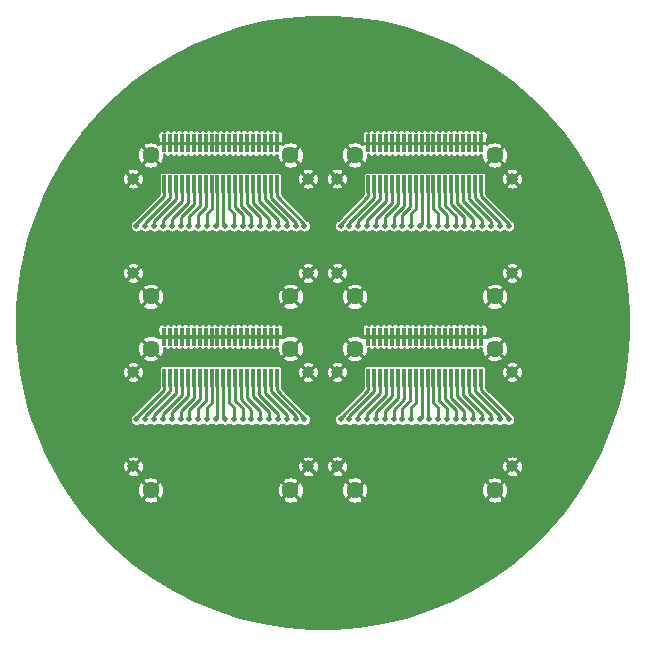
<source format=gbr>
G04 #@! TF.GenerationSoftware,KiCad,Pcbnew,(5.1.4)-1*
G04 #@! TF.CreationDate,2019-10-08T18:00:11-06:00*
G04 #@! TF.ProjectId,Gateway02,47617465-7761-4793-9032-2e6b69636164,rev?*
G04 #@! TF.SameCoordinates,Original*
G04 #@! TF.FileFunction,Copper,L2,Bot*
G04 #@! TF.FilePolarity,Positive*
%FSLAX46Y46*%
G04 Gerber Fmt 4.6, Leading zero omitted, Abs format (unit mm)*
G04 Created by KiCad (PCBNEW (5.1.4)-1) date 2019-10-08 18:00:11*
%MOMM*%
%LPD*%
G04 APERTURE LIST*
%ADD10C,1.000000*%
%ADD11C,1.450000*%
%ADD12R,0.300000X1.500000*%
%ADD13C,0.504800*%
%ADD14C,0.250000*%
%ADD15C,0.254000*%
G04 APERTURE END LIST*
D10*
X95099000Y-109433000D03*
X109889000Y-109433000D03*
D11*
X96574000Y-111433000D03*
X108414000Y-111433000D03*
D12*
X105744000Y-98443000D03*
X103744000Y-98443000D03*
X106244000Y-98443000D03*
X102744000Y-98443000D03*
X104744000Y-98443000D03*
X104244000Y-98443000D03*
X107244000Y-98443000D03*
X103244000Y-98443000D03*
X105244000Y-98443000D03*
X106744000Y-98443000D03*
X105744000Y-101943000D03*
X103744000Y-101943000D03*
X106244000Y-101943000D03*
X102744000Y-101943000D03*
X104744000Y-101943000D03*
X104244000Y-101943000D03*
X107244000Y-101943000D03*
X103244000Y-101943000D03*
X105244000Y-101943000D03*
X106744000Y-101943000D03*
D11*
X108414000Y-99453000D03*
X96574000Y-99453000D03*
D10*
X109889000Y-101453000D03*
X95099000Y-101453000D03*
D12*
X97744000Y-101943000D03*
X97744000Y-98443000D03*
X98244000Y-101943000D03*
X98244000Y-98443000D03*
X98744000Y-101943000D03*
X98744000Y-98443000D03*
X99244000Y-101943000D03*
X99244000Y-98443000D03*
X99744000Y-101943000D03*
X99744000Y-98443000D03*
X100244000Y-101943000D03*
X100244000Y-98443000D03*
X100744000Y-101943000D03*
X100744000Y-98443000D03*
X101244000Y-101943000D03*
X101244000Y-98443000D03*
X101744000Y-101943000D03*
X101744000Y-98443000D03*
X102244000Y-101943000D03*
X102244000Y-98443000D03*
D10*
X77815000Y-109433000D03*
X92605000Y-109433000D03*
D11*
X79290000Y-111433000D03*
X91130000Y-111433000D03*
D12*
X84960000Y-98443000D03*
X84960000Y-101943000D03*
X84460000Y-98443000D03*
X84460000Y-101943000D03*
X83960000Y-98443000D03*
X83960000Y-101943000D03*
X83460000Y-98443000D03*
X83460000Y-101943000D03*
X82960000Y-98443000D03*
X82960000Y-101943000D03*
X82460000Y-98443000D03*
X82460000Y-101943000D03*
X81960000Y-98443000D03*
X81960000Y-101943000D03*
X81460000Y-98443000D03*
X81460000Y-101943000D03*
X80960000Y-98443000D03*
X80960000Y-101943000D03*
X80460000Y-98443000D03*
X80460000Y-101943000D03*
D10*
X77815000Y-101453000D03*
X92605000Y-101453000D03*
D11*
X79290000Y-99453000D03*
X91130000Y-99453000D03*
D12*
X89460000Y-101943000D03*
X87960000Y-101943000D03*
X85960000Y-101943000D03*
X89960000Y-101943000D03*
X86960000Y-101943000D03*
X87460000Y-101943000D03*
X85460000Y-101943000D03*
X88960000Y-101943000D03*
X86460000Y-101943000D03*
X88460000Y-101943000D03*
X89460000Y-98443000D03*
X87960000Y-98443000D03*
X85960000Y-98443000D03*
X89960000Y-98443000D03*
X86960000Y-98443000D03*
X87460000Y-98443000D03*
X85460000Y-98443000D03*
X88960000Y-98443000D03*
X86460000Y-98443000D03*
X88460000Y-98443000D03*
D10*
X95099000Y-93047000D03*
X109889000Y-93047000D03*
D11*
X96574000Y-95047000D03*
X108414000Y-95047000D03*
D12*
X105744000Y-82057000D03*
X103744000Y-82057000D03*
X106244000Y-82057000D03*
X102744000Y-82057000D03*
X104744000Y-82057000D03*
X104244000Y-82057000D03*
X107244000Y-82057000D03*
X103244000Y-82057000D03*
X105244000Y-82057000D03*
X106744000Y-82057000D03*
X105744000Y-85557000D03*
X103744000Y-85557000D03*
X106244000Y-85557000D03*
X102744000Y-85557000D03*
X104744000Y-85557000D03*
X104244000Y-85557000D03*
X107244000Y-85557000D03*
X103244000Y-85557000D03*
X105244000Y-85557000D03*
X106744000Y-85557000D03*
D11*
X108414000Y-83067000D03*
X96574000Y-83067000D03*
D10*
X109889000Y-85067000D03*
X95099000Y-85067000D03*
D12*
X97744000Y-85557000D03*
X97744000Y-82057000D03*
X98244000Y-85557000D03*
X98244000Y-82057000D03*
X98744000Y-85557000D03*
X98744000Y-82057000D03*
X99244000Y-85557000D03*
X99244000Y-82057000D03*
X99744000Y-85557000D03*
X99744000Y-82057000D03*
X100244000Y-85557000D03*
X100244000Y-82057000D03*
X100744000Y-85557000D03*
X100744000Y-82057000D03*
X101244000Y-85557000D03*
X101244000Y-82057000D03*
X101744000Y-85557000D03*
X101744000Y-82057000D03*
X102244000Y-85557000D03*
X102244000Y-82057000D03*
X84960000Y-82057000D03*
X84960000Y-85557000D03*
X84460000Y-82057000D03*
X84460000Y-85557000D03*
X83960000Y-82057000D03*
X83960000Y-85557000D03*
X83460000Y-82057000D03*
X83460000Y-85557000D03*
X82960000Y-82057000D03*
X82960000Y-85557000D03*
X82460000Y-82057000D03*
X82460000Y-85557000D03*
X81960000Y-82057000D03*
X81960000Y-85557000D03*
X81460000Y-82057000D03*
X81460000Y-85557000D03*
X80960000Y-82057000D03*
X80960000Y-85557000D03*
X80460000Y-82057000D03*
X80460000Y-85557000D03*
D10*
X77815000Y-85067000D03*
X92605000Y-85067000D03*
D11*
X79290000Y-83067000D03*
X91130000Y-83067000D03*
D12*
X89460000Y-85557000D03*
X87960000Y-85557000D03*
X85960000Y-85557000D03*
X89960000Y-85557000D03*
X86960000Y-85557000D03*
X87460000Y-85557000D03*
X85460000Y-85557000D03*
X88960000Y-85557000D03*
X86460000Y-85557000D03*
X88460000Y-85557000D03*
X89460000Y-82057000D03*
X87960000Y-82057000D03*
X85960000Y-82057000D03*
X89960000Y-82057000D03*
X86960000Y-82057000D03*
X87460000Y-82057000D03*
X85460000Y-82057000D03*
X88960000Y-82057000D03*
X86460000Y-82057000D03*
X88460000Y-82057000D03*
D11*
X91130000Y-95047000D03*
X79290000Y-95047000D03*
D10*
X92605000Y-93047000D03*
X77815000Y-93047000D03*
D13*
X109604000Y-89057000D03*
X108854000Y-89057000D03*
X108104000Y-89057000D03*
X107354000Y-89057000D03*
X106604000Y-89057000D03*
X105864000Y-89057000D03*
X105114000Y-89057000D03*
X104364000Y-89057000D03*
X103614000Y-89057000D03*
X102864000Y-89057000D03*
X102124000Y-89057000D03*
X101374000Y-89057000D03*
X100624000Y-89057000D03*
X99874000Y-89057000D03*
X99124000Y-89057000D03*
X98384000Y-89057000D03*
X97634000Y-89057000D03*
X96884000Y-89057000D03*
X96134000Y-89057000D03*
X95384000Y-89057000D03*
X92320000Y-105443000D03*
X91570000Y-105443000D03*
X90820000Y-105443000D03*
X90070000Y-105443000D03*
X89320000Y-105443000D03*
X88580000Y-105443000D03*
X87830000Y-105443000D03*
X87080000Y-105443000D03*
X86330000Y-105443000D03*
X85580000Y-105443000D03*
X84840000Y-105443000D03*
X84090000Y-105443000D03*
X83340000Y-105443000D03*
X82590000Y-105443000D03*
X81840000Y-105443000D03*
X81100000Y-105443000D03*
X80350000Y-105443000D03*
X79600000Y-105443000D03*
X78850000Y-105443000D03*
X78100000Y-105443000D03*
X109604000Y-105443000D03*
X108854000Y-105443000D03*
X108104000Y-105443000D03*
X107354000Y-105443000D03*
X106604000Y-105443000D03*
X105864000Y-105443000D03*
X105114000Y-105443000D03*
X104364000Y-105443000D03*
X103614000Y-105443000D03*
X102864000Y-105443000D03*
X102124000Y-105443000D03*
X101374000Y-105443000D03*
X100624000Y-105443000D03*
X99874000Y-105443000D03*
X99124000Y-105443000D03*
X98384000Y-105443000D03*
X97634000Y-105443000D03*
X96884000Y-105443000D03*
X96134000Y-105443000D03*
X95384000Y-105443000D03*
X88580000Y-89057000D03*
X92320000Y-89057000D03*
X87830000Y-89057000D03*
X91570000Y-89057000D03*
X87080000Y-89057000D03*
X90820000Y-89057000D03*
X86330000Y-89057000D03*
X90070000Y-89057000D03*
X89320000Y-89057000D03*
X85580000Y-89057000D03*
X84840000Y-89057000D03*
X81100000Y-89057000D03*
X84090000Y-89057000D03*
X80350000Y-89057000D03*
X83340000Y-89057000D03*
X79600000Y-89057000D03*
X82590000Y-89057000D03*
X78850000Y-89057000D03*
X81840000Y-89057000D03*
X78100000Y-89057000D03*
D14*
X107244000Y-85557000D02*
X107244000Y-86557000D01*
X109604000Y-88917000D02*
X109604000Y-89057000D01*
X107244000Y-86557000D02*
X109604000Y-88917000D01*
X106744000Y-86693410D02*
X108854000Y-88803410D01*
X106744000Y-85557000D02*
X106744000Y-86693410D01*
X108854000Y-88803410D02*
X108854000Y-89057000D01*
X108104000Y-88700053D02*
X108104000Y-89057000D01*
X108104000Y-88689820D02*
X108104000Y-88700053D01*
X106244000Y-86829820D02*
X108104000Y-88689820D01*
X106244000Y-85557000D02*
X106244000Y-86829820D01*
X105744000Y-86966230D02*
X107354000Y-88576230D01*
X105744000Y-85557000D02*
X105744000Y-86966230D01*
X107354000Y-88576230D02*
X107354000Y-88700053D01*
X107354000Y-88700053D02*
X107354000Y-89057000D01*
X106604000Y-88700053D02*
X106604000Y-89057000D01*
X106604000Y-88462640D02*
X106604000Y-88700053D01*
X105244000Y-85557000D02*
X105244000Y-87102640D01*
X105244000Y-87102640D02*
X106604000Y-88462640D01*
X105864000Y-88359050D02*
X105864000Y-88700053D01*
X104744000Y-87239050D02*
X105864000Y-88359050D01*
X104744000Y-85557000D02*
X104744000Y-87239050D01*
X105864000Y-88700053D02*
X105864000Y-89057000D01*
X105114000Y-88700053D02*
X105114000Y-89057000D01*
X105114000Y-88245460D02*
X105114000Y-88700053D01*
X104244000Y-87375460D02*
X105114000Y-88245460D01*
X104244000Y-85557000D02*
X104244000Y-87375460D01*
X103744000Y-87511870D02*
X104364000Y-88131870D01*
X103744000Y-85557000D02*
X103744000Y-87511870D01*
X104364000Y-88700053D02*
X104364000Y-89057000D01*
X104364000Y-88131870D02*
X104364000Y-88700053D01*
X103614000Y-88700053D02*
X103614000Y-89057000D01*
X103614000Y-88018280D02*
X103614000Y-88700053D01*
X103244000Y-85557000D02*
X103244000Y-87648280D01*
X103244000Y-87648280D02*
X103614000Y-88018280D01*
X102744000Y-85557000D02*
X102744000Y-88937000D01*
X102744000Y-88937000D02*
X102864000Y-89057000D01*
X102244000Y-88937000D02*
X102124000Y-89057000D01*
X102244000Y-85557000D02*
X102244000Y-88937000D01*
X101744000Y-85557000D02*
X101744000Y-87648280D01*
X101374000Y-88700053D02*
X101374000Y-89057000D01*
X101374000Y-88018280D02*
X101374000Y-88700053D01*
X101744000Y-87648280D02*
X101374000Y-88018280D01*
X100624000Y-88700053D02*
X100624000Y-89057000D01*
X100624000Y-88131870D02*
X100624000Y-88700053D01*
X101244000Y-87511870D02*
X100624000Y-88131870D01*
X101244000Y-85557000D02*
X101244000Y-87511870D01*
X100744000Y-85557000D02*
X100744000Y-87375460D01*
X99874000Y-88245460D02*
X99874000Y-88700053D01*
X100744000Y-87375460D02*
X99874000Y-88245460D01*
X99874000Y-88700053D02*
X99874000Y-89057000D01*
X99124000Y-88359050D02*
X99124000Y-88700053D01*
X100244000Y-87239050D02*
X99124000Y-88359050D01*
X100244000Y-85557000D02*
X100244000Y-87239050D01*
X99124000Y-88700053D02*
X99124000Y-89057000D01*
X99744000Y-87102640D02*
X98384000Y-88462640D01*
X98384000Y-88462640D02*
X98384000Y-88700053D01*
X98384000Y-88700053D02*
X98384000Y-89057000D01*
X99744000Y-85557000D02*
X99744000Y-87102640D01*
X99244000Y-85557000D02*
X99244000Y-86966230D01*
X97634000Y-88700053D02*
X97634000Y-89057000D01*
X99244000Y-86966230D02*
X97634000Y-88576230D01*
X97634000Y-88576230D02*
X97634000Y-88700053D01*
X98744000Y-85557000D02*
X98744000Y-86829820D01*
X96884000Y-88700053D02*
X96884000Y-89057000D01*
X96884000Y-88689820D02*
X96884000Y-88700053D01*
X98744000Y-86829820D02*
X96884000Y-88689820D01*
X98244000Y-86693410D02*
X96134000Y-88803410D01*
X98244000Y-85557000D02*
X98244000Y-86693410D01*
X96134000Y-88803410D02*
X96134000Y-89057000D01*
X95384000Y-88917000D02*
X95384000Y-89057000D01*
X97744000Y-86557000D02*
X95384000Y-88917000D01*
X97744000Y-85557000D02*
X97744000Y-86557000D01*
X89960000Y-101943000D02*
X89960000Y-102943000D01*
X92320000Y-105303000D02*
X92320000Y-105443000D01*
X89960000Y-102943000D02*
X92320000Y-105303000D01*
X89460000Y-103079410D02*
X91570000Y-105189410D01*
X89460000Y-101943000D02*
X89460000Y-103079410D01*
X91570000Y-105189410D02*
X91570000Y-105443000D01*
X90820000Y-105086053D02*
X90820000Y-105443000D01*
X90820000Y-105075820D02*
X90820000Y-105086053D01*
X88960000Y-103215820D02*
X90820000Y-105075820D01*
X88960000Y-101943000D02*
X88960000Y-103215820D01*
X88460000Y-103352230D02*
X90070000Y-104962230D01*
X88460000Y-101943000D02*
X88460000Y-103352230D01*
X90070000Y-104962230D02*
X90070000Y-105086053D01*
X90070000Y-105086053D02*
X90070000Y-105443000D01*
X89320000Y-105086053D02*
X89320000Y-105443000D01*
X89320000Y-104848640D02*
X89320000Y-105086053D01*
X87960000Y-101943000D02*
X87960000Y-103488640D01*
X87960000Y-103488640D02*
X89320000Y-104848640D01*
X88580000Y-104745050D02*
X88580000Y-105086053D01*
X87460000Y-103625050D02*
X88580000Y-104745050D01*
X87460000Y-101943000D02*
X87460000Y-103625050D01*
X88580000Y-105086053D02*
X88580000Y-105443000D01*
X87830000Y-105086053D02*
X87830000Y-105443000D01*
X87830000Y-104631460D02*
X87830000Y-105086053D01*
X86960000Y-103761460D02*
X87830000Y-104631460D01*
X86960000Y-101943000D02*
X86960000Y-103761460D01*
X86460000Y-103897870D02*
X87080000Y-104517870D01*
X86460000Y-101943000D02*
X86460000Y-103897870D01*
X87080000Y-105086053D02*
X87080000Y-105443000D01*
X87080000Y-104517870D02*
X87080000Y-105086053D01*
X86330000Y-105086053D02*
X86330000Y-105443000D01*
X86330000Y-104404280D02*
X86330000Y-105086053D01*
X85960000Y-101943000D02*
X85960000Y-104034280D01*
X85960000Y-104034280D02*
X86330000Y-104404280D01*
X85460000Y-101943000D02*
X85460000Y-105323000D01*
X85460000Y-105323000D02*
X85580000Y-105443000D01*
X84960000Y-105323000D02*
X84840000Y-105443000D01*
X84960000Y-101943000D02*
X84960000Y-105323000D01*
X84460000Y-101943000D02*
X84460000Y-104034280D01*
X84090000Y-105086053D02*
X84090000Y-105443000D01*
X84090000Y-104404280D02*
X84090000Y-105086053D01*
X84460000Y-104034280D02*
X84090000Y-104404280D01*
X83340000Y-105086053D02*
X83340000Y-105443000D01*
X83340000Y-104517870D02*
X83340000Y-105086053D01*
X83960000Y-103897870D02*
X83340000Y-104517870D01*
X83960000Y-101943000D02*
X83960000Y-103897870D01*
X83460000Y-101943000D02*
X83460000Y-103761460D01*
X82590000Y-104631460D02*
X82590000Y-105086053D01*
X83460000Y-103761460D02*
X82590000Y-104631460D01*
X82590000Y-105086053D02*
X82590000Y-105443000D01*
X81840000Y-104745050D02*
X81840000Y-105086053D01*
X82960000Y-103625050D02*
X81840000Y-104745050D01*
X82960000Y-101943000D02*
X82960000Y-103625050D01*
X81840000Y-105086053D02*
X81840000Y-105443000D01*
X82460000Y-103488640D02*
X81100000Y-104848640D01*
X81100000Y-104848640D02*
X81100000Y-105086053D01*
X81100000Y-105086053D02*
X81100000Y-105443000D01*
X82460000Y-101943000D02*
X82460000Y-103488640D01*
X81960000Y-101943000D02*
X81960000Y-103352230D01*
X80350000Y-105086053D02*
X80350000Y-105443000D01*
X81960000Y-103352230D02*
X80350000Y-104962230D01*
X80350000Y-104962230D02*
X80350000Y-105086053D01*
X81460000Y-101943000D02*
X81460000Y-103215820D01*
X79600000Y-105086053D02*
X79600000Y-105443000D01*
X79600000Y-105075820D02*
X79600000Y-105086053D01*
X81460000Y-103215820D02*
X79600000Y-105075820D01*
X80960000Y-103079410D02*
X78850000Y-105189410D01*
X80960000Y-101943000D02*
X80960000Y-103079410D01*
X78850000Y-105189410D02*
X78850000Y-105443000D01*
X78100000Y-105303000D02*
X78100000Y-105443000D01*
X80460000Y-102943000D02*
X78100000Y-105303000D01*
X80460000Y-101943000D02*
X80460000Y-102943000D01*
X107244000Y-101943000D02*
X107244000Y-102943000D01*
X109604000Y-105303000D02*
X109604000Y-105443000D01*
X107244000Y-102943000D02*
X109604000Y-105303000D01*
X106744000Y-103079410D02*
X108854000Y-105189410D01*
X106744000Y-101943000D02*
X106744000Y-103079410D01*
X108854000Y-105189410D02*
X108854000Y-105443000D01*
X108104000Y-105086053D02*
X108104000Y-105443000D01*
X108104000Y-105075820D02*
X108104000Y-105086053D01*
X106244000Y-103215820D02*
X108104000Y-105075820D01*
X106244000Y-101943000D02*
X106244000Y-103215820D01*
X105744000Y-103352230D02*
X107354000Y-104962230D01*
X105744000Y-101943000D02*
X105744000Y-103352230D01*
X107354000Y-104962230D02*
X107354000Y-105086053D01*
X107354000Y-105086053D02*
X107354000Y-105443000D01*
X106604000Y-105086053D02*
X106604000Y-105443000D01*
X106604000Y-104848640D02*
X106604000Y-105086053D01*
X105244000Y-101943000D02*
X105244000Y-103488640D01*
X105244000Y-103488640D02*
X106604000Y-104848640D01*
X105864000Y-104745050D02*
X105864000Y-105086053D01*
X104744000Y-103625050D02*
X105864000Y-104745050D01*
X104744000Y-101943000D02*
X104744000Y-103625050D01*
X105864000Y-105086053D02*
X105864000Y-105443000D01*
X105114000Y-105086053D02*
X105114000Y-105443000D01*
X105114000Y-104631460D02*
X105114000Y-105086053D01*
X104244000Y-103761460D02*
X105114000Y-104631460D01*
X104244000Y-101943000D02*
X104244000Y-103761460D01*
X103744000Y-103897870D02*
X104364000Y-104517870D01*
X103744000Y-101943000D02*
X103744000Y-103897870D01*
X104364000Y-105086053D02*
X104364000Y-105443000D01*
X104364000Y-104517870D02*
X104364000Y-105086053D01*
X103614000Y-105086053D02*
X103614000Y-105443000D01*
X103614000Y-104404280D02*
X103614000Y-105086053D01*
X103244000Y-101943000D02*
X103244000Y-104034280D01*
X103244000Y-104034280D02*
X103614000Y-104404280D01*
X102744000Y-101943000D02*
X102744000Y-105323000D01*
X102744000Y-105323000D02*
X102864000Y-105443000D01*
X102244000Y-105323000D02*
X102124000Y-105443000D01*
X102244000Y-101943000D02*
X102244000Y-105323000D01*
X101744000Y-101943000D02*
X101744000Y-104034280D01*
X101374000Y-105086053D02*
X101374000Y-105443000D01*
X101374000Y-104404280D02*
X101374000Y-105086053D01*
X101744000Y-104034280D02*
X101374000Y-104404280D01*
X100624000Y-105086053D02*
X100624000Y-105443000D01*
X100624000Y-104517870D02*
X100624000Y-105086053D01*
X101244000Y-103897870D02*
X100624000Y-104517870D01*
X101244000Y-101943000D02*
X101244000Y-103897870D01*
X100744000Y-101943000D02*
X100744000Y-103761460D01*
X99874000Y-104631460D02*
X99874000Y-105086053D01*
X100744000Y-103761460D02*
X99874000Y-104631460D01*
X99874000Y-105086053D02*
X99874000Y-105443000D01*
X99124000Y-104745050D02*
X99124000Y-105086053D01*
X100244000Y-103625050D02*
X99124000Y-104745050D01*
X100244000Y-101943000D02*
X100244000Y-103625050D01*
X99124000Y-105086053D02*
X99124000Y-105443000D01*
X99744000Y-103488640D02*
X98384000Y-104848640D01*
X98384000Y-104848640D02*
X98384000Y-105086053D01*
X98384000Y-105086053D02*
X98384000Y-105443000D01*
X99744000Y-101943000D02*
X99744000Y-103488640D01*
X99244000Y-101943000D02*
X99244000Y-103352230D01*
X97634000Y-105086053D02*
X97634000Y-105443000D01*
X99244000Y-103352230D02*
X97634000Y-104962230D01*
X97634000Y-104962230D02*
X97634000Y-105086053D01*
X98744000Y-101943000D02*
X98744000Y-103215820D01*
X96884000Y-105086053D02*
X96884000Y-105443000D01*
X96884000Y-105075820D02*
X96884000Y-105086053D01*
X98744000Y-103215820D02*
X96884000Y-105075820D01*
X98244000Y-103079410D02*
X96134000Y-105189410D01*
X98244000Y-101943000D02*
X98244000Y-103079410D01*
X96134000Y-105189410D02*
X96134000Y-105443000D01*
X95384000Y-105303000D02*
X95384000Y-105443000D01*
X97744000Y-102943000D02*
X95384000Y-105303000D01*
X97744000Y-101943000D02*
X97744000Y-102943000D01*
X92320000Y-88917000D02*
X92320000Y-89057000D01*
X89960000Y-86557000D02*
X92320000Y-88917000D01*
X89960000Y-85557000D02*
X89960000Y-86557000D01*
X91570000Y-88803410D02*
X91570000Y-89057000D01*
X89460000Y-86693410D02*
X91570000Y-88803410D01*
X89460000Y-85557000D02*
X89460000Y-86693410D01*
X90820000Y-88700053D02*
X90820000Y-89057000D01*
X90820000Y-88689820D02*
X90820000Y-88700053D01*
X88960000Y-86829820D02*
X90820000Y-88689820D01*
X88960000Y-85557000D02*
X88960000Y-86829820D01*
X90070000Y-88700053D02*
X90070000Y-89057000D01*
X90070000Y-88576230D02*
X90070000Y-88700053D01*
X88460000Y-86966230D02*
X90070000Y-88576230D01*
X88460000Y-85557000D02*
X88460000Y-86966230D01*
X89320000Y-88700053D02*
X89320000Y-89057000D01*
X89320000Y-88462640D02*
X89320000Y-88700053D01*
X87960000Y-87102640D02*
X89320000Y-88462640D01*
X87960000Y-85557000D02*
X87960000Y-87102640D01*
X88580000Y-88700053D02*
X88580000Y-89057000D01*
X88580000Y-88359050D02*
X88580000Y-88700053D01*
X87460000Y-87239050D02*
X88580000Y-88359050D01*
X87460000Y-85557000D02*
X87460000Y-87239050D01*
X87830000Y-88700053D02*
X87830000Y-89057000D01*
X87830000Y-88245460D02*
X87830000Y-88700053D01*
X86960000Y-87375460D02*
X87830000Y-88245460D01*
X86960000Y-85557000D02*
X86960000Y-87375460D01*
X87080000Y-88700053D02*
X87080000Y-89057000D01*
X87080000Y-88131870D02*
X87080000Y-88700053D01*
X86460000Y-87511870D02*
X87080000Y-88131870D01*
X86460000Y-85557000D02*
X86460000Y-87511870D01*
X86330000Y-88700053D02*
X86330000Y-89057000D01*
X86330000Y-88018280D02*
X86330000Y-88700053D01*
X85960000Y-87648280D02*
X86330000Y-88018280D01*
X85960000Y-85557000D02*
X85960000Y-87648280D01*
X85460000Y-88937000D02*
X85580000Y-89057000D01*
X85460000Y-85557000D02*
X85460000Y-88937000D01*
X84960000Y-88937000D02*
X84840000Y-89057000D01*
X84960000Y-85557000D02*
X84960000Y-88937000D01*
X84090000Y-88700053D02*
X84090000Y-89057000D01*
X84090000Y-88018280D02*
X84090000Y-88700053D01*
X84460000Y-87648280D02*
X84090000Y-88018280D01*
X84460000Y-85557000D02*
X84460000Y-87648280D01*
X83340000Y-88700053D02*
X83340000Y-89057000D01*
X83340000Y-88131870D02*
X83340000Y-88700053D01*
X83960000Y-87511870D02*
X83340000Y-88131870D01*
X83960000Y-85557000D02*
X83960000Y-87511870D01*
X82590000Y-88700053D02*
X82590000Y-89057000D01*
X82590000Y-88245460D02*
X82590000Y-88700053D01*
X83460000Y-87375460D02*
X82590000Y-88245460D01*
X83460000Y-85557000D02*
X83460000Y-87375460D01*
X81840000Y-88700053D02*
X81840000Y-89057000D01*
X81840000Y-88359050D02*
X81840000Y-88700053D01*
X82960000Y-87239050D02*
X81840000Y-88359050D01*
X82960000Y-85557000D02*
X82960000Y-87239050D01*
X81100000Y-88700053D02*
X81100000Y-89057000D01*
X81100000Y-88462640D02*
X81100000Y-88700053D01*
X82460000Y-87102640D02*
X81100000Y-88462640D01*
X82460000Y-85557000D02*
X82460000Y-87102640D01*
X80350000Y-88700053D02*
X80350000Y-89057000D01*
X80350000Y-88576230D02*
X80350000Y-88700053D01*
X81960000Y-86966230D02*
X80350000Y-88576230D01*
X81960000Y-85557000D02*
X81960000Y-86966230D01*
X79600000Y-88700053D02*
X79600000Y-89057000D01*
X79600000Y-88689820D02*
X79600000Y-88700053D01*
X81460000Y-86829820D02*
X79600000Y-88689820D01*
X81460000Y-85557000D02*
X81460000Y-86829820D01*
X78850000Y-88803410D02*
X78850000Y-89057000D01*
X80960000Y-86693410D02*
X78850000Y-88803410D01*
X80960000Y-85557000D02*
X80960000Y-86693410D01*
X78100000Y-88917000D02*
X78100000Y-89057000D01*
X80460000Y-86557000D02*
X78100000Y-88917000D01*
X80460000Y-85557000D02*
X80460000Y-86557000D01*
D15*
G36*
X96895984Y-71531513D02*
G01*
X98904449Y-71849623D01*
X100881765Y-72324334D01*
X102815740Y-72952721D01*
X104694450Y-73730908D01*
X106506313Y-74654098D01*
X108240158Y-75716600D01*
X109885295Y-76911862D01*
X111431582Y-78232516D01*
X112869484Y-79670418D01*
X114190138Y-81216705D01*
X115385400Y-82861842D01*
X116447902Y-84595687D01*
X117371092Y-86407550D01*
X118149279Y-88286260D01*
X118777666Y-90220235D01*
X119252377Y-92197551D01*
X119570487Y-94206016D01*
X119730034Y-96233249D01*
X119730034Y-98266751D01*
X119570487Y-100293984D01*
X119252377Y-102302449D01*
X118777666Y-104279765D01*
X118149279Y-106213740D01*
X117371092Y-108092450D01*
X116447902Y-109904313D01*
X115385400Y-111638158D01*
X114190138Y-113283295D01*
X112869484Y-114829582D01*
X111431582Y-116267484D01*
X109885295Y-117588138D01*
X108240158Y-118783400D01*
X106506313Y-119845902D01*
X104694450Y-120769092D01*
X102815740Y-121547279D01*
X100881765Y-122175666D01*
X98904449Y-122650377D01*
X96895984Y-122968487D01*
X94868751Y-123128034D01*
X92835249Y-123128034D01*
X90808016Y-122968487D01*
X88799551Y-122650377D01*
X86822235Y-122175666D01*
X84888260Y-121547279D01*
X83009550Y-120769092D01*
X81197687Y-119845902D01*
X79463842Y-118783400D01*
X77818705Y-117588138D01*
X76272418Y-116267484D01*
X74834516Y-114829582D01*
X73513862Y-113283295D01*
X72721085Y-112192130D01*
X78563397Y-112192130D01*
X78628337Y-112382830D01*
X78826354Y-112493664D01*
X79042188Y-112563737D01*
X79267545Y-112590356D01*
X79493766Y-112572498D01*
X79712155Y-112510850D01*
X79914322Y-112407781D01*
X79951663Y-112382830D01*
X80016603Y-112192130D01*
X90403397Y-112192130D01*
X90468337Y-112382830D01*
X90666354Y-112493664D01*
X90882188Y-112563737D01*
X91107545Y-112590356D01*
X91333766Y-112572498D01*
X91552155Y-112510850D01*
X91754322Y-112407781D01*
X91791663Y-112382830D01*
X91856603Y-112192130D01*
X95847397Y-112192130D01*
X95912337Y-112382830D01*
X96110354Y-112493664D01*
X96326188Y-112563737D01*
X96551545Y-112590356D01*
X96777766Y-112572498D01*
X96996155Y-112510850D01*
X97198322Y-112407781D01*
X97235663Y-112382830D01*
X97300603Y-112192130D01*
X107687397Y-112192130D01*
X107752337Y-112382830D01*
X107950354Y-112493664D01*
X108166188Y-112563737D01*
X108391545Y-112590356D01*
X108617766Y-112572498D01*
X108836155Y-112510850D01*
X109038322Y-112407781D01*
X109075663Y-112382830D01*
X109140603Y-112192130D01*
X108414000Y-111465527D01*
X107687397Y-112192130D01*
X97300603Y-112192130D01*
X96574000Y-111465527D01*
X95847397Y-112192130D01*
X91856603Y-112192130D01*
X91130000Y-111465527D01*
X90403397Y-112192130D01*
X80016603Y-112192130D01*
X79290000Y-111465527D01*
X78563397Y-112192130D01*
X72721085Y-112192130D01*
X72318600Y-111638158D01*
X72179119Y-111410545D01*
X78132644Y-111410545D01*
X78150502Y-111636766D01*
X78212150Y-111855155D01*
X78315219Y-112057322D01*
X78340170Y-112094663D01*
X78530870Y-112159603D01*
X79257473Y-111433000D01*
X79322527Y-111433000D01*
X80049130Y-112159603D01*
X80239830Y-112094663D01*
X80350664Y-111896646D01*
X80420737Y-111680812D01*
X80447356Y-111455455D01*
X80443811Y-111410545D01*
X89972644Y-111410545D01*
X89990502Y-111636766D01*
X90052150Y-111855155D01*
X90155219Y-112057322D01*
X90180170Y-112094663D01*
X90370870Y-112159603D01*
X91097473Y-111433000D01*
X91162527Y-111433000D01*
X91889130Y-112159603D01*
X92079830Y-112094663D01*
X92190664Y-111896646D01*
X92260737Y-111680812D01*
X92287356Y-111455455D01*
X92283811Y-111410545D01*
X95416644Y-111410545D01*
X95434502Y-111636766D01*
X95496150Y-111855155D01*
X95599219Y-112057322D01*
X95624170Y-112094663D01*
X95814870Y-112159603D01*
X96541473Y-111433000D01*
X96606527Y-111433000D01*
X97333130Y-112159603D01*
X97523830Y-112094663D01*
X97634664Y-111896646D01*
X97704737Y-111680812D01*
X97731356Y-111455455D01*
X97727811Y-111410545D01*
X107256644Y-111410545D01*
X107274502Y-111636766D01*
X107336150Y-111855155D01*
X107439219Y-112057322D01*
X107464170Y-112094663D01*
X107654870Y-112159603D01*
X108381473Y-111433000D01*
X108446527Y-111433000D01*
X109173130Y-112159603D01*
X109363830Y-112094663D01*
X109474664Y-111896646D01*
X109544737Y-111680812D01*
X109571356Y-111455455D01*
X109553498Y-111229234D01*
X109491850Y-111010845D01*
X109388781Y-110808678D01*
X109363830Y-110771337D01*
X109173130Y-110706397D01*
X108446527Y-111433000D01*
X108381473Y-111433000D01*
X107654870Y-110706397D01*
X107464170Y-110771337D01*
X107353336Y-110969354D01*
X107283263Y-111185188D01*
X107256644Y-111410545D01*
X97727811Y-111410545D01*
X97713498Y-111229234D01*
X97651850Y-111010845D01*
X97548781Y-110808678D01*
X97523830Y-110771337D01*
X97333130Y-110706397D01*
X96606527Y-111433000D01*
X96541473Y-111433000D01*
X95814870Y-110706397D01*
X95624170Y-110771337D01*
X95513336Y-110969354D01*
X95443263Y-111185188D01*
X95416644Y-111410545D01*
X92283811Y-111410545D01*
X92269498Y-111229234D01*
X92207850Y-111010845D01*
X92104781Y-110808678D01*
X92079830Y-110771337D01*
X91889130Y-110706397D01*
X91162527Y-111433000D01*
X91097473Y-111433000D01*
X90370870Y-110706397D01*
X90180170Y-110771337D01*
X90069336Y-110969354D01*
X89999263Y-111185188D01*
X89972644Y-111410545D01*
X80443811Y-111410545D01*
X80429498Y-111229234D01*
X80367850Y-111010845D01*
X80264781Y-110808678D01*
X80239830Y-110771337D01*
X80049130Y-110706397D01*
X79322527Y-111433000D01*
X79257473Y-111433000D01*
X78530870Y-110706397D01*
X78340170Y-110771337D01*
X78229336Y-110969354D01*
X78159263Y-111185188D01*
X78132644Y-111410545D01*
X72179119Y-111410545D01*
X71727684Y-110673870D01*
X78563397Y-110673870D01*
X79290000Y-111400473D01*
X80016603Y-110673870D01*
X90403397Y-110673870D01*
X91130000Y-111400473D01*
X91856603Y-110673870D01*
X95847397Y-110673870D01*
X96574000Y-111400473D01*
X97300603Y-110673870D01*
X107687397Y-110673870D01*
X108414000Y-111400473D01*
X109140603Y-110673870D01*
X109075663Y-110483170D01*
X108877646Y-110372336D01*
X108661812Y-110302263D01*
X108436455Y-110275644D01*
X108210234Y-110293502D01*
X107991845Y-110355150D01*
X107789678Y-110458219D01*
X107752337Y-110483170D01*
X107687397Y-110673870D01*
X97300603Y-110673870D01*
X97235663Y-110483170D01*
X97037646Y-110372336D01*
X96821812Y-110302263D01*
X96596455Y-110275644D01*
X96370234Y-110293502D01*
X96151845Y-110355150D01*
X95949678Y-110458219D01*
X95912337Y-110483170D01*
X95847397Y-110673870D01*
X91856603Y-110673870D01*
X91791663Y-110483170D01*
X91593646Y-110372336D01*
X91377812Y-110302263D01*
X91152455Y-110275644D01*
X90926234Y-110293502D01*
X90707845Y-110355150D01*
X90505678Y-110458219D01*
X90468337Y-110483170D01*
X90403397Y-110673870D01*
X80016603Y-110673870D01*
X79951663Y-110483170D01*
X79753646Y-110372336D01*
X79537812Y-110302263D01*
X79312455Y-110275644D01*
X79086234Y-110293502D01*
X78867845Y-110355150D01*
X78665678Y-110458219D01*
X78628337Y-110483170D01*
X78563397Y-110673870D01*
X71727684Y-110673870D01*
X71334475Y-110032212D01*
X77248315Y-110032212D01*
X77286262Y-110199876D01*
X77446031Y-110288293D01*
X77619980Y-110343841D01*
X77801423Y-110364386D01*
X77983388Y-110349138D01*
X78158883Y-110298684D01*
X78321162Y-110214962D01*
X78343738Y-110199876D01*
X78381685Y-110032212D01*
X92038315Y-110032212D01*
X92076262Y-110199876D01*
X92236031Y-110288293D01*
X92409980Y-110343841D01*
X92591423Y-110364386D01*
X92773388Y-110349138D01*
X92948883Y-110298684D01*
X93111162Y-110214962D01*
X93133738Y-110199876D01*
X93171685Y-110032212D01*
X94532315Y-110032212D01*
X94570262Y-110199876D01*
X94730031Y-110288293D01*
X94903980Y-110343841D01*
X95085423Y-110364386D01*
X95267388Y-110349138D01*
X95442883Y-110298684D01*
X95605162Y-110214962D01*
X95627738Y-110199876D01*
X95665685Y-110032212D01*
X109322315Y-110032212D01*
X109360262Y-110199876D01*
X109520031Y-110288293D01*
X109693980Y-110343841D01*
X109875423Y-110364386D01*
X110057388Y-110349138D01*
X110232883Y-110298684D01*
X110395162Y-110214962D01*
X110417738Y-110199876D01*
X110455685Y-110032212D01*
X109889000Y-109465527D01*
X109322315Y-110032212D01*
X95665685Y-110032212D01*
X95099000Y-109465527D01*
X94532315Y-110032212D01*
X93171685Y-110032212D01*
X92605000Y-109465527D01*
X92038315Y-110032212D01*
X78381685Y-110032212D01*
X77815000Y-109465527D01*
X77248315Y-110032212D01*
X71334475Y-110032212D01*
X71256098Y-109904313D01*
X71009035Y-109419423D01*
X76883614Y-109419423D01*
X76898862Y-109601388D01*
X76949316Y-109776883D01*
X77033038Y-109939162D01*
X77048124Y-109961738D01*
X77215788Y-109999685D01*
X77782473Y-109433000D01*
X77847527Y-109433000D01*
X78414212Y-109999685D01*
X78581876Y-109961738D01*
X78670293Y-109801969D01*
X78725841Y-109628020D01*
X78746386Y-109446577D01*
X78744111Y-109419423D01*
X91673614Y-109419423D01*
X91688862Y-109601388D01*
X91739316Y-109776883D01*
X91823038Y-109939162D01*
X91838124Y-109961738D01*
X92005788Y-109999685D01*
X92572473Y-109433000D01*
X92637527Y-109433000D01*
X93204212Y-109999685D01*
X93371876Y-109961738D01*
X93460293Y-109801969D01*
X93515841Y-109628020D01*
X93536386Y-109446577D01*
X93534111Y-109419423D01*
X94167614Y-109419423D01*
X94182862Y-109601388D01*
X94233316Y-109776883D01*
X94317038Y-109939162D01*
X94332124Y-109961738D01*
X94499788Y-109999685D01*
X95066473Y-109433000D01*
X95131527Y-109433000D01*
X95698212Y-109999685D01*
X95865876Y-109961738D01*
X95954293Y-109801969D01*
X96009841Y-109628020D01*
X96030386Y-109446577D01*
X96028111Y-109419423D01*
X108957614Y-109419423D01*
X108972862Y-109601388D01*
X109023316Y-109776883D01*
X109107038Y-109939162D01*
X109122124Y-109961738D01*
X109289788Y-109999685D01*
X109856473Y-109433000D01*
X109921527Y-109433000D01*
X110488212Y-109999685D01*
X110655876Y-109961738D01*
X110744293Y-109801969D01*
X110799841Y-109628020D01*
X110820386Y-109446577D01*
X110805138Y-109264612D01*
X110754684Y-109089117D01*
X110670962Y-108926838D01*
X110655876Y-108904262D01*
X110488212Y-108866315D01*
X109921527Y-109433000D01*
X109856473Y-109433000D01*
X109289788Y-108866315D01*
X109122124Y-108904262D01*
X109033707Y-109064031D01*
X108978159Y-109237980D01*
X108957614Y-109419423D01*
X96028111Y-109419423D01*
X96015138Y-109264612D01*
X95964684Y-109089117D01*
X95880962Y-108926838D01*
X95865876Y-108904262D01*
X95698212Y-108866315D01*
X95131527Y-109433000D01*
X95066473Y-109433000D01*
X94499788Y-108866315D01*
X94332124Y-108904262D01*
X94243707Y-109064031D01*
X94188159Y-109237980D01*
X94167614Y-109419423D01*
X93534111Y-109419423D01*
X93521138Y-109264612D01*
X93470684Y-109089117D01*
X93386962Y-108926838D01*
X93371876Y-108904262D01*
X93204212Y-108866315D01*
X92637527Y-109433000D01*
X92572473Y-109433000D01*
X92005788Y-108866315D01*
X91838124Y-108904262D01*
X91749707Y-109064031D01*
X91694159Y-109237980D01*
X91673614Y-109419423D01*
X78744111Y-109419423D01*
X78731138Y-109264612D01*
X78680684Y-109089117D01*
X78596962Y-108926838D01*
X78581876Y-108904262D01*
X78414212Y-108866315D01*
X77847527Y-109433000D01*
X77782473Y-109433000D01*
X77215788Y-108866315D01*
X77048124Y-108904262D01*
X76959707Y-109064031D01*
X76904159Y-109237980D01*
X76883614Y-109419423D01*
X71009035Y-109419423D01*
X70710639Y-108833788D01*
X77248315Y-108833788D01*
X77815000Y-109400473D01*
X78381685Y-108833788D01*
X92038315Y-108833788D01*
X92605000Y-109400473D01*
X93171685Y-108833788D01*
X94532315Y-108833788D01*
X95099000Y-109400473D01*
X95665685Y-108833788D01*
X109322315Y-108833788D01*
X109889000Y-109400473D01*
X110455685Y-108833788D01*
X110417738Y-108666124D01*
X110257969Y-108577707D01*
X110084020Y-108522159D01*
X109902577Y-108501614D01*
X109720612Y-108516862D01*
X109545117Y-108567316D01*
X109382838Y-108651038D01*
X109360262Y-108666124D01*
X109322315Y-108833788D01*
X95665685Y-108833788D01*
X95627738Y-108666124D01*
X95467969Y-108577707D01*
X95294020Y-108522159D01*
X95112577Y-108501614D01*
X94930612Y-108516862D01*
X94755117Y-108567316D01*
X94592838Y-108651038D01*
X94570262Y-108666124D01*
X94532315Y-108833788D01*
X93171685Y-108833788D01*
X93133738Y-108666124D01*
X92973969Y-108577707D01*
X92800020Y-108522159D01*
X92618577Y-108501614D01*
X92436612Y-108516862D01*
X92261117Y-108567316D01*
X92098838Y-108651038D01*
X92076262Y-108666124D01*
X92038315Y-108833788D01*
X78381685Y-108833788D01*
X78343738Y-108666124D01*
X78183969Y-108577707D01*
X78010020Y-108522159D01*
X77828577Y-108501614D01*
X77646612Y-108516862D01*
X77471117Y-108567316D01*
X77308838Y-108651038D01*
X77286262Y-108666124D01*
X77248315Y-108833788D01*
X70710639Y-108833788D01*
X70332908Y-108092450D01*
X69554721Y-106213740D01*
X69285751Y-105385934D01*
X77520600Y-105385934D01*
X77520600Y-105500066D01*
X77542866Y-105612005D01*
X77586543Y-105717449D01*
X77649951Y-105812346D01*
X77730654Y-105893049D01*
X77825551Y-105956457D01*
X77930995Y-106000134D01*
X78042934Y-106022400D01*
X78157066Y-106022400D01*
X78269005Y-106000134D01*
X78374449Y-105956457D01*
X78469346Y-105893049D01*
X78475000Y-105887395D01*
X78480654Y-105893049D01*
X78575551Y-105956457D01*
X78680995Y-106000134D01*
X78792934Y-106022400D01*
X78907066Y-106022400D01*
X79019005Y-106000134D01*
X79124449Y-105956457D01*
X79219346Y-105893049D01*
X79225000Y-105887395D01*
X79230654Y-105893049D01*
X79325551Y-105956457D01*
X79430995Y-106000134D01*
X79542934Y-106022400D01*
X79657066Y-106022400D01*
X79769005Y-106000134D01*
X79874449Y-105956457D01*
X79969346Y-105893049D01*
X79975000Y-105887395D01*
X79980654Y-105893049D01*
X80075551Y-105956457D01*
X80180995Y-106000134D01*
X80292934Y-106022400D01*
X80407066Y-106022400D01*
X80519005Y-106000134D01*
X80624449Y-105956457D01*
X80719346Y-105893049D01*
X80725000Y-105887395D01*
X80730654Y-105893049D01*
X80825551Y-105956457D01*
X80930995Y-106000134D01*
X81042934Y-106022400D01*
X81157066Y-106022400D01*
X81269005Y-106000134D01*
X81374449Y-105956457D01*
X81469346Y-105893049D01*
X81470000Y-105892395D01*
X81470654Y-105893049D01*
X81565551Y-105956457D01*
X81670995Y-106000134D01*
X81782934Y-106022400D01*
X81897066Y-106022400D01*
X82009005Y-106000134D01*
X82114449Y-105956457D01*
X82209346Y-105893049D01*
X82215000Y-105887395D01*
X82220654Y-105893049D01*
X82315551Y-105956457D01*
X82420995Y-106000134D01*
X82532934Y-106022400D01*
X82647066Y-106022400D01*
X82759005Y-106000134D01*
X82864449Y-105956457D01*
X82959346Y-105893049D01*
X82965000Y-105887395D01*
X82970654Y-105893049D01*
X83065551Y-105956457D01*
X83170995Y-106000134D01*
X83282934Y-106022400D01*
X83397066Y-106022400D01*
X83509005Y-106000134D01*
X83614449Y-105956457D01*
X83709346Y-105893049D01*
X83715000Y-105887395D01*
X83720654Y-105893049D01*
X83815551Y-105956457D01*
X83920995Y-106000134D01*
X84032934Y-106022400D01*
X84147066Y-106022400D01*
X84259005Y-106000134D01*
X84364449Y-105956457D01*
X84459346Y-105893049D01*
X84465000Y-105887395D01*
X84470654Y-105893049D01*
X84565551Y-105956457D01*
X84670995Y-106000134D01*
X84782934Y-106022400D01*
X84897066Y-106022400D01*
X85009005Y-106000134D01*
X85114449Y-105956457D01*
X85209346Y-105893049D01*
X85210000Y-105892395D01*
X85210654Y-105893049D01*
X85305551Y-105956457D01*
X85410995Y-106000134D01*
X85522934Y-106022400D01*
X85637066Y-106022400D01*
X85749005Y-106000134D01*
X85854449Y-105956457D01*
X85949346Y-105893049D01*
X85955000Y-105887395D01*
X85960654Y-105893049D01*
X86055551Y-105956457D01*
X86160995Y-106000134D01*
X86272934Y-106022400D01*
X86387066Y-106022400D01*
X86499005Y-106000134D01*
X86604449Y-105956457D01*
X86699346Y-105893049D01*
X86705000Y-105887395D01*
X86710654Y-105893049D01*
X86805551Y-105956457D01*
X86910995Y-106000134D01*
X87022934Y-106022400D01*
X87137066Y-106022400D01*
X87249005Y-106000134D01*
X87354449Y-105956457D01*
X87449346Y-105893049D01*
X87455000Y-105887395D01*
X87460654Y-105893049D01*
X87555551Y-105956457D01*
X87660995Y-106000134D01*
X87772934Y-106022400D01*
X87887066Y-106022400D01*
X87999005Y-106000134D01*
X88104449Y-105956457D01*
X88199346Y-105893049D01*
X88205000Y-105887395D01*
X88210654Y-105893049D01*
X88305551Y-105956457D01*
X88410995Y-106000134D01*
X88522934Y-106022400D01*
X88637066Y-106022400D01*
X88749005Y-106000134D01*
X88854449Y-105956457D01*
X88949346Y-105893049D01*
X88950000Y-105892395D01*
X88950654Y-105893049D01*
X89045551Y-105956457D01*
X89150995Y-106000134D01*
X89262934Y-106022400D01*
X89377066Y-106022400D01*
X89489005Y-106000134D01*
X89594449Y-105956457D01*
X89689346Y-105893049D01*
X89695000Y-105887395D01*
X89700654Y-105893049D01*
X89795551Y-105956457D01*
X89900995Y-106000134D01*
X90012934Y-106022400D01*
X90127066Y-106022400D01*
X90239005Y-106000134D01*
X90344449Y-105956457D01*
X90439346Y-105893049D01*
X90445000Y-105887395D01*
X90450654Y-105893049D01*
X90545551Y-105956457D01*
X90650995Y-106000134D01*
X90762934Y-106022400D01*
X90877066Y-106022400D01*
X90989005Y-106000134D01*
X91094449Y-105956457D01*
X91189346Y-105893049D01*
X91195000Y-105887395D01*
X91200654Y-105893049D01*
X91295551Y-105956457D01*
X91400995Y-106000134D01*
X91512934Y-106022400D01*
X91627066Y-106022400D01*
X91739005Y-106000134D01*
X91844449Y-105956457D01*
X91939346Y-105893049D01*
X91945000Y-105887395D01*
X91950654Y-105893049D01*
X92045551Y-105956457D01*
X92150995Y-106000134D01*
X92262934Y-106022400D01*
X92377066Y-106022400D01*
X92489005Y-106000134D01*
X92594449Y-105956457D01*
X92689346Y-105893049D01*
X92770049Y-105812346D01*
X92833457Y-105717449D01*
X92877134Y-105612005D01*
X92899400Y-105500066D01*
X92899400Y-105385934D01*
X94804600Y-105385934D01*
X94804600Y-105500066D01*
X94826866Y-105612005D01*
X94870543Y-105717449D01*
X94933951Y-105812346D01*
X95014654Y-105893049D01*
X95109551Y-105956457D01*
X95214995Y-106000134D01*
X95326934Y-106022400D01*
X95441066Y-106022400D01*
X95553005Y-106000134D01*
X95658449Y-105956457D01*
X95753346Y-105893049D01*
X95759000Y-105887395D01*
X95764654Y-105893049D01*
X95859551Y-105956457D01*
X95964995Y-106000134D01*
X96076934Y-106022400D01*
X96191066Y-106022400D01*
X96303005Y-106000134D01*
X96408449Y-105956457D01*
X96503346Y-105893049D01*
X96509000Y-105887395D01*
X96514654Y-105893049D01*
X96609551Y-105956457D01*
X96714995Y-106000134D01*
X96826934Y-106022400D01*
X96941066Y-106022400D01*
X97053005Y-106000134D01*
X97158449Y-105956457D01*
X97253346Y-105893049D01*
X97259000Y-105887395D01*
X97264654Y-105893049D01*
X97359551Y-105956457D01*
X97464995Y-106000134D01*
X97576934Y-106022400D01*
X97691066Y-106022400D01*
X97803005Y-106000134D01*
X97908449Y-105956457D01*
X98003346Y-105893049D01*
X98009000Y-105887395D01*
X98014654Y-105893049D01*
X98109551Y-105956457D01*
X98214995Y-106000134D01*
X98326934Y-106022400D01*
X98441066Y-106022400D01*
X98553005Y-106000134D01*
X98658449Y-105956457D01*
X98753346Y-105893049D01*
X98754000Y-105892395D01*
X98754654Y-105893049D01*
X98849551Y-105956457D01*
X98954995Y-106000134D01*
X99066934Y-106022400D01*
X99181066Y-106022400D01*
X99293005Y-106000134D01*
X99398449Y-105956457D01*
X99493346Y-105893049D01*
X99499000Y-105887395D01*
X99504654Y-105893049D01*
X99599551Y-105956457D01*
X99704995Y-106000134D01*
X99816934Y-106022400D01*
X99931066Y-106022400D01*
X100043005Y-106000134D01*
X100148449Y-105956457D01*
X100243346Y-105893049D01*
X100249000Y-105887395D01*
X100254654Y-105893049D01*
X100349551Y-105956457D01*
X100454995Y-106000134D01*
X100566934Y-106022400D01*
X100681066Y-106022400D01*
X100793005Y-106000134D01*
X100898449Y-105956457D01*
X100993346Y-105893049D01*
X100999000Y-105887395D01*
X101004654Y-105893049D01*
X101099551Y-105956457D01*
X101204995Y-106000134D01*
X101316934Y-106022400D01*
X101431066Y-106022400D01*
X101543005Y-106000134D01*
X101648449Y-105956457D01*
X101743346Y-105893049D01*
X101749000Y-105887395D01*
X101754654Y-105893049D01*
X101849551Y-105956457D01*
X101954995Y-106000134D01*
X102066934Y-106022400D01*
X102181066Y-106022400D01*
X102293005Y-106000134D01*
X102398449Y-105956457D01*
X102493346Y-105893049D01*
X102494000Y-105892395D01*
X102494654Y-105893049D01*
X102589551Y-105956457D01*
X102694995Y-106000134D01*
X102806934Y-106022400D01*
X102921066Y-106022400D01*
X103033005Y-106000134D01*
X103138449Y-105956457D01*
X103233346Y-105893049D01*
X103239000Y-105887395D01*
X103244654Y-105893049D01*
X103339551Y-105956457D01*
X103444995Y-106000134D01*
X103556934Y-106022400D01*
X103671066Y-106022400D01*
X103783005Y-106000134D01*
X103888449Y-105956457D01*
X103983346Y-105893049D01*
X103989000Y-105887395D01*
X103994654Y-105893049D01*
X104089551Y-105956457D01*
X104194995Y-106000134D01*
X104306934Y-106022400D01*
X104421066Y-106022400D01*
X104533005Y-106000134D01*
X104638449Y-105956457D01*
X104733346Y-105893049D01*
X104739000Y-105887395D01*
X104744654Y-105893049D01*
X104839551Y-105956457D01*
X104944995Y-106000134D01*
X105056934Y-106022400D01*
X105171066Y-106022400D01*
X105283005Y-106000134D01*
X105388449Y-105956457D01*
X105483346Y-105893049D01*
X105489000Y-105887395D01*
X105494654Y-105893049D01*
X105589551Y-105956457D01*
X105694995Y-106000134D01*
X105806934Y-106022400D01*
X105921066Y-106022400D01*
X106033005Y-106000134D01*
X106138449Y-105956457D01*
X106233346Y-105893049D01*
X106234000Y-105892395D01*
X106234654Y-105893049D01*
X106329551Y-105956457D01*
X106434995Y-106000134D01*
X106546934Y-106022400D01*
X106661066Y-106022400D01*
X106773005Y-106000134D01*
X106878449Y-105956457D01*
X106973346Y-105893049D01*
X106979000Y-105887395D01*
X106984654Y-105893049D01*
X107079551Y-105956457D01*
X107184995Y-106000134D01*
X107296934Y-106022400D01*
X107411066Y-106022400D01*
X107523005Y-106000134D01*
X107628449Y-105956457D01*
X107723346Y-105893049D01*
X107729000Y-105887395D01*
X107734654Y-105893049D01*
X107829551Y-105956457D01*
X107934995Y-106000134D01*
X108046934Y-106022400D01*
X108161066Y-106022400D01*
X108273005Y-106000134D01*
X108378449Y-105956457D01*
X108473346Y-105893049D01*
X108479000Y-105887395D01*
X108484654Y-105893049D01*
X108579551Y-105956457D01*
X108684995Y-106000134D01*
X108796934Y-106022400D01*
X108911066Y-106022400D01*
X109023005Y-106000134D01*
X109128449Y-105956457D01*
X109223346Y-105893049D01*
X109229000Y-105887395D01*
X109234654Y-105893049D01*
X109329551Y-105956457D01*
X109434995Y-106000134D01*
X109546934Y-106022400D01*
X109661066Y-106022400D01*
X109773005Y-106000134D01*
X109878449Y-105956457D01*
X109973346Y-105893049D01*
X110054049Y-105812346D01*
X110117457Y-105717449D01*
X110161134Y-105612005D01*
X110183400Y-105500066D01*
X110183400Y-105385934D01*
X110161134Y-105273995D01*
X110117457Y-105168551D01*
X110054049Y-105073654D01*
X109973346Y-104992951D01*
X109878449Y-104929543D01*
X109863628Y-104923404D01*
X107711859Y-102771636D01*
X107716268Y-102757103D01*
X107722582Y-102693000D01*
X107722582Y-102052212D01*
X109322315Y-102052212D01*
X109360262Y-102219876D01*
X109520031Y-102308293D01*
X109693980Y-102363841D01*
X109875423Y-102384386D01*
X110057388Y-102369138D01*
X110232883Y-102318684D01*
X110395162Y-102234962D01*
X110417738Y-102219876D01*
X110455685Y-102052212D01*
X109889000Y-101485527D01*
X109322315Y-102052212D01*
X107722582Y-102052212D01*
X107722582Y-101439423D01*
X108957614Y-101439423D01*
X108972862Y-101621388D01*
X109023316Y-101796883D01*
X109107038Y-101959162D01*
X109122124Y-101981738D01*
X109289788Y-102019685D01*
X109856473Y-101453000D01*
X109921527Y-101453000D01*
X110488212Y-102019685D01*
X110655876Y-101981738D01*
X110744293Y-101821969D01*
X110799841Y-101648020D01*
X110820386Y-101466577D01*
X110805138Y-101284612D01*
X110754684Y-101109117D01*
X110670962Y-100946838D01*
X110655876Y-100924262D01*
X110488212Y-100886315D01*
X109921527Y-101453000D01*
X109856473Y-101453000D01*
X109289788Y-100886315D01*
X109122124Y-100924262D01*
X109033707Y-101084031D01*
X108978159Y-101257980D01*
X108957614Y-101439423D01*
X107722582Y-101439423D01*
X107722582Y-101193000D01*
X107716268Y-101128897D01*
X107697570Y-101067257D01*
X107667206Y-101010450D01*
X107626343Y-100960657D01*
X107576550Y-100919794D01*
X107519743Y-100889430D01*
X107458103Y-100870732D01*
X107394000Y-100864418D01*
X107094000Y-100864418D01*
X107029897Y-100870732D01*
X106994000Y-100881621D01*
X106958103Y-100870732D01*
X106894000Y-100864418D01*
X106594000Y-100864418D01*
X106529897Y-100870732D01*
X106494000Y-100881621D01*
X106458103Y-100870732D01*
X106394000Y-100864418D01*
X106094000Y-100864418D01*
X106029897Y-100870732D01*
X105994000Y-100881621D01*
X105958103Y-100870732D01*
X105894000Y-100864418D01*
X105594000Y-100864418D01*
X105529897Y-100870732D01*
X105494000Y-100881621D01*
X105458103Y-100870732D01*
X105394000Y-100864418D01*
X105094000Y-100864418D01*
X105029897Y-100870732D01*
X104994000Y-100881621D01*
X104958103Y-100870732D01*
X104894000Y-100864418D01*
X104594000Y-100864418D01*
X104529897Y-100870732D01*
X104494000Y-100881621D01*
X104458103Y-100870732D01*
X104394000Y-100864418D01*
X104094000Y-100864418D01*
X104029897Y-100870732D01*
X103994000Y-100881621D01*
X103958103Y-100870732D01*
X103894000Y-100864418D01*
X103594000Y-100864418D01*
X103529897Y-100870732D01*
X103494000Y-100881621D01*
X103458103Y-100870732D01*
X103394000Y-100864418D01*
X103094000Y-100864418D01*
X103029897Y-100870732D01*
X102994000Y-100881621D01*
X102958103Y-100870732D01*
X102894000Y-100864418D01*
X102594000Y-100864418D01*
X102529897Y-100870732D01*
X102494000Y-100881621D01*
X102458103Y-100870732D01*
X102394000Y-100864418D01*
X102094000Y-100864418D01*
X102029897Y-100870732D01*
X101994000Y-100881621D01*
X101958103Y-100870732D01*
X101894000Y-100864418D01*
X101594000Y-100864418D01*
X101529897Y-100870732D01*
X101494000Y-100881621D01*
X101458103Y-100870732D01*
X101394000Y-100864418D01*
X101094000Y-100864418D01*
X101029897Y-100870732D01*
X100994000Y-100881621D01*
X100958103Y-100870732D01*
X100894000Y-100864418D01*
X100594000Y-100864418D01*
X100529897Y-100870732D01*
X100494000Y-100881621D01*
X100458103Y-100870732D01*
X100394000Y-100864418D01*
X100094000Y-100864418D01*
X100029897Y-100870732D01*
X99994000Y-100881621D01*
X99958103Y-100870732D01*
X99894000Y-100864418D01*
X99594000Y-100864418D01*
X99529897Y-100870732D01*
X99494000Y-100881621D01*
X99458103Y-100870732D01*
X99394000Y-100864418D01*
X99094000Y-100864418D01*
X99029897Y-100870732D01*
X98994000Y-100881621D01*
X98958103Y-100870732D01*
X98894000Y-100864418D01*
X98594000Y-100864418D01*
X98529897Y-100870732D01*
X98494000Y-100881621D01*
X98458103Y-100870732D01*
X98394000Y-100864418D01*
X98094000Y-100864418D01*
X98029897Y-100870732D01*
X97994000Y-100881621D01*
X97958103Y-100870732D01*
X97894000Y-100864418D01*
X97594000Y-100864418D01*
X97529897Y-100870732D01*
X97468257Y-100889430D01*
X97411450Y-100919794D01*
X97361657Y-100960657D01*
X97320794Y-101010450D01*
X97290430Y-101067257D01*
X97271732Y-101128897D01*
X97265418Y-101193000D01*
X97265418Y-102693000D01*
X97271732Y-102757103D01*
X97276140Y-102771636D01*
X95124374Y-104923403D01*
X95109551Y-104929543D01*
X95014654Y-104992951D01*
X94933951Y-105073654D01*
X94870543Y-105168551D01*
X94826866Y-105273995D01*
X94804600Y-105385934D01*
X92899400Y-105385934D01*
X92877134Y-105273995D01*
X92833457Y-105168551D01*
X92770049Y-105073654D01*
X92689346Y-104992951D01*
X92594449Y-104929543D01*
X92579628Y-104923404D01*
X90427859Y-102771636D01*
X90432268Y-102757103D01*
X90438582Y-102693000D01*
X90438582Y-102052212D01*
X92038315Y-102052212D01*
X92076262Y-102219876D01*
X92236031Y-102308293D01*
X92409980Y-102363841D01*
X92591423Y-102384386D01*
X92773388Y-102369138D01*
X92948883Y-102318684D01*
X93111162Y-102234962D01*
X93133738Y-102219876D01*
X93171685Y-102052212D01*
X94532315Y-102052212D01*
X94570262Y-102219876D01*
X94730031Y-102308293D01*
X94903980Y-102363841D01*
X95085423Y-102384386D01*
X95267388Y-102369138D01*
X95442883Y-102318684D01*
X95605162Y-102234962D01*
X95627738Y-102219876D01*
X95665685Y-102052212D01*
X95099000Y-101485527D01*
X94532315Y-102052212D01*
X93171685Y-102052212D01*
X92605000Y-101485527D01*
X92038315Y-102052212D01*
X90438582Y-102052212D01*
X90438582Y-101439423D01*
X91673614Y-101439423D01*
X91688862Y-101621388D01*
X91739316Y-101796883D01*
X91823038Y-101959162D01*
X91838124Y-101981738D01*
X92005788Y-102019685D01*
X92572473Y-101453000D01*
X92637527Y-101453000D01*
X93204212Y-102019685D01*
X93371876Y-101981738D01*
X93460293Y-101821969D01*
X93515841Y-101648020D01*
X93536386Y-101466577D01*
X93534111Y-101439423D01*
X94167614Y-101439423D01*
X94182862Y-101621388D01*
X94233316Y-101796883D01*
X94317038Y-101959162D01*
X94332124Y-101981738D01*
X94499788Y-102019685D01*
X95066473Y-101453000D01*
X95131527Y-101453000D01*
X95698212Y-102019685D01*
X95865876Y-101981738D01*
X95954293Y-101821969D01*
X96009841Y-101648020D01*
X96030386Y-101466577D01*
X96015138Y-101284612D01*
X95964684Y-101109117D01*
X95880962Y-100946838D01*
X95865876Y-100924262D01*
X95698212Y-100886315D01*
X95131527Y-101453000D01*
X95066473Y-101453000D01*
X94499788Y-100886315D01*
X94332124Y-100924262D01*
X94243707Y-101084031D01*
X94188159Y-101257980D01*
X94167614Y-101439423D01*
X93534111Y-101439423D01*
X93521138Y-101284612D01*
X93470684Y-101109117D01*
X93386962Y-100946838D01*
X93371876Y-100924262D01*
X93204212Y-100886315D01*
X92637527Y-101453000D01*
X92572473Y-101453000D01*
X92005788Y-100886315D01*
X91838124Y-100924262D01*
X91749707Y-101084031D01*
X91694159Y-101257980D01*
X91673614Y-101439423D01*
X90438582Y-101439423D01*
X90438582Y-101193000D01*
X90432268Y-101128897D01*
X90413570Y-101067257D01*
X90383206Y-101010450D01*
X90342343Y-100960657D01*
X90292550Y-100919794D01*
X90235743Y-100889430D01*
X90174103Y-100870732D01*
X90110000Y-100864418D01*
X89810000Y-100864418D01*
X89745897Y-100870732D01*
X89710000Y-100881621D01*
X89674103Y-100870732D01*
X89610000Y-100864418D01*
X89310000Y-100864418D01*
X89245897Y-100870732D01*
X89210000Y-100881621D01*
X89174103Y-100870732D01*
X89110000Y-100864418D01*
X88810000Y-100864418D01*
X88745897Y-100870732D01*
X88710000Y-100881621D01*
X88674103Y-100870732D01*
X88610000Y-100864418D01*
X88310000Y-100864418D01*
X88245897Y-100870732D01*
X88210000Y-100881621D01*
X88174103Y-100870732D01*
X88110000Y-100864418D01*
X87810000Y-100864418D01*
X87745897Y-100870732D01*
X87710000Y-100881621D01*
X87674103Y-100870732D01*
X87610000Y-100864418D01*
X87310000Y-100864418D01*
X87245897Y-100870732D01*
X87210000Y-100881621D01*
X87174103Y-100870732D01*
X87110000Y-100864418D01*
X86810000Y-100864418D01*
X86745897Y-100870732D01*
X86710000Y-100881621D01*
X86674103Y-100870732D01*
X86610000Y-100864418D01*
X86310000Y-100864418D01*
X86245897Y-100870732D01*
X86210000Y-100881621D01*
X86174103Y-100870732D01*
X86110000Y-100864418D01*
X85810000Y-100864418D01*
X85745897Y-100870732D01*
X85710000Y-100881621D01*
X85674103Y-100870732D01*
X85610000Y-100864418D01*
X85310000Y-100864418D01*
X85245897Y-100870732D01*
X85210000Y-100881621D01*
X85174103Y-100870732D01*
X85110000Y-100864418D01*
X84810000Y-100864418D01*
X84745897Y-100870732D01*
X84710000Y-100881621D01*
X84674103Y-100870732D01*
X84610000Y-100864418D01*
X84310000Y-100864418D01*
X84245897Y-100870732D01*
X84210000Y-100881621D01*
X84174103Y-100870732D01*
X84110000Y-100864418D01*
X83810000Y-100864418D01*
X83745897Y-100870732D01*
X83710000Y-100881621D01*
X83674103Y-100870732D01*
X83610000Y-100864418D01*
X83310000Y-100864418D01*
X83245897Y-100870732D01*
X83210000Y-100881621D01*
X83174103Y-100870732D01*
X83110000Y-100864418D01*
X82810000Y-100864418D01*
X82745897Y-100870732D01*
X82710000Y-100881621D01*
X82674103Y-100870732D01*
X82610000Y-100864418D01*
X82310000Y-100864418D01*
X82245897Y-100870732D01*
X82210000Y-100881621D01*
X82174103Y-100870732D01*
X82110000Y-100864418D01*
X81810000Y-100864418D01*
X81745897Y-100870732D01*
X81710000Y-100881621D01*
X81674103Y-100870732D01*
X81610000Y-100864418D01*
X81310000Y-100864418D01*
X81245897Y-100870732D01*
X81210000Y-100881621D01*
X81174103Y-100870732D01*
X81110000Y-100864418D01*
X80810000Y-100864418D01*
X80745897Y-100870732D01*
X80710000Y-100881621D01*
X80674103Y-100870732D01*
X80610000Y-100864418D01*
X80310000Y-100864418D01*
X80245897Y-100870732D01*
X80184257Y-100889430D01*
X80127450Y-100919794D01*
X80077657Y-100960657D01*
X80036794Y-101010450D01*
X80006430Y-101067257D01*
X79987732Y-101128897D01*
X79981418Y-101193000D01*
X79981418Y-102693000D01*
X79987732Y-102757103D01*
X79992140Y-102771636D01*
X77840374Y-104923403D01*
X77825551Y-104929543D01*
X77730654Y-104992951D01*
X77649951Y-105073654D01*
X77586543Y-105168551D01*
X77542866Y-105273995D01*
X77520600Y-105385934D01*
X69285751Y-105385934D01*
X68926334Y-104279765D01*
X68451623Y-102302449D01*
X68411990Y-102052212D01*
X77248315Y-102052212D01*
X77286262Y-102219876D01*
X77446031Y-102308293D01*
X77619980Y-102363841D01*
X77801423Y-102384386D01*
X77983388Y-102369138D01*
X78158883Y-102318684D01*
X78321162Y-102234962D01*
X78343738Y-102219876D01*
X78381685Y-102052212D01*
X77815000Y-101485527D01*
X77248315Y-102052212D01*
X68411990Y-102052212D01*
X68314933Y-101439423D01*
X76883614Y-101439423D01*
X76898862Y-101621388D01*
X76949316Y-101796883D01*
X77033038Y-101959162D01*
X77048124Y-101981738D01*
X77215788Y-102019685D01*
X77782473Y-101453000D01*
X77847527Y-101453000D01*
X78414212Y-102019685D01*
X78581876Y-101981738D01*
X78670293Y-101821969D01*
X78725841Y-101648020D01*
X78746386Y-101466577D01*
X78731138Y-101284612D01*
X78680684Y-101109117D01*
X78596962Y-100946838D01*
X78581876Y-100924262D01*
X78414212Y-100886315D01*
X77847527Y-101453000D01*
X77782473Y-101453000D01*
X77215788Y-100886315D01*
X77048124Y-100924262D01*
X76959707Y-101084031D01*
X76904159Y-101257980D01*
X76883614Y-101439423D01*
X68314933Y-101439423D01*
X68222178Y-100853788D01*
X77248315Y-100853788D01*
X77815000Y-101420473D01*
X78381685Y-100853788D01*
X92038315Y-100853788D01*
X92605000Y-101420473D01*
X93171685Y-100853788D01*
X94532315Y-100853788D01*
X95099000Y-101420473D01*
X95665685Y-100853788D01*
X109322315Y-100853788D01*
X109889000Y-101420473D01*
X110455685Y-100853788D01*
X110417738Y-100686124D01*
X110257969Y-100597707D01*
X110084020Y-100542159D01*
X109902577Y-100521614D01*
X109720612Y-100536862D01*
X109545117Y-100587316D01*
X109382838Y-100671038D01*
X109360262Y-100686124D01*
X109322315Y-100853788D01*
X95665685Y-100853788D01*
X95627738Y-100686124D01*
X95467969Y-100597707D01*
X95294020Y-100542159D01*
X95112577Y-100521614D01*
X94930612Y-100536862D01*
X94755117Y-100587316D01*
X94592838Y-100671038D01*
X94570262Y-100686124D01*
X94532315Y-100853788D01*
X93171685Y-100853788D01*
X93133738Y-100686124D01*
X92973969Y-100597707D01*
X92800020Y-100542159D01*
X92618577Y-100521614D01*
X92436612Y-100536862D01*
X92261117Y-100587316D01*
X92098838Y-100671038D01*
X92076262Y-100686124D01*
X92038315Y-100853788D01*
X78381685Y-100853788D01*
X78343738Y-100686124D01*
X78183969Y-100597707D01*
X78010020Y-100542159D01*
X77828577Y-100521614D01*
X77646612Y-100536862D01*
X77471117Y-100587316D01*
X77308838Y-100671038D01*
X77286262Y-100686124D01*
X77248315Y-100853788D01*
X68222178Y-100853788D01*
X68133513Y-100293984D01*
X68127071Y-100212130D01*
X78563397Y-100212130D01*
X78628337Y-100402830D01*
X78826354Y-100513664D01*
X79042188Y-100583737D01*
X79267545Y-100610356D01*
X79493766Y-100592498D01*
X79712155Y-100530850D01*
X79914322Y-100427781D01*
X79951663Y-100402830D01*
X80016603Y-100212130D01*
X90403397Y-100212130D01*
X90468337Y-100402830D01*
X90666354Y-100513664D01*
X90882188Y-100583737D01*
X91107545Y-100610356D01*
X91333766Y-100592498D01*
X91552155Y-100530850D01*
X91754322Y-100427781D01*
X91791663Y-100402830D01*
X91856603Y-100212130D01*
X95847397Y-100212130D01*
X95912337Y-100402830D01*
X96110354Y-100513664D01*
X96326188Y-100583737D01*
X96551545Y-100610356D01*
X96777766Y-100592498D01*
X96996155Y-100530850D01*
X97198322Y-100427781D01*
X97235663Y-100402830D01*
X97300603Y-100212130D01*
X107687397Y-100212130D01*
X107752337Y-100402830D01*
X107950354Y-100513664D01*
X108166188Y-100583737D01*
X108391545Y-100610356D01*
X108617766Y-100592498D01*
X108836155Y-100530850D01*
X109038322Y-100427781D01*
X109075663Y-100402830D01*
X109140603Y-100212130D01*
X108414000Y-99485527D01*
X107687397Y-100212130D01*
X97300603Y-100212130D01*
X96574000Y-99485527D01*
X95847397Y-100212130D01*
X91856603Y-100212130D01*
X91130000Y-99485527D01*
X90403397Y-100212130D01*
X80016603Y-100212130D01*
X79290000Y-99485527D01*
X78563397Y-100212130D01*
X68127071Y-100212130D01*
X68065559Y-99430545D01*
X78132644Y-99430545D01*
X78150502Y-99656766D01*
X78212150Y-99875155D01*
X78315219Y-100077322D01*
X78340170Y-100114663D01*
X78530870Y-100179603D01*
X79257473Y-99453000D01*
X78530870Y-98726397D01*
X78340170Y-98791337D01*
X78229336Y-98989354D01*
X78159263Y-99205188D01*
X78132644Y-99430545D01*
X68065559Y-99430545D01*
X68007582Y-98693870D01*
X78563397Y-98693870D01*
X79290000Y-99420473D01*
X79304142Y-99406331D01*
X79336669Y-99438858D01*
X79322527Y-99453000D01*
X80049130Y-100179603D01*
X80239830Y-100114663D01*
X80350664Y-99916646D01*
X80420737Y-99700812D01*
X80447356Y-99475455D01*
X80442253Y-99410811D01*
X80453245Y-99431376D01*
X80483000Y-99467632D01*
X80483000Y-99513250D01*
X80589750Y-99620000D01*
X80610000Y-99622066D01*
X80693707Y-99613822D01*
X80710000Y-99608879D01*
X80726293Y-99613822D01*
X80810000Y-99622066D01*
X80830250Y-99620000D01*
X80937000Y-99513250D01*
X80937000Y-99467632D01*
X80960000Y-99439607D01*
X80983000Y-99467632D01*
X80983000Y-99513250D01*
X81089750Y-99620000D01*
X81110000Y-99622066D01*
X81193707Y-99613822D01*
X81210000Y-99608879D01*
X81226293Y-99613822D01*
X81310000Y-99622066D01*
X81330250Y-99620000D01*
X81437000Y-99513250D01*
X81437000Y-99467632D01*
X81460000Y-99439607D01*
X81483000Y-99467632D01*
X81483000Y-99513250D01*
X81589750Y-99620000D01*
X81610000Y-99622066D01*
X81693707Y-99613822D01*
X81710000Y-99608879D01*
X81726293Y-99613822D01*
X81810000Y-99622066D01*
X81830250Y-99620000D01*
X81937000Y-99513250D01*
X81937000Y-99467632D01*
X81960000Y-99439607D01*
X81983000Y-99467632D01*
X81983000Y-99513250D01*
X82089750Y-99620000D01*
X82110000Y-99622066D01*
X82193707Y-99613822D01*
X82210000Y-99608879D01*
X82226293Y-99613822D01*
X82310000Y-99622066D01*
X82330250Y-99620000D01*
X82437000Y-99513250D01*
X82437000Y-99467632D01*
X82460000Y-99439607D01*
X82483000Y-99467632D01*
X82483000Y-99513250D01*
X82589750Y-99620000D01*
X82610000Y-99622066D01*
X82693707Y-99613822D01*
X82710000Y-99608879D01*
X82726293Y-99613822D01*
X82810000Y-99622066D01*
X82830250Y-99620000D01*
X82937000Y-99513250D01*
X82937000Y-99467632D01*
X82960000Y-99439607D01*
X82983000Y-99467632D01*
X82983000Y-99513250D01*
X83089750Y-99620000D01*
X83110000Y-99622066D01*
X83193707Y-99613822D01*
X83210000Y-99608879D01*
X83226293Y-99613822D01*
X83310000Y-99622066D01*
X83330250Y-99620000D01*
X83437000Y-99513250D01*
X83437000Y-99467632D01*
X83460000Y-99439607D01*
X83483000Y-99467632D01*
X83483000Y-99513250D01*
X83589750Y-99620000D01*
X83610000Y-99622066D01*
X83693707Y-99613822D01*
X83710000Y-99608879D01*
X83726293Y-99613822D01*
X83810000Y-99622066D01*
X83830250Y-99620000D01*
X83937000Y-99513250D01*
X83937000Y-99467632D01*
X83960000Y-99439607D01*
X83983000Y-99467632D01*
X83983000Y-99513250D01*
X84089750Y-99620000D01*
X84110000Y-99622066D01*
X84193707Y-99613822D01*
X84210000Y-99608879D01*
X84226293Y-99613822D01*
X84310000Y-99622066D01*
X84330250Y-99620000D01*
X84437000Y-99513250D01*
X84437000Y-99467632D01*
X84460000Y-99439607D01*
X84483000Y-99467632D01*
X84483000Y-99513250D01*
X84589750Y-99620000D01*
X84610000Y-99622066D01*
X84693707Y-99613822D01*
X84710000Y-99608879D01*
X84726293Y-99613822D01*
X84810000Y-99622066D01*
X84830250Y-99620000D01*
X84937000Y-99513250D01*
X84937000Y-99467632D01*
X84960000Y-99439607D01*
X84983000Y-99467632D01*
X84983000Y-99513250D01*
X85089750Y-99620000D01*
X85110000Y-99622066D01*
X85193707Y-99613822D01*
X85210000Y-99608879D01*
X85226293Y-99613822D01*
X85310000Y-99622066D01*
X85330250Y-99620000D01*
X85437000Y-99513250D01*
X85437000Y-99467632D01*
X85460000Y-99439607D01*
X85483000Y-99467632D01*
X85483000Y-99513250D01*
X85589750Y-99620000D01*
X85610000Y-99622066D01*
X85693707Y-99613822D01*
X85710000Y-99608879D01*
X85726293Y-99613822D01*
X85810000Y-99622066D01*
X85830250Y-99620000D01*
X85937000Y-99513250D01*
X85937000Y-99467632D01*
X85960000Y-99439607D01*
X85983000Y-99467632D01*
X85983000Y-99513250D01*
X86089750Y-99620000D01*
X86110000Y-99622066D01*
X86193707Y-99613822D01*
X86210000Y-99608879D01*
X86226293Y-99613822D01*
X86310000Y-99622066D01*
X86330250Y-99620000D01*
X86437000Y-99513250D01*
X86437000Y-99467632D01*
X86460000Y-99439607D01*
X86483000Y-99467632D01*
X86483000Y-99513250D01*
X86589750Y-99620000D01*
X86610000Y-99622066D01*
X86693707Y-99613822D01*
X86710000Y-99608879D01*
X86726293Y-99613822D01*
X86810000Y-99622066D01*
X86830250Y-99620000D01*
X86937000Y-99513250D01*
X86937000Y-99467632D01*
X86960000Y-99439607D01*
X86983000Y-99467632D01*
X86983000Y-99513250D01*
X87089750Y-99620000D01*
X87110000Y-99622066D01*
X87193707Y-99613822D01*
X87210000Y-99608879D01*
X87226293Y-99613822D01*
X87310000Y-99622066D01*
X87330250Y-99620000D01*
X87437000Y-99513250D01*
X87437000Y-99467632D01*
X87460000Y-99439607D01*
X87483000Y-99467632D01*
X87483000Y-99513250D01*
X87589750Y-99620000D01*
X87610000Y-99622066D01*
X87693707Y-99613822D01*
X87710000Y-99608879D01*
X87726293Y-99613822D01*
X87810000Y-99622066D01*
X87830250Y-99620000D01*
X87937000Y-99513250D01*
X87937000Y-99467632D01*
X87960000Y-99439607D01*
X87983000Y-99467632D01*
X87983000Y-99513250D01*
X88089750Y-99620000D01*
X88110000Y-99622066D01*
X88193707Y-99613822D01*
X88210000Y-99608879D01*
X88226293Y-99613822D01*
X88310000Y-99622066D01*
X88330250Y-99620000D01*
X88437000Y-99513250D01*
X88437000Y-99467632D01*
X88460000Y-99439607D01*
X88483000Y-99467632D01*
X88483000Y-99513250D01*
X88589750Y-99620000D01*
X88610000Y-99622066D01*
X88693707Y-99613822D01*
X88710000Y-99608879D01*
X88726293Y-99613822D01*
X88810000Y-99622066D01*
X88830250Y-99620000D01*
X88937000Y-99513250D01*
X88937000Y-99467632D01*
X88960000Y-99439607D01*
X88983000Y-99467632D01*
X88983000Y-99513250D01*
X89089750Y-99620000D01*
X89110000Y-99622066D01*
X89193707Y-99613822D01*
X89210000Y-99608879D01*
X89226293Y-99613822D01*
X89310000Y-99622066D01*
X89330250Y-99620000D01*
X89437000Y-99513250D01*
X89437000Y-99467632D01*
X89460000Y-99439607D01*
X89483000Y-99467632D01*
X89483000Y-99513250D01*
X89589750Y-99620000D01*
X89610000Y-99622066D01*
X89693707Y-99613822D01*
X89710000Y-99608879D01*
X89726293Y-99613822D01*
X89810000Y-99622066D01*
X89830250Y-99620000D01*
X89937000Y-99513250D01*
X89937000Y-99467632D01*
X89966755Y-99431376D01*
X89974189Y-99417469D01*
X89972644Y-99430545D01*
X89990502Y-99656766D01*
X90052150Y-99875155D01*
X90155219Y-100077322D01*
X90180170Y-100114663D01*
X90370870Y-100179603D01*
X91097473Y-99453000D01*
X91162527Y-99453000D01*
X91889130Y-100179603D01*
X92079830Y-100114663D01*
X92190664Y-99916646D01*
X92260737Y-99700812D01*
X92287356Y-99475455D01*
X92283811Y-99430545D01*
X95416644Y-99430545D01*
X95434502Y-99656766D01*
X95496150Y-99875155D01*
X95599219Y-100077322D01*
X95624170Y-100114663D01*
X95814870Y-100179603D01*
X96541473Y-99453000D01*
X95814870Y-98726397D01*
X95624170Y-98791337D01*
X95513336Y-98989354D01*
X95443263Y-99205188D01*
X95416644Y-99430545D01*
X92283811Y-99430545D01*
X92269498Y-99249234D01*
X92207850Y-99030845D01*
X92104781Y-98828678D01*
X92079830Y-98791337D01*
X91889130Y-98726397D01*
X91162527Y-99453000D01*
X91097473Y-99453000D01*
X91083331Y-99438858D01*
X91115858Y-99406331D01*
X91130000Y-99420473D01*
X91856603Y-98693870D01*
X95847397Y-98693870D01*
X96574000Y-99420473D01*
X96588142Y-99406331D01*
X96620669Y-99438858D01*
X96606527Y-99453000D01*
X97333130Y-100179603D01*
X97523830Y-100114663D01*
X97634664Y-99916646D01*
X97704737Y-99700812D01*
X97731356Y-99475455D01*
X97726253Y-99410811D01*
X97737245Y-99431376D01*
X97767000Y-99467632D01*
X97767000Y-99513250D01*
X97873750Y-99620000D01*
X97894000Y-99622066D01*
X97977707Y-99613822D01*
X97994000Y-99608879D01*
X98010293Y-99613822D01*
X98094000Y-99622066D01*
X98114250Y-99620000D01*
X98221000Y-99513250D01*
X98221000Y-99467632D01*
X98244000Y-99439607D01*
X98267000Y-99467632D01*
X98267000Y-99513250D01*
X98373750Y-99620000D01*
X98394000Y-99622066D01*
X98477707Y-99613822D01*
X98494000Y-99608879D01*
X98510293Y-99613822D01*
X98594000Y-99622066D01*
X98614250Y-99620000D01*
X98721000Y-99513250D01*
X98721000Y-99467632D01*
X98744000Y-99439607D01*
X98767000Y-99467632D01*
X98767000Y-99513250D01*
X98873750Y-99620000D01*
X98894000Y-99622066D01*
X98977707Y-99613822D01*
X98994000Y-99608879D01*
X99010293Y-99613822D01*
X99094000Y-99622066D01*
X99114250Y-99620000D01*
X99221000Y-99513250D01*
X99221000Y-99467632D01*
X99244000Y-99439607D01*
X99267000Y-99467632D01*
X99267000Y-99513250D01*
X99373750Y-99620000D01*
X99394000Y-99622066D01*
X99477707Y-99613822D01*
X99494000Y-99608879D01*
X99510293Y-99613822D01*
X99594000Y-99622066D01*
X99614250Y-99620000D01*
X99721000Y-99513250D01*
X99721000Y-99467632D01*
X99744000Y-99439607D01*
X99767000Y-99467632D01*
X99767000Y-99513250D01*
X99873750Y-99620000D01*
X99894000Y-99622066D01*
X99977707Y-99613822D01*
X99994000Y-99608879D01*
X100010293Y-99613822D01*
X100094000Y-99622066D01*
X100114250Y-99620000D01*
X100221000Y-99513250D01*
X100221000Y-99467632D01*
X100244000Y-99439607D01*
X100267000Y-99467632D01*
X100267000Y-99513250D01*
X100373750Y-99620000D01*
X100394000Y-99622066D01*
X100477707Y-99613822D01*
X100494000Y-99608879D01*
X100510293Y-99613822D01*
X100594000Y-99622066D01*
X100614250Y-99620000D01*
X100721000Y-99513250D01*
X100721000Y-99467632D01*
X100744000Y-99439607D01*
X100767000Y-99467632D01*
X100767000Y-99513250D01*
X100873750Y-99620000D01*
X100894000Y-99622066D01*
X100977707Y-99613822D01*
X100994000Y-99608879D01*
X101010293Y-99613822D01*
X101094000Y-99622066D01*
X101114250Y-99620000D01*
X101221000Y-99513250D01*
X101221000Y-99467632D01*
X101244000Y-99439607D01*
X101267000Y-99467632D01*
X101267000Y-99513250D01*
X101373750Y-99620000D01*
X101394000Y-99622066D01*
X101477707Y-99613822D01*
X101494000Y-99608879D01*
X101510293Y-99613822D01*
X101594000Y-99622066D01*
X101614250Y-99620000D01*
X101721000Y-99513250D01*
X101721000Y-99467632D01*
X101744000Y-99439607D01*
X101767000Y-99467632D01*
X101767000Y-99513250D01*
X101873750Y-99620000D01*
X101894000Y-99622066D01*
X101977707Y-99613822D01*
X101994000Y-99608879D01*
X102010293Y-99613822D01*
X102094000Y-99622066D01*
X102114250Y-99620000D01*
X102221000Y-99513250D01*
X102221000Y-99467632D01*
X102244000Y-99439607D01*
X102267000Y-99467632D01*
X102267000Y-99513250D01*
X102373750Y-99620000D01*
X102394000Y-99622066D01*
X102477707Y-99613822D01*
X102494000Y-99608879D01*
X102510293Y-99613822D01*
X102594000Y-99622066D01*
X102614250Y-99620000D01*
X102721000Y-99513250D01*
X102721000Y-99467632D01*
X102744000Y-99439607D01*
X102767000Y-99467632D01*
X102767000Y-99513250D01*
X102873750Y-99620000D01*
X102894000Y-99622066D01*
X102977707Y-99613822D01*
X102994000Y-99608879D01*
X103010293Y-99613822D01*
X103094000Y-99622066D01*
X103114250Y-99620000D01*
X103221000Y-99513250D01*
X103221000Y-99467632D01*
X103244000Y-99439607D01*
X103267000Y-99467632D01*
X103267000Y-99513250D01*
X103373750Y-99620000D01*
X103394000Y-99622066D01*
X103477707Y-99613822D01*
X103494000Y-99608879D01*
X103510293Y-99613822D01*
X103594000Y-99622066D01*
X103614250Y-99620000D01*
X103721000Y-99513250D01*
X103721000Y-99467632D01*
X103744000Y-99439607D01*
X103767000Y-99467632D01*
X103767000Y-99513250D01*
X103873750Y-99620000D01*
X103894000Y-99622066D01*
X103977707Y-99613822D01*
X103994000Y-99608879D01*
X104010293Y-99613822D01*
X104094000Y-99622066D01*
X104114250Y-99620000D01*
X104221000Y-99513250D01*
X104221000Y-99467632D01*
X104244000Y-99439607D01*
X104267000Y-99467632D01*
X104267000Y-99513250D01*
X104373750Y-99620000D01*
X104394000Y-99622066D01*
X104477707Y-99613822D01*
X104494000Y-99608879D01*
X104510293Y-99613822D01*
X104594000Y-99622066D01*
X104614250Y-99620000D01*
X104721000Y-99513250D01*
X104721000Y-99467632D01*
X104744000Y-99439607D01*
X104767000Y-99467632D01*
X104767000Y-99513250D01*
X104873750Y-99620000D01*
X104894000Y-99622066D01*
X104977707Y-99613822D01*
X104994000Y-99608879D01*
X105010293Y-99613822D01*
X105094000Y-99622066D01*
X105114250Y-99620000D01*
X105221000Y-99513250D01*
X105221000Y-99467632D01*
X105244000Y-99439607D01*
X105267000Y-99467632D01*
X105267000Y-99513250D01*
X105373750Y-99620000D01*
X105394000Y-99622066D01*
X105477707Y-99613822D01*
X105494000Y-99608879D01*
X105510293Y-99613822D01*
X105594000Y-99622066D01*
X105614250Y-99620000D01*
X105721000Y-99513250D01*
X105721000Y-99467632D01*
X105744000Y-99439607D01*
X105767000Y-99467632D01*
X105767000Y-99513250D01*
X105873750Y-99620000D01*
X105894000Y-99622066D01*
X105977707Y-99613822D01*
X105994000Y-99608879D01*
X106010293Y-99613822D01*
X106094000Y-99622066D01*
X106114250Y-99620000D01*
X106221000Y-99513250D01*
X106221000Y-99467632D01*
X106244000Y-99439607D01*
X106267000Y-99467632D01*
X106267000Y-99513250D01*
X106373750Y-99620000D01*
X106394000Y-99622066D01*
X106477707Y-99613822D01*
X106494000Y-99608879D01*
X106510293Y-99613822D01*
X106594000Y-99622066D01*
X106614250Y-99620000D01*
X106721000Y-99513250D01*
X106721000Y-99467632D01*
X106744000Y-99439607D01*
X106767000Y-99467632D01*
X106767000Y-99513250D01*
X106873750Y-99620000D01*
X106894000Y-99622066D01*
X106977707Y-99613822D01*
X106994000Y-99608879D01*
X107010293Y-99613822D01*
X107094000Y-99622066D01*
X107114250Y-99620000D01*
X107221000Y-99513250D01*
X107221000Y-99467632D01*
X107250755Y-99431376D01*
X107258189Y-99417469D01*
X107256644Y-99430545D01*
X107274502Y-99656766D01*
X107336150Y-99875155D01*
X107439219Y-100077322D01*
X107464170Y-100114663D01*
X107654870Y-100179603D01*
X108381473Y-99453000D01*
X108446527Y-99453000D01*
X109173130Y-100179603D01*
X109363830Y-100114663D01*
X109474664Y-99916646D01*
X109544737Y-99700812D01*
X109571356Y-99475455D01*
X109553498Y-99249234D01*
X109491850Y-99030845D01*
X109388781Y-98828678D01*
X109363830Y-98791337D01*
X109173130Y-98726397D01*
X108446527Y-99453000D01*
X108381473Y-99453000D01*
X108367331Y-99438858D01*
X108399858Y-99406331D01*
X108414000Y-99420473D01*
X109140603Y-98693870D01*
X109075663Y-98503170D01*
X108877646Y-98392336D01*
X108661812Y-98322263D01*
X108436455Y-98295644D01*
X108210234Y-98313502D01*
X107991845Y-98375150D01*
X107789678Y-98478219D01*
X107752337Y-98503170D01*
X107752104Y-98503854D01*
X107714250Y-98466000D01*
X107267000Y-98466000D01*
X107267000Y-98518750D01*
X107221000Y-98472750D01*
X107221000Y-98466000D01*
X106767000Y-98466000D01*
X106767000Y-98472750D01*
X106744000Y-98495750D01*
X106721000Y-98472750D01*
X106721000Y-98466000D01*
X106267000Y-98466000D01*
X106267000Y-98472750D01*
X106244000Y-98495750D01*
X106221000Y-98472750D01*
X106221000Y-98466000D01*
X105767000Y-98466000D01*
X105767000Y-98472750D01*
X105744000Y-98495750D01*
X105721000Y-98472750D01*
X105721000Y-98466000D01*
X105267000Y-98466000D01*
X105267000Y-98472750D01*
X105244000Y-98495750D01*
X105221000Y-98472750D01*
X105221000Y-98466000D01*
X104767000Y-98466000D01*
X104767000Y-98472750D01*
X104744000Y-98495750D01*
X104721000Y-98472750D01*
X104721000Y-98466000D01*
X104267000Y-98466000D01*
X104267000Y-98472750D01*
X104244000Y-98495750D01*
X104221000Y-98472750D01*
X104221000Y-98466000D01*
X103767000Y-98466000D01*
X103767000Y-98472750D01*
X103744000Y-98495750D01*
X103721000Y-98472750D01*
X103721000Y-98466000D01*
X103267000Y-98466000D01*
X103267000Y-98472750D01*
X103244000Y-98495750D01*
X103221000Y-98472750D01*
X103221000Y-98466000D01*
X102767000Y-98466000D01*
X102767000Y-98472750D01*
X102744000Y-98495750D01*
X102721000Y-98472750D01*
X102721000Y-98466000D01*
X102267000Y-98466000D01*
X102267000Y-98472750D01*
X102244000Y-98495750D01*
X102221000Y-98472750D01*
X102221000Y-98466000D01*
X101767000Y-98466000D01*
X101767000Y-98472750D01*
X101744000Y-98495750D01*
X101721000Y-98472750D01*
X101721000Y-98466000D01*
X101267000Y-98466000D01*
X101267000Y-98472750D01*
X101244000Y-98495750D01*
X101221000Y-98472750D01*
X101221000Y-98466000D01*
X100767000Y-98466000D01*
X100767000Y-98472750D01*
X100744000Y-98495750D01*
X100721000Y-98472750D01*
X100721000Y-98466000D01*
X100267000Y-98466000D01*
X100267000Y-98472750D01*
X100244000Y-98495750D01*
X100221000Y-98472750D01*
X100221000Y-98466000D01*
X99767000Y-98466000D01*
X99767000Y-98472750D01*
X99744000Y-98495750D01*
X99721000Y-98472750D01*
X99721000Y-98466000D01*
X99267000Y-98466000D01*
X99267000Y-98472750D01*
X99244000Y-98495750D01*
X99221000Y-98472750D01*
X99221000Y-98466000D01*
X98767000Y-98466000D01*
X98767000Y-98472750D01*
X98744000Y-98495750D01*
X98721000Y-98472750D01*
X98721000Y-98466000D01*
X98267000Y-98466000D01*
X98267000Y-98472750D01*
X98244000Y-98495750D01*
X98221000Y-98472750D01*
X98221000Y-98466000D01*
X97767000Y-98466000D01*
X97767000Y-98472750D01*
X97721000Y-98518750D01*
X97721000Y-98466000D01*
X97273750Y-98466000D01*
X97235896Y-98503854D01*
X97235663Y-98503170D01*
X97037646Y-98392336D01*
X96821812Y-98322263D01*
X96596455Y-98295644D01*
X96370234Y-98313502D01*
X96151845Y-98375150D01*
X95949678Y-98478219D01*
X95912337Y-98503170D01*
X95847397Y-98693870D01*
X91856603Y-98693870D01*
X91791663Y-98503170D01*
X91593646Y-98392336D01*
X91377812Y-98322263D01*
X91152455Y-98295644D01*
X90926234Y-98313502D01*
X90707845Y-98375150D01*
X90505678Y-98478219D01*
X90468337Y-98503170D01*
X90468104Y-98503854D01*
X90430250Y-98466000D01*
X89983000Y-98466000D01*
X89983000Y-98518750D01*
X89937000Y-98472750D01*
X89937000Y-98466000D01*
X89483000Y-98466000D01*
X89483000Y-98472750D01*
X89460000Y-98495750D01*
X89437000Y-98472750D01*
X89437000Y-98466000D01*
X88983000Y-98466000D01*
X88983000Y-98472750D01*
X88960000Y-98495750D01*
X88937000Y-98472750D01*
X88937000Y-98466000D01*
X88483000Y-98466000D01*
X88483000Y-98472750D01*
X88460000Y-98495750D01*
X88437000Y-98472750D01*
X88437000Y-98466000D01*
X87983000Y-98466000D01*
X87983000Y-98472750D01*
X87960000Y-98495750D01*
X87937000Y-98472750D01*
X87937000Y-98466000D01*
X87483000Y-98466000D01*
X87483000Y-98472750D01*
X87460000Y-98495750D01*
X87437000Y-98472750D01*
X87437000Y-98466000D01*
X86983000Y-98466000D01*
X86983000Y-98472750D01*
X86960000Y-98495750D01*
X86937000Y-98472750D01*
X86937000Y-98466000D01*
X86483000Y-98466000D01*
X86483000Y-98472750D01*
X86460000Y-98495750D01*
X86437000Y-98472750D01*
X86437000Y-98466000D01*
X85983000Y-98466000D01*
X85983000Y-98472750D01*
X85960000Y-98495750D01*
X85937000Y-98472750D01*
X85937000Y-98466000D01*
X85483000Y-98466000D01*
X85483000Y-98472750D01*
X85460000Y-98495750D01*
X85437000Y-98472750D01*
X85437000Y-98466000D01*
X84983000Y-98466000D01*
X84983000Y-98472750D01*
X84960000Y-98495750D01*
X84937000Y-98472750D01*
X84937000Y-98466000D01*
X84483000Y-98466000D01*
X84483000Y-98472750D01*
X84460000Y-98495750D01*
X84437000Y-98472750D01*
X84437000Y-98466000D01*
X83983000Y-98466000D01*
X83983000Y-98472750D01*
X83960000Y-98495750D01*
X83937000Y-98472750D01*
X83937000Y-98466000D01*
X83483000Y-98466000D01*
X83483000Y-98472750D01*
X83460000Y-98495750D01*
X83437000Y-98472750D01*
X83437000Y-98466000D01*
X82983000Y-98466000D01*
X82983000Y-98472750D01*
X82960000Y-98495750D01*
X82937000Y-98472750D01*
X82937000Y-98466000D01*
X82483000Y-98466000D01*
X82483000Y-98472750D01*
X82460000Y-98495750D01*
X82437000Y-98472750D01*
X82437000Y-98466000D01*
X81983000Y-98466000D01*
X81983000Y-98472750D01*
X81960000Y-98495750D01*
X81937000Y-98472750D01*
X81937000Y-98466000D01*
X81483000Y-98466000D01*
X81483000Y-98472750D01*
X81460000Y-98495750D01*
X81437000Y-98472750D01*
X81437000Y-98466000D01*
X80983000Y-98466000D01*
X80983000Y-98472750D01*
X80960000Y-98495750D01*
X80937000Y-98472750D01*
X80937000Y-98466000D01*
X80483000Y-98466000D01*
X80483000Y-98472750D01*
X80437000Y-98518750D01*
X80437000Y-98466000D01*
X79989750Y-98466000D01*
X79951896Y-98503854D01*
X79951663Y-98503170D01*
X79753646Y-98392336D01*
X79537812Y-98322263D01*
X79312455Y-98295644D01*
X79086234Y-98313502D01*
X78867845Y-98375150D01*
X78665678Y-98478219D01*
X78628337Y-98503170D01*
X78563397Y-98693870D01*
X68007582Y-98693870D01*
X67973966Y-98266751D01*
X67973966Y-97693000D01*
X79880934Y-97693000D01*
X79883000Y-98313250D01*
X79989750Y-98420000D01*
X80437000Y-98420000D01*
X80437000Y-98367250D01*
X80483000Y-98413250D01*
X80483000Y-98420000D01*
X80937000Y-98420000D01*
X80937000Y-98413250D01*
X80960000Y-98390250D01*
X80983000Y-98413250D01*
X80983000Y-98420000D01*
X81437000Y-98420000D01*
X81437000Y-98413250D01*
X81460000Y-98390250D01*
X81483000Y-98413250D01*
X81483000Y-98420000D01*
X81937000Y-98420000D01*
X81937000Y-98413250D01*
X81960000Y-98390250D01*
X81983000Y-98413250D01*
X81983000Y-98420000D01*
X82437000Y-98420000D01*
X82437000Y-98413250D01*
X82460000Y-98390250D01*
X82483000Y-98413250D01*
X82483000Y-98420000D01*
X82937000Y-98420000D01*
X82937000Y-98413250D01*
X82960000Y-98390250D01*
X82983000Y-98413250D01*
X82983000Y-98420000D01*
X83437000Y-98420000D01*
X83437000Y-98413250D01*
X83460000Y-98390250D01*
X83483000Y-98413250D01*
X83483000Y-98420000D01*
X83937000Y-98420000D01*
X83937000Y-98413250D01*
X83960000Y-98390250D01*
X83983000Y-98413250D01*
X83983000Y-98420000D01*
X84437000Y-98420000D01*
X84437000Y-98413250D01*
X84460000Y-98390250D01*
X84483000Y-98413250D01*
X84483000Y-98420000D01*
X84937000Y-98420000D01*
X84937000Y-98413250D01*
X84960000Y-98390250D01*
X84983000Y-98413250D01*
X84983000Y-98420000D01*
X85437000Y-98420000D01*
X85437000Y-98413250D01*
X85460000Y-98390250D01*
X85483000Y-98413250D01*
X85483000Y-98420000D01*
X85937000Y-98420000D01*
X85937000Y-98413250D01*
X85960000Y-98390250D01*
X85983000Y-98413250D01*
X85983000Y-98420000D01*
X86437000Y-98420000D01*
X86437000Y-98413250D01*
X86460000Y-98390250D01*
X86483000Y-98413250D01*
X86483000Y-98420000D01*
X86937000Y-98420000D01*
X86937000Y-98413250D01*
X86960000Y-98390250D01*
X86983000Y-98413250D01*
X86983000Y-98420000D01*
X87437000Y-98420000D01*
X87437000Y-98413250D01*
X87460000Y-98390250D01*
X87483000Y-98413250D01*
X87483000Y-98420000D01*
X87937000Y-98420000D01*
X87937000Y-98413250D01*
X87960000Y-98390250D01*
X87983000Y-98413250D01*
X87983000Y-98420000D01*
X88437000Y-98420000D01*
X88437000Y-98413250D01*
X88460000Y-98390250D01*
X88483000Y-98413250D01*
X88483000Y-98420000D01*
X88937000Y-98420000D01*
X88937000Y-98413250D01*
X88960000Y-98390250D01*
X88983000Y-98413250D01*
X88983000Y-98420000D01*
X89437000Y-98420000D01*
X89437000Y-98413250D01*
X89460000Y-98390250D01*
X89483000Y-98413250D01*
X89483000Y-98420000D01*
X89937000Y-98420000D01*
X89937000Y-98413250D01*
X89983000Y-98367250D01*
X89983000Y-98420000D01*
X90430250Y-98420000D01*
X90537000Y-98313250D01*
X90539066Y-97693000D01*
X97164934Y-97693000D01*
X97167000Y-98313250D01*
X97273750Y-98420000D01*
X97721000Y-98420000D01*
X97721000Y-98367250D01*
X97767000Y-98413250D01*
X97767000Y-98420000D01*
X98221000Y-98420000D01*
X98221000Y-98413250D01*
X98244000Y-98390250D01*
X98267000Y-98413250D01*
X98267000Y-98420000D01*
X98721000Y-98420000D01*
X98721000Y-98413250D01*
X98744000Y-98390250D01*
X98767000Y-98413250D01*
X98767000Y-98420000D01*
X99221000Y-98420000D01*
X99221000Y-98413250D01*
X99244000Y-98390250D01*
X99267000Y-98413250D01*
X99267000Y-98420000D01*
X99721000Y-98420000D01*
X99721000Y-98413250D01*
X99744000Y-98390250D01*
X99767000Y-98413250D01*
X99767000Y-98420000D01*
X100221000Y-98420000D01*
X100221000Y-98413250D01*
X100244000Y-98390250D01*
X100267000Y-98413250D01*
X100267000Y-98420000D01*
X100721000Y-98420000D01*
X100721000Y-98413250D01*
X100744000Y-98390250D01*
X100767000Y-98413250D01*
X100767000Y-98420000D01*
X101221000Y-98420000D01*
X101221000Y-98413250D01*
X101244000Y-98390250D01*
X101267000Y-98413250D01*
X101267000Y-98420000D01*
X101721000Y-98420000D01*
X101721000Y-98413250D01*
X101744000Y-98390250D01*
X101767000Y-98413250D01*
X101767000Y-98420000D01*
X102221000Y-98420000D01*
X102221000Y-98413250D01*
X102244000Y-98390250D01*
X102267000Y-98413250D01*
X102267000Y-98420000D01*
X102721000Y-98420000D01*
X102721000Y-98413250D01*
X102744000Y-98390250D01*
X102767000Y-98413250D01*
X102767000Y-98420000D01*
X103221000Y-98420000D01*
X103221000Y-98413250D01*
X103244000Y-98390250D01*
X103267000Y-98413250D01*
X103267000Y-98420000D01*
X103721000Y-98420000D01*
X103721000Y-98413250D01*
X103744000Y-98390250D01*
X103767000Y-98413250D01*
X103767000Y-98420000D01*
X104221000Y-98420000D01*
X104221000Y-98413250D01*
X104244000Y-98390250D01*
X104267000Y-98413250D01*
X104267000Y-98420000D01*
X104721000Y-98420000D01*
X104721000Y-98413250D01*
X104744000Y-98390250D01*
X104767000Y-98413250D01*
X104767000Y-98420000D01*
X105221000Y-98420000D01*
X105221000Y-98413250D01*
X105244000Y-98390250D01*
X105267000Y-98413250D01*
X105267000Y-98420000D01*
X105721000Y-98420000D01*
X105721000Y-98413250D01*
X105744000Y-98390250D01*
X105767000Y-98413250D01*
X105767000Y-98420000D01*
X106221000Y-98420000D01*
X106221000Y-98413250D01*
X106244000Y-98390250D01*
X106267000Y-98413250D01*
X106267000Y-98420000D01*
X106721000Y-98420000D01*
X106721000Y-98413250D01*
X106744000Y-98390250D01*
X106767000Y-98413250D01*
X106767000Y-98420000D01*
X107221000Y-98420000D01*
X107221000Y-98413250D01*
X107267000Y-98367250D01*
X107267000Y-98420000D01*
X107714250Y-98420000D01*
X107821000Y-98313250D01*
X107823066Y-97693000D01*
X107814822Y-97609293D01*
X107790405Y-97528804D01*
X107750755Y-97454624D01*
X107697395Y-97389605D01*
X107632376Y-97336245D01*
X107558196Y-97296595D01*
X107477707Y-97272178D01*
X107394000Y-97263934D01*
X107373750Y-97266000D01*
X107267000Y-97372750D01*
X107267000Y-97485016D01*
X107250755Y-97454624D01*
X107221000Y-97418368D01*
X107221000Y-97372750D01*
X107114250Y-97266000D01*
X107094000Y-97263934D01*
X107010293Y-97272178D01*
X106994000Y-97277121D01*
X106977707Y-97272178D01*
X106894000Y-97263934D01*
X106873750Y-97266000D01*
X106767000Y-97372750D01*
X106767000Y-97418368D01*
X106744000Y-97446393D01*
X106721000Y-97418368D01*
X106721000Y-97372750D01*
X106614250Y-97266000D01*
X106594000Y-97263934D01*
X106510293Y-97272178D01*
X106494000Y-97277121D01*
X106477707Y-97272178D01*
X106394000Y-97263934D01*
X106373750Y-97266000D01*
X106267000Y-97372750D01*
X106267000Y-97418368D01*
X106244000Y-97446393D01*
X106221000Y-97418368D01*
X106221000Y-97372750D01*
X106114250Y-97266000D01*
X106094000Y-97263934D01*
X106010293Y-97272178D01*
X105994000Y-97277121D01*
X105977707Y-97272178D01*
X105894000Y-97263934D01*
X105873750Y-97266000D01*
X105767000Y-97372750D01*
X105767000Y-97418368D01*
X105744000Y-97446393D01*
X105721000Y-97418368D01*
X105721000Y-97372750D01*
X105614250Y-97266000D01*
X105594000Y-97263934D01*
X105510293Y-97272178D01*
X105494000Y-97277121D01*
X105477707Y-97272178D01*
X105394000Y-97263934D01*
X105373750Y-97266000D01*
X105267000Y-97372750D01*
X105267000Y-97418368D01*
X105244000Y-97446393D01*
X105221000Y-97418368D01*
X105221000Y-97372750D01*
X105114250Y-97266000D01*
X105094000Y-97263934D01*
X105010293Y-97272178D01*
X104994000Y-97277121D01*
X104977707Y-97272178D01*
X104894000Y-97263934D01*
X104873750Y-97266000D01*
X104767000Y-97372750D01*
X104767000Y-97418368D01*
X104744000Y-97446393D01*
X104721000Y-97418368D01*
X104721000Y-97372750D01*
X104614250Y-97266000D01*
X104594000Y-97263934D01*
X104510293Y-97272178D01*
X104494000Y-97277121D01*
X104477707Y-97272178D01*
X104394000Y-97263934D01*
X104373750Y-97266000D01*
X104267000Y-97372750D01*
X104267000Y-97418368D01*
X104244000Y-97446393D01*
X104221000Y-97418368D01*
X104221000Y-97372750D01*
X104114250Y-97266000D01*
X104094000Y-97263934D01*
X104010293Y-97272178D01*
X103994000Y-97277121D01*
X103977707Y-97272178D01*
X103894000Y-97263934D01*
X103873750Y-97266000D01*
X103767000Y-97372750D01*
X103767000Y-97418368D01*
X103744000Y-97446393D01*
X103721000Y-97418368D01*
X103721000Y-97372750D01*
X103614250Y-97266000D01*
X103594000Y-97263934D01*
X103510293Y-97272178D01*
X103494000Y-97277121D01*
X103477707Y-97272178D01*
X103394000Y-97263934D01*
X103373750Y-97266000D01*
X103267000Y-97372750D01*
X103267000Y-97418368D01*
X103244000Y-97446393D01*
X103221000Y-97418368D01*
X103221000Y-97372750D01*
X103114250Y-97266000D01*
X103094000Y-97263934D01*
X103010293Y-97272178D01*
X102994000Y-97277121D01*
X102977707Y-97272178D01*
X102894000Y-97263934D01*
X102873750Y-97266000D01*
X102767000Y-97372750D01*
X102767000Y-97418368D01*
X102744000Y-97446393D01*
X102721000Y-97418368D01*
X102721000Y-97372750D01*
X102614250Y-97266000D01*
X102594000Y-97263934D01*
X102510293Y-97272178D01*
X102494000Y-97277121D01*
X102477707Y-97272178D01*
X102394000Y-97263934D01*
X102373750Y-97266000D01*
X102267000Y-97372750D01*
X102267000Y-97418368D01*
X102244000Y-97446393D01*
X102221000Y-97418368D01*
X102221000Y-97372750D01*
X102114250Y-97266000D01*
X102094000Y-97263934D01*
X102010293Y-97272178D01*
X101994000Y-97277121D01*
X101977707Y-97272178D01*
X101894000Y-97263934D01*
X101873750Y-97266000D01*
X101767000Y-97372750D01*
X101767000Y-97418368D01*
X101744000Y-97446393D01*
X101721000Y-97418368D01*
X101721000Y-97372750D01*
X101614250Y-97266000D01*
X101594000Y-97263934D01*
X101510293Y-97272178D01*
X101494000Y-97277121D01*
X101477707Y-97272178D01*
X101394000Y-97263934D01*
X101373750Y-97266000D01*
X101267000Y-97372750D01*
X101267000Y-97418368D01*
X101244000Y-97446393D01*
X101221000Y-97418368D01*
X101221000Y-97372750D01*
X101114250Y-97266000D01*
X101094000Y-97263934D01*
X101010293Y-97272178D01*
X100994000Y-97277121D01*
X100977707Y-97272178D01*
X100894000Y-97263934D01*
X100873750Y-97266000D01*
X100767000Y-97372750D01*
X100767000Y-97418368D01*
X100744000Y-97446393D01*
X100721000Y-97418368D01*
X100721000Y-97372750D01*
X100614250Y-97266000D01*
X100594000Y-97263934D01*
X100510293Y-97272178D01*
X100494000Y-97277121D01*
X100477707Y-97272178D01*
X100394000Y-97263934D01*
X100373750Y-97266000D01*
X100267000Y-97372750D01*
X100267000Y-97418368D01*
X100244000Y-97446393D01*
X100221000Y-97418368D01*
X100221000Y-97372750D01*
X100114250Y-97266000D01*
X100094000Y-97263934D01*
X100010293Y-97272178D01*
X99994000Y-97277121D01*
X99977707Y-97272178D01*
X99894000Y-97263934D01*
X99873750Y-97266000D01*
X99767000Y-97372750D01*
X99767000Y-97418368D01*
X99744000Y-97446393D01*
X99721000Y-97418368D01*
X99721000Y-97372750D01*
X99614250Y-97266000D01*
X99594000Y-97263934D01*
X99510293Y-97272178D01*
X99494000Y-97277121D01*
X99477707Y-97272178D01*
X99394000Y-97263934D01*
X99373750Y-97266000D01*
X99267000Y-97372750D01*
X99267000Y-97418368D01*
X99244000Y-97446393D01*
X99221000Y-97418368D01*
X99221000Y-97372750D01*
X99114250Y-97266000D01*
X99094000Y-97263934D01*
X99010293Y-97272178D01*
X98994000Y-97277121D01*
X98977707Y-97272178D01*
X98894000Y-97263934D01*
X98873750Y-97266000D01*
X98767000Y-97372750D01*
X98767000Y-97418368D01*
X98744000Y-97446393D01*
X98721000Y-97418368D01*
X98721000Y-97372750D01*
X98614250Y-97266000D01*
X98594000Y-97263934D01*
X98510293Y-97272178D01*
X98494000Y-97277121D01*
X98477707Y-97272178D01*
X98394000Y-97263934D01*
X98373750Y-97266000D01*
X98267000Y-97372750D01*
X98267000Y-97418368D01*
X98244000Y-97446393D01*
X98221000Y-97418368D01*
X98221000Y-97372750D01*
X98114250Y-97266000D01*
X98094000Y-97263934D01*
X98010293Y-97272178D01*
X97994000Y-97277121D01*
X97977707Y-97272178D01*
X97894000Y-97263934D01*
X97873750Y-97266000D01*
X97767000Y-97372750D01*
X97767000Y-97418368D01*
X97737245Y-97454624D01*
X97721000Y-97485016D01*
X97721000Y-97372750D01*
X97614250Y-97266000D01*
X97594000Y-97263934D01*
X97510293Y-97272178D01*
X97429804Y-97296595D01*
X97355624Y-97336245D01*
X97290605Y-97389605D01*
X97237245Y-97454624D01*
X97197595Y-97528804D01*
X97173178Y-97609293D01*
X97164934Y-97693000D01*
X90539066Y-97693000D01*
X90530822Y-97609293D01*
X90506405Y-97528804D01*
X90466755Y-97454624D01*
X90413395Y-97389605D01*
X90348376Y-97336245D01*
X90274196Y-97296595D01*
X90193707Y-97272178D01*
X90110000Y-97263934D01*
X90089750Y-97266000D01*
X89983000Y-97372750D01*
X89983000Y-97485016D01*
X89966755Y-97454624D01*
X89937000Y-97418368D01*
X89937000Y-97372750D01*
X89830250Y-97266000D01*
X89810000Y-97263934D01*
X89726293Y-97272178D01*
X89710000Y-97277121D01*
X89693707Y-97272178D01*
X89610000Y-97263934D01*
X89589750Y-97266000D01*
X89483000Y-97372750D01*
X89483000Y-97418368D01*
X89460000Y-97446393D01*
X89437000Y-97418368D01*
X89437000Y-97372750D01*
X89330250Y-97266000D01*
X89310000Y-97263934D01*
X89226293Y-97272178D01*
X89210000Y-97277121D01*
X89193707Y-97272178D01*
X89110000Y-97263934D01*
X89089750Y-97266000D01*
X88983000Y-97372750D01*
X88983000Y-97418368D01*
X88960000Y-97446393D01*
X88937000Y-97418368D01*
X88937000Y-97372750D01*
X88830250Y-97266000D01*
X88810000Y-97263934D01*
X88726293Y-97272178D01*
X88710000Y-97277121D01*
X88693707Y-97272178D01*
X88610000Y-97263934D01*
X88589750Y-97266000D01*
X88483000Y-97372750D01*
X88483000Y-97418368D01*
X88460000Y-97446393D01*
X88437000Y-97418368D01*
X88437000Y-97372750D01*
X88330250Y-97266000D01*
X88310000Y-97263934D01*
X88226293Y-97272178D01*
X88210000Y-97277121D01*
X88193707Y-97272178D01*
X88110000Y-97263934D01*
X88089750Y-97266000D01*
X87983000Y-97372750D01*
X87983000Y-97418368D01*
X87960000Y-97446393D01*
X87937000Y-97418368D01*
X87937000Y-97372750D01*
X87830250Y-97266000D01*
X87810000Y-97263934D01*
X87726293Y-97272178D01*
X87710000Y-97277121D01*
X87693707Y-97272178D01*
X87610000Y-97263934D01*
X87589750Y-97266000D01*
X87483000Y-97372750D01*
X87483000Y-97418368D01*
X87460000Y-97446393D01*
X87437000Y-97418368D01*
X87437000Y-97372750D01*
X87330250Y-97266000D01*
X87310000Y-97263934D01*
X87226293Y-97272178D01*
X87210000Y-97277121D01*
X87193707Y-97272178D01*
X87110000Y-97263934D01*
X87089750Y-97266000D01*
X86983000Y-97372750D01*
X86983000Y-97418368D01*
X86960000Y-97446393D01*
X86937000Y-97418368D01*
X86937000Y-97372750D01*
X86830250Y-97266000D01*
X86810000Y-97263934D01*
X86726293Y-97272178D01*
X86710000Y-97277121D01*
X86693707Y-97272178D01*
X86610000Y-97263934D01*
X86589750Y-97266000D01*
X86483000Y-97372750D01*
X86483000Y-97418368D01*
X86460000Y-97446393D01*
X86437000Y-97418368D01*
X86437000Y-97372750D01*
X86330250Y-97266000D01*
X86310000Y-97263934D01*
X86226293Y-97272178D01*
X86210000Y-97277121D01*
X86193707Y-97272178D01*
X86110000Y-97263934D01*
X86089750Y-97266000D01*
X85983000Y-97372750D01*
X85983000Y-97418368D01*
X85960000Y-97446393D01*
X85937000Y-97418368D01*
X85937000Y-97372750D01*
X85830250Y-97266000D01*
X85810000Y-97263934D01*
X85726293Y-97272178D01*
X85710000Y-97277121D01*
X85693707Y-97272178D01*
X85610000Y-97263934D01*
X85589750Y-97266000D01*
X85483000Y-97372750D01*
X85483000Y-97418368D01*
X85460000Y-97446393D01*
X85437000Y-97418368D01*
X85437000Y-97372750D01*
X85330250Y-97266000D01*
X85310000Y-97263934D01*
X85226293Y-97272178D01*
X85210000Y-97277121D01*
X85193707Y-97272178D01*
X85110000Y-97263934D01*
X85089750Y-97266000D01*
X84983000Y-97372750D01*
X84983000Y-97418368D01*
X84960000Y-97446393D01*
X84937000Y-97418368D01*
X84937000Y-97372750D01*
X84830250Y-97266000D01*
X84810000Y-97263934D01*
X84726293Y-97272178D01*
X84710000Y-97277121D01*
X84693707Y-97272178D01*
X84610000Y-97263934D01*
X84589750Y-97266000D01*
X84483000Y-97372750D01*
X84483000Y-97418368D01*
X84460000Y-97446393D01*
X84437000Y-97418368D01*
X84437000Y-97372750D01*
X84330250Y-97266000D01*
X84310000Y-97263934D01*
X84226293Y-97272178D01*
X84210000Y-97277121D01*
X84193707Y-97272178D01*
X84110000Y-97263934D01*
X84089750Y-97266000D01*
X83983000Y-97372750D01*
X83983000Y-97418368D01*
X83960000Y-97446393D01*
X83937000Y-97418368D01*
X83937000Y-97372750D01*
X83830250Y-97266000D01*
X83810000Y-97263934D01*
X83726293Y-97272178D01*
X83710000Y-97277121D01*
X83693707Y-97272178D01*
X83610000Y-97263934D01*
X83589750Y-97266000D01*
X83483000Y-97372750D01*
X83483000Y-97418368D01*
X83460000Y-97446393D01*
X83437000Y-97418368D01*
X83437000Y-97372750D01*
X83330250Y-97266000D01*
X83310000Y-97263934D01*
X83226293Y-97272178D01*
X83210000Y-97277121D01*
X83193707Y-97272178D01*
X83110000Y-97263934D01*
X83089750Y-97266000D01*
X82983000Y-97372750D01*
X82983000Y-97418368D01*
X82960000Y-97446393D01*
X82937000Y-97418368D01*
X82937000Y-97372750D01*
X82830250Y-97266000D01*
X82810000Y-97263934D01*
X82726293Y-97272178D01*
X82710000Y-97277121D01*
X82693707Y-97272178D01*
X82610000Y-97263934D01*
X82589750Y-97266000D01*
X82483000Y-97372750D01*
X82483000Y-97418368D01*
X82460000Y-97446393D01*
X82437000Y-97418368D01*
X82437000Y-97372750D01*
X82330250Y-97266000D01*
X82310000Y-97263934D01*
X82226293Y-97272178D01*
X82210000Y-97277121D01*
X82193707Y-97272178D01*
X82110000Y-97263934D01*
X82089750Y-97266000D01*
X81983000Y-97372750D01*
X81983000Y-97418368D01*
X81960000Y-97446393D01*
X81937000Y-97418368D01*
X81937000Y-97372750D01*
X81830250Y-97266000D01*
X81810000Y-97263934D01*
X81726293Y-97272178D01*
X81710000Y-97277121D01*
X81693707Y-97272178D01*
X81610000Y-97263934D01*
X81589750Y-97266000D01*
X81483000Y-97372750D01*
X81483000Y-97418368D01*
X81460000Y-97446393D01*
X81437000Y-97418368D01*
X81437000Y-97372750D01*
X81330250Y-97266000D01*
X81310000Y-97263934D01*
X81226293Y-97272178D01*
X81210000Y-97277121D01*
X81193707Y-97272178D01*
X81110000Y-97263934D01*
X81089750Y-97266000D01*
X80983000Y-97372750D01*
X80983000Y-97418368D01*
X80960000Y-97446393D01*
X80937000Y-97418368D01*
X80937000Y-97372750D01*
X80830250Y-97266000D01*
X80810000Y-97263934D01*
X80726293Y-97272178D01*
X80710000Y-97277121D01*
X80693707Y-97272178D01*
X80610000Y-97263934D01*
X80589750Y-97266000D01*
X80483000Y-97372750D01*
X80483000Y-97418368D01*
X80453245Y-97454624D01*
X80437000Y-97485016D01*
X80437000Y-97372750D01*
X80330250Y-97266000D01*
X80310000Y-97263934D01*
X80226293Y-97272178D01*
X80145804Y-97296595D01*
X80071624Y-97336245D01*
X80006605Y-97389605D01*
X79953245Y-97454624D01*
X79913595Y-97528804D01*
X79889178Y-97609293D01*
X79880934Y-97693000D01*
X67973966Y-97693000D01*
X67973966Y-96233249D01*
X68007580Y-95806130D01*
X78563397Y-95806130D01*
X78628337Y-95996830D01*
X78826354Y-96107664D01*
X79042188Y-96177737D01*
X79267545Y-96204356D01*
X79493766Y-96186498D01*
X79712155Y-96124850D01*
X79914322Y-96021781D01*
X79951663Y-95996830D01*
X80016603Y-95806130D01*
X90403397Y-95806130D01*
X90468337Y-95996830D01*
X90666354Y-96107664D01*
X90882188Y-96177737D01*
X91107545Y-96204356D01*
X91333766Y-96186498D01*
X91552155Y-96124850D01*
X91754322Y-96021781D01*
X91791663Y-95996830D01*
X91856603Y-95806130D01*
X95847397Y-95806130D01*
X95912337Y-95996830D01*
X96110354Y-96107664D01*
X96326188Y-96177737D01*
X96551545Y-96204356D01*
X96777766Y-96186498D01*
X96996155Y-96124850D01*
X97198322Y-96021781D01*
X97235663Y-95996830D01*
X97300603Y-95806130D01*
X107687397Y-95806130D01*
X107752337Y-95996830D01*
X107950354Y-96107664D01*
X108166188Y-96177737D01*
X108391545Y-96204356D01*
X108617766Y-96186498D01*
X108836155Y-96124850D01*
X109038322Y-96021781D01*
X109075663Y-95996830D01*
X109140603Y-95806130D01*
X108414000Y-95079527D01*
X107687397Y-95806130D01*
X97300603Y-95806130D01*
X96574000Y-95079527D01*
X95847397Y-95806130D01*
X91856603Y-95806130D01*
X91130000Y-95079527D01*
X90403397Y-95806130D01*
X80016603Y-95806130D01*
X79290000Y-95079527D01*
X78563397Y-95806130D01*
X68007580Y-95806130D01*
X68069093Y-95024545D01*
X78132644Y-95024545D01*
X78150502Y-95250766D01*
X78212150Y-95469155D01*
X78315219Y-95671322D01*
X78340170Y-95708663D01*
X78530870Y-95773603D01*
X79257473Y-95047000D01*
X79322527Y-95047000D01*
X80049130Y-95773603D01*
X80239830Y-95708663D01*
X80350664Y-95510646D01*
X80420737Y-95294812D01*
X80447356Y-95069455D01*
X80443811Y-95024545D01*
X89972644Y-95024545D01*
X89990502Y-95250766D01*
X90052150Y-95469155D01*
X90155219Y-95671322D01*
X90180170Y-95708663D01*
X90370870Y-95773603D01*
X91097473Y-95047000D01*
X91162527Y-95047000D01*
X91889130Y-95773603D01*
X92079830Y-95708663D01*
X92190664Y-95510646D01*
X92260737Y-95294812D01*
X92287356Y-95069455D01*
X92283811Y-95024545D01*
X95416644Y-95024545D01*
X95434502Y-95250766D01*
X95496150Y-95469155D01*
X95599219Y-95671322D01*
X95624170Y-95708663D01*
X95814870Y-95773603D01*
X96541473Y-95047000D01*
X96606527Y-95047000D01*
X97333130Y-95773603D01*
X97523830Y-95708663D01*
X97634664Y-95510646D01*
X97704737Y-95294812D01*
X97731356Y-95069455D01*
X97727811Y-95024545D01*
X107256644Y-95024545D01*
X107274502Y-95250766D01*
X107336150Y-95469155D01*
X107439219Y-95671322D01*
X107464170Y-95708663D01*
X107654870Y-95773603D01*
X108381473Y-95047000D01*
X108446527Y-95047000D01*
X109173130Y-95773603D01*
X109363830Y-95708663D01*
X109474664Y-95510646D01*
X109544737Y-95294812D01*
X109571356Y-95069455D01*
X109553498Y-94843234D01*
X109491850Y-94624845D01*
X109388781Y-94422678D01*
X109363830Y-94385337D01*
X109173130Y-94320397D01*
X108446527Y-95047000D01*
X108381473Y-95047000D01*
X107654870Y-94320397D01*
X107464170Y-94385337D01*
X107353336Y-94583354D01*
X107283263Y-94799188D01*
X107256644Y-95024545D01*
X97727811Y-95024545D01*
X97713498Y-94843234D01*
X97651850Y-94624845D01*
X97548781Y-94422678D01*
X97523830Y-94385337D01*
X97333130Y-94320397D01*
X96606527Y-95047000D01*
X96541473Y-95047000D01*
X95814870Y-94320397D01*
X95624170Y-94385337D01*
X95513336Y-94583354D01*
X95443263Y-94799188D01*
X95416644Y-95024545D01*
X92283811Y-95024545D01*
X92269498Y-94843234D01*
X92207850Y-94624845D01*
X92104781Y-94422678D01*
X92079830Y-94385337D01*
X91889130Y-94320397D01*
X91162527Y-95047000D01*
X91097473Y-95047000D01*
X90370870Y-94320397D01*
X90180170Y-94385337D01*
X90069336Y-94583354D01*
X89999263Y-94799188D01*
X89972644Y-95024545D01*
X80443811Y-95024545D01*
X80429498Y-94843234D01*
X80367850Y-94624845D01*
X80264781Y-94422678D01*
X80239830Y-94385337D01*
X80049130Y-94320397D01*
X79322527Y-95047000D01*
X79257473Y-95047000D01*
X78530870Y-94320397D01*
X78340170Y-94385337D01*
X78229336Y-94583354D01*
X78159263Y-94799188D01*
X78132644Y-95024545D01*
X68069093Y-95024545D01*
X68127070Y-94287870D01*
X78563397Y-94287870D01*
X79290000Y-95014473D01*
X80016603Y-94287870D01*
X90403397Y-94287870D01*
X91130000Y-95014473D01*
X91856603Y-94287870D01*
X95847397Y-94287870D01*
X96574000Y-95014473D01*
X97300603Y-94287870D01*
X107687397Y-94287870D01*
X108414000Y-95014473D01*
X109140603Y-94287870D01*
X109075663Y-94097170D01*
X108877646Y-93986336D01*
X108661812Y-93916263D01*
X108436455Y-93889644D01*
X108210234Y-93907502D01*
X107991845Y-93969150D01*
X107789678Y-94072219D01*
X107752337Y-94097170D01*
X107687397Y-94287870D01*
X97300603Y-94287870D01*
X97235663Y-94097170D01*
X97037646Y-93986336D01*
X96821812Y-93916263D01*
X96596455Y-93889644D01*
X96370234Y-93907502D01*
X96151845Y-93969150D01*
X95949678Y-94072219D01*
X95912337Y-94097170D01*
X95847397Y-94287870D01*
X91856603Y-94287870D01*
X91791663Y-94097170D01*
X91593646Y-93986336D01*
X91377812Y-93916263D01*
X91152455Y-93889644D01*
X90926234Y-93907502D01*
X90707845Y-93969150D01*
X90505678Y-94072219D01*
X90468337Y-94097170D01*
X90403397Y-94287870D01*
X80016603Y-94287870D01*
X79951663Y-94097170D01*
X79753646Y-93986336D01*
X79537812Y-93916263D01*
X79312455Y-93889644D01*
X79086234Y-93907502D01*
X78867845Y-93969150D01*
X78665678Y-94072219D01*
X78628337Y-94097170D01*
X78563397Y-94287870D01*
X68127070Y-94287870D01*
X68133513Y-94206016D01*
X68222177Y-93646212D01*
X77248315Y-93646212D01*
X77286262Y-93813876D01*
X77446031Y-93902293D01*
X77619980Y-93957841D01*
X77801423Y-93978386D01*
X77983388Y-93963138D01*
X78158883Y-93912684D01*
X78321162Y-93828962D01*
X78343738Y-93813876D01*
X78381685Y-93646212D01*
X92038315Y-93646212D01*
X92076262Y-93813876D01*
X92236031Y-93902293D01*
X92409980Y-93957841D01*
X92591423Y-93978386D01*
X92773388Y-93963138D01*
X92948883Y-93912684D01*
X93111162Y-93828962D01*
X93133738Y-93813876D01*
X93171685Y-93646212D01*
X94532315Y-93646212D01*
X94570262Y-93813876D01*
X94730031Y-93902293D01*
X94903980Y-93957841D01*
X95085423Y-93978386D01*
X95267388Y-93963138D01*
X95442883Y-93912684D01*
X95605162Y-93828962D01*
X95627738Y-93813876D01*
X95665685Y-93646212D01*
X109322315Y-93646212D01*
X109360262Y-93813876D01*
X109520031Y-93902293D01*
X109693980Y-93957841D01*
X109875423Y-93978386D01*
X110057388Y-93963138D01*
X110232883Y-93912684D01*
X110395162Y-93828962D01*
X110417738Y-93813876D01*
X110455685Y-93646212D01*
X109889000Y-93079527D01*
X109322315Y-93646212D01*
X95665685Y-93646212D01*
X95099000Y-93079527D01*
X94532315Y-93646212D01*
X93171685Y-93646212D01*
X92605000Y-93079527D01*
X92038315Y-93646212D01*
X78381685Y-93646212D01*
X77815000Y-93079527D01*
X77248315Y-93646212D01*
X68222177Y-93646212D01*
X68319233Y-93033423D01*
X76883614Y-93033423D01*
X76898862Y-93215388D01*
X76949316Y-93390883D01*
X77033038Y-93553162D01*
X77048124Y-93575738D01*
X77215788Y-93613685D01*
X77782473Y-93047000D01*
X77847527Y-93047000D01*
X78414212Y-93613685D01*
X78581876Y-93575738D01*
X78670293Y-93415969D01*
X78725841Y-93242020D01*
X78746386Y-93060577D01*
X78744111Y-93033423D01*
X91673614Y-93033423D01*
X91688862Y-93215388D01*
X91739316Y-93390883D01*
X91823038Y-93553162D01*
X91838124Y-93575738D01*
X92005788Y-93613685D01*
X92572473Y-93047000D01*
X92637527Y-93047000D01*
X93204212Y-93613685D01*
X93371876Y-93575738D01*
X93460293Y-93415969D01*
X93515841Y-93242020D01*
X93536386Y-93060577D01*
X93534111Y-93033423D01*
X94167614Y-93033423D01*
X94182862Y-93215388D01*
X94233316Y-93390883D01*
X94317038Y-93553162D01*
X94332124Y-93575738D01*
X94499788Y-93613685D01*
X95066473Y-93047000D01*
X95131527Y-93047000D01*
X95698212Y-93613685D01*
X95865876Y-93575738D01*
X95954293Y-93415969D01*
X96009841Y-93242020D01*
X96030386Y-93060577D01*
X96028111Y-93033423D01*
X108957614Y-93033423D01*
X108972862Y-93215388D01*
X109023316Y-93390883D01*
X109107038Y-93553162D01*
X109122124Y-93575738D01*
X109289788Y-93613685D01*
X109856473Y-93047000D01*
X109921527Y-93047000D01*
X110488212Y-93613685D01*
X110655876Y-93575738D01*
X110744293Y-93415969D01*
X110799841Y-93242020D01*
X110820386Y-93060577D01*
X110805138Y-92878612D01*
X110754684Y-92703117D01*
X110670962Y-92540838D01*
X110655876Y-92518262D01*
X110488212Y-92480315D01*
X109921527Y-93047000D01*
X109856473Y-93047000D01*
X109289788Y-92480315D01*
X109122124Y-92518262D01*
X109033707Y-92678031D01*
X108978159Y-92851980D01*
X108957614Y-93033423D01*
X96028111Y-93033423D01*
X96015138Y-92878612D01*
X95964684Y-92703117D01*
X95880962Y-92540838D01*
X95865876Y-92518262D01*
X95698212Y-92480315D01*
X95131527Y-93047000D01*
X95066473Y-93047000D01*
X94499788Y-92480315D01*
X94332124Y-92518262D01*
X94243707Y-92678031D01*
X94188159Y-92851980D01*
X94167614Y-93033423D01*
X93534111Y-93033423D01*
X93521138Y-92878612D01*
X93470684Y-92703117D01*
X93386962Y-92540838D01*
X93371876Y-92518262D01*
X93204212Y-92480315D01*
X92637527Y-93047000D01*
X92572473Y-93047000D01*
X92005788Y-92480315D01*
X91838124Y-92518262D01*
X91749707Y-92678031D01*
X91694159Y-92851980D01*
X91673614Y-93033423D01*
X78744111Y-93033423D01*
X78731138Y-92878612D01*
X78680684Y-92703117D01*
X78596962Y-92540838D01*
X78581876Y-92518262D01*
X78414212Y-92480315D01*
X77847527Y-93047000D01*
X77782473Y-93047000D01*
X77215788Y-92480315D01*
X77048124Y-92518262D01*
X76959707Y-92678031D01*
X76904159Y-92851980D01*
X76883614Y-93033423D01*
X68319233Y-93033423D01*
X68411989Y-92447788D01*
X77248315Y-92447788D01*
X77815000Y-93014473D01*
X78381685Y-92447788D01*
X92038315Y-92447788D01*
X92605000Y-93014473D01*
X93171685Y-92447788D01*
X94532315Y-92447788D01*
X95099000Y-93014473D01*
X95665685Y-92447788D01*
X109322315Y-92447788D01*
X109889000Y-93014473D01*
X110455685Y-92447788D01*
X110417738Y-92280124D01*
X110257969Y-92191707D01*
X110084020Y-92136159D01*
X109902577Y-92115614D01*
X109720612Y-92130862D01*
X109545117Y-92181316D01*
X109382838Y-92265038D01*
X109360262Y-92280124D01*
X109322315Y-92447788D01*
X95665685Y-92447788D01*
X95627738Y-92280124D01*
X95467969Y-92191707D01*
X95294020Y-92136159D01*
X95112577Y-92115614D01*
X94930612Y-92130862D01*
X94755117Y-92181316D01*
X94592838Y-92265038D01*
X94570262Y-92280124D01*
X94532315Y-92447788D01*
X93171685Y-92447788D01*
X93133738Y-92280124D01*
X92973969Y-92191707D01*
X92800020Y-92136159D01*
X92618577Y-92115614D01*
X92436612Y-92130862D01*
X92261117Y-92181316D01*
X92098838Y-92265038D01*
X92076262Y-92280124D01*
X92038315Y-92447788D01*
X78381685Y-92447788D01*
X78343738Y-92280124D01*
X78183969Y-92191707D01*
X78010020Y-92136159D01*
X77828577Y-92115614D01*
X77646612Y-92130862D01*
X77471117Y-92181316D01*
X77308838Y-92265038D01*
X77286262Y-92280124D01*
X77248315Y-92447788D01*
X68411989Y-92447788D01*
X68451623Y-92197551D01*
X68926334Y-90220235D01*
X69322834Y-88999934D01*
X77520600Y-88999934D01*
X77520600Y-89114066D01*
X77542866Y-89226005D01*
X77586543Y-89331449D01*
X77649951Y-89426346D01*
X77730654Y-89507049D01*
X77825551Y-89570457D01*
X77930995Y-89614134D01*
X78042934Y-89636400D01*
X78157066Y-89636400D01*
X78269005Y-89614134D01*
X78374449Y-89570457D01*
X78469346Y-89507049D01*
X78475000Y-89501395D01*
X78480654Y-89507049D01*
X78575551Y-89570457D01*
X78680995Y-89614134D01*
X78792934Y-89636400D01*
X78907066Y-89636400D01*
X79019005Y-89614134D01*
X79124449Y-89570457D01*
X79219346Y-89507049D01*
X79225000Y-89501395D01*
X79230654Y-89507049D01*
X79325551Y-89570457D01*
X79430995Y-89614134D01*
X79542934Y-89636400D01*
X79657066Y-89636400D01*
X79769005Y-89614134D01*
X79874449Y-89570457D01*
X79969346Y-89507049D01*
X79975000Y-89501395D01*
X79980654Y-89507049D01*
X80075551Y-89570457D01*
X80180995Y-89614134D01*
X80292934Y-89636400D01*
X80407066Y-89636400D01*
X80519005Y-89614134D01*
X80624449Y-89570457D01*
X80719346Y-89507049D01*
X80725000Y-89501395D01*
X80730654Y-89507049D01*
X80825551Y-89570457D01*
X80930995Y-89614134D01*
X81042934Y-89636400D01*
X81157066Y-89636400D01*
X81269005Y-89614134D01*
X81374449Y-89570457D01*
X81469346Y-89507049D01*
X81470000Y-89506395D01*
X81470654Y-89507049D01*
X81565551Y-89570457D01*
X81670995Y-89614134D01*
X81782934Y-89636400D01*
X81897066Y-89636400D01*
X82009005Y-89614134D01*
X82114449Y-89570457D01*
X82209346Y-89507049D01*
X82215000Y-89501395D01*
X82220654Y-89507049D01*
X82315551Y-89570457D01*
X82420995Y-89614134D01*
X82532934Y-89636400D01*
X82647066Y-89636400D01*
X82759005Y-89614134D01*
X82864449Y-89570457D01*
X82959346Y-89507049D01*
X82965000Y-89501395D01*
X82970654Y-89507049D01*
X83065551Y-89570457D01*
X83170995Y-89614134D01*
X83282934Y-89636400D01*
X83397066Y-89636400D01*
X83509005Y-89614134D01*
X83614449Y-89570457D01*
X83709346Y-89507049D01*
X83715000Y-89501395D01*
X83720654Y-89507049D01*
X83815551Y-89570457D01*
X83920995Y-89614134D01*
X84032934Y-89636400D01*
X84147066Y-89636400D01*
X84259005Y-89614134D01*
X84364449Y-89570457D01*
X84459346Y-89507049D01*
X84465000Y-89501395D01*
X84470654Y-89507049D01*
X84565551Y-89570457D01*
X84670995Y-89614134D01*
X84782934Y-89636400D01*
X84897066Y-89636400D01*
X85009005Y-89614134D01*
X85114449Y-89570457D01*
X85209346Y-89507049D01*
X85210000Y-89506395D01*
X85210654Y-89507049D01*
X85305551Y-89570457D01*
X85410995Y-89614134D01*
X85522934Y-89636400D01*
X85637066Y-89636400D01*
X85749005Y-89614134D01*
X85854449Y-89570457D01*
X85949346Y-89507049D01*
X85955000Y-89501395D01*
X85960654Y-89507049D01*
X86055551Y-89570457D01*
X86160995Y-89614134D01*
X86272934Y-89636400D01*
X86387066Y-89636400D01*
X86499005Y-89614134D01*
X86604449Y-89570457D01*
X86699346Y-89507049D01*
X86705000Y-89501395D01*
X86710654Y-89507049D01*
X86805551Y-89570457D01*
X86910995Y-89614134D01*
X87022934Y-89636400D01*
X87137066Y-89636400D01*
X87249005Y-89614134D01*
X87354449Y-89570457D01*
X87449346Y-89507049D01*
X87455000Y-89501395D01*
X87460654Y-89507049D01*
X87555551Y-89570457D01*
X87660995Y-89614134D01*
X87772934Y-89636400D01*
X87887066Y-89636400D01*
X87999005Y-89614134D01*
X88104449Y-89570457D01*
X88199346Y-89507049D01*
X88205000Y-89501395D01*
X88210654Y-89507049D01*
X88305551Y-89570457D01*
X88410995Y-89614134D01*
X88522934Y-89636400D01*
X88637066Y-89636400D01*
X88749005Y-89614134D01*
X88854449Y-89570457D01*
X88949346Y-89507049D01*
X88950000Y-89506395D01*
X88950654Y-89507049D01*
X89045551Y-89570457D01*
X89150995Y-89614134D01*
X89262934Y-89636400D01*
X89377066Y-89636400D01*
X89489005Y-89614134D01*
X89594449Y-89570457D01*
X89689346Y-89507049D01*
X89695000Y-89501395D01*
X89700654Y-89507049D01*
X89795551Y-89570457D01*
X89900995Y-89614134D01*
X90012934Y-89636400D01*
X90127066Y-89636400D01*
X90239005Y-89614134D01*
X90344449Y-89570457D01*
X90439346Y-89507049D01*
X90445000Y-89501395D01*
X90450654Y-89507049D01*
X90545551Y-89570457D01*
X90650995Y-89614134D01*
X90762934Y-89636400D01*
X90877066Y-89636400D01*
X90989005Y-89614134D01*
X91094449Y-89570457D01*
X91189346Y-89507049D01*
X91195000Y-89501395D01*
X91200654Y-89507049D01*
X91295551Y-89570457D01*
X91400995Y-89614134D01*
X91512934Y-89636400D01*
X91627066Y-89636400D01*
X91739005Y-89614134D01*
X91844449Y-89570457D01*
X91939346Y-89507049D01*
X91945000Y-89501395D01*
X91950654Y-89507049D01*
X92045551Y-89570457D01*
X92150995Y-89614134D01*
X92262934Y-89636400D01*
X92377066Y-89636400D01*
X92489005Y-89614134D01*
X92594449Y-89570457D01*
X92689346Y-89507049D01*
X92770049Y-89426346D01*
X92833457Y-89331449D01*
X92877134Y-89226005D01*
X92899400Y-89114066D01*
X92899400Y-88999934D01*
X94804600Y-88999934D01*
X94804600Y-89114066D01*
X94826866Y-89226005D01*
X94870543Y-89331449D01*
X94933951Y-89426346D01*
X95014654Y-89507049D01*
X95109551Y-89570457D01*
X95214995Y-89614134D01*
X95326934Y-89636400D01*
X95441066Y-89636400D01*
X95553005Y-89614134D01*
X95658449Y-89570457D01*
X95753346Y-89507049D01*
X95759000Y-89501395D01*
X95764654Y-89507049D01*
X95859551Y-89570457D01*
X95964995Y-89614134D01*
X96076934Y-89636400D01*
X96191066Y-89636400D01*
X96303005Y-89614134D01*
X96408449Y-89570457D01*
X96503346Y-89507049D01*
X96509000Y-89501395D01*
X96514654Y-89507049D01*
X96609551Y-89570457D01*
X96714995Y-89614134D01*
X96826934Y-89636400D01*
X96941066Y-89636400D01*
X97053005Y-89614134D01*
X97158449Y-89570457D01*
X97253346Y-89507049D01*
X97259000Y-89501395D01*
X97264654Y-89507049D01*
X97359551Y-89570457D01*
X97464995Y-89614134D01*
X97576934Y-89636400D01*
X97691066Y-89636400D01*
X97803005Y-89614134D01*
X97908449Y-89570457D01*
X98003346Y-89507049D01*
X98009000Y-89501395D01*
X98014654Y-89507049D01*
X98109551Y-89570457D01*
X98214995Y-89614134D01*
X98326934Y-89636400D01*
X98441066Y-89636400D01*
X98553005Y-89614134D01*
X98658449Y-89570457D01*
X98753346Y-89507049D01*
X98754000Y-89506395D01*
X98754654Y-89507049D01*
X98849551Y-89570457D01*
X98954995Y-89614134D01*
X99066934Y-89636400D01*
X99181066Y-89636400D01*
X99293005Y-89614134D01*
X99398449Y-89570457D01*
X99493346Y-89507049D01*
X99499000Y-89501395D01*
X99504654Y-89507049D01*
X99599551Y-89570457D01*
X99704995Y-89614134D01*
X99816934Y-89636400D01*
X99931066Y-89636400D01*
X100043005Y-89614134D01*
X100148449Y-89570457D01*
X100243346Y-89507049D01*
X100249000Y-89501395D01*
X100254654Y-89507049D01*
X100349551Y-89570457D01*
X100454995Y-89614134D01*
X100566934Y-89636400D01*
X100681066Y-89636400D01*
X100793005Y-89614134D01*
X100898449Y-89570457D01*
X100993346Y-89507049D01*
X100999000Y-89501395D01*
X101004654Y-89507049D01*
X101099551Y-89570457D01*
X101204995Y-89614134D01*
X101316934Y-89636400D01*
X101431066Y-89636400D01*
X101543005Y-89614134D01*
X101648449Y-89570457D01*
X101743346Y-89507049D01*
X101749000Y-89501395D01*
X101754654Y-89507049D01*
X101849551Y-89570457D01*
X101954995Y-89614134D01*
X102066934Y-89636400D01*
X102181066Y-89636400D01*
X102293005Y-89614134D01*
X102398449Y-89570457D01*
X102493346Y-89507049D01*
X102494000Y-89506395D01*
X102494654Y-89507049D01*
X102589551Y-89570457D01*
X102694995Y-89614134D01*
X102806934Y-89636400D01*
X102921066Y-89636400D01*
X103033005Y-89614134D01*
X103138449Y-89570457D01*
X103233346Y-89507049D01*
X103239000Y-89501395D01*
X103244654Y-89507049D01*
X103339551Y-89570457D01*
X103444995Y-89614134D01*
X103556934Y-89636400D01*
X103671066Y-89636400D01*
X103783005Y-89614134D01*
X103888449Y-89570457D01*
X103983346Y-89507049D01*
X103989000Y-89501395D01*
X103994654Y-89507049D01*
X104089551Y-89570457D01*
X104194995Y-89614134D01*
X104306934Y-89636400D01*
X104421066Y-89636400D01*
X104533005Y-89614134D01*
X104638449Y-89570457D01*
X104733346Y-89507049D01*
X104739000Y-89501395D01*
X104744654Y-89507049D01*
X104839551Y-89570457D01*
X104944995Y-89614134D01*
X105056934Y-89636400D01*
X105171066Y-89636400D01*
X105283005Y-89614134D01*
X105388449Y-89570457D01*
X105483346Y-89507049D01*
X105489000Y-89501395D01*
X105494654Y-89507049D01*
X105589551Y-89570457D01*
X105694995Y-89614134D01*
X105806934Y-89636400D01*
X105921066Y-89636400D01*
X106033005Y-89614134D01*
X106138449Y-89570457D01*
X106233346Y-89507049D01*
X106234000Y-89506395D01*
X106234654Y-89507049D01*
X106329551Y-89570457D01*
X106434995Y-89614134D01*
X106546934Y-89636400D01*
X106661066Y-89636400D01*
X106773005Y-89614134D01*
X106878449Y-89570457D01*
X106973346Y-89507049D01*
X106979000Y-89501395D01*
X106984654Y-89507049D01*
X107079551Y-89570457D01*
X107184995Y-89614134D01*
X107296934Y-89636400D01*
X107411066Y-89636400D01*
X107523005Y-89614134D01*
X107628449Y-89570457D01*
X107723346Y-89507049D01*
X107729000Y-89501395D01*
X107734654Y-89507049D01*
X107829551Y-89570457D01*
X107934995Y-89614134D01*
X108046934Y-89636400D01*
X108161066Y-89636400D01*
X108273005Y-89614134D01*
X108378449Y-89570457D01*
X108473346Y-89507049D01*
X108479000Y-89501395D01*
X108484654Y-89507049D01*
X108579551Y-89570457D01*
X108684995Y-89614134D01*
X108796934Y-89636400D01*
X108911066Y-89636400D01*
X109023005Y-89614134D01*
X109128449Y-89570457D01*
X109223346Y-89507049D01*
X109229000Y-89501395D01*
X109234654Y-89507049D01*
X109329551Y-89570457D01*
X109434995Y-89614134D01*
X109546934Y-89636400D01*
X109661066Y-89636400D01*
X109773005Y-89614134D01*
X109878449Y-89570457D01*
X109973346Y-89507049D01*
X110054049Y-89426346D01*
X110117457Y-89331449D01*
X110161134Y-89226005D01*
X110183400Y-89114066D01*
X110183400Y-88999934D01*
X110161134Y-88887995D01*
X110117457Y-88782551D01*
X110054049Y-88687654D01*
X109973346Y-88606951D01*
X109878449Y-88543543D01*
X109863628Y-88537404D01*
X107711859Y-86385636D01*
X107716268Y-86371103D01*
X107722582Y-86307000D01*
X107722582Y-85666212D01*
X109322315Y-85666212D01*
X109360262Y-85833876D01*
X109520031Y-85922293D01*
X109693980Y-85977841D01*
X109875423Y-85998386D01*
X110057388Y-85983138D01*
X110232883Y-85932684D01*
X110395162Y-85848962D01*
X110417738Y-85833876D01*
X110455685Y-85666212D01*
X109889000Y-85099527D01*
X109322315Y-85666212D01*
X107722582Y-85666212D01*
X107722582Y-85053423D01*
X108957614Y-85053423D01*
X108972862Y-85235388D01*
X109023316Y-85410883D01*
X109107038Y-85573162D01*
X109122124Y-85595738D01*
X109289788Y-85633685D01*
X109856473Y-85067000D01*
X109921527Y-85067000D01*
X110488212Y-85633685D01*
X110655876Y-85595738D01*
X110744293Y-85435969D01*
X110799841Y-85262020D01*
X110820386Y-85080577D01*
X110805138Y-84898612D01*
X110754684Y-84723117D01*
X110670962Y-84560838D01*
X110655876Y-84538262D01*
X110488212Y-84500315D01*
X109921527Y-85067000D01*
X109856473Y-85067000D01*
X109289788Y-84500315D01*
X109122124Y-84538262D01*
X109033707Y-84698031D01*
X108978159Y-84871980D01*
X108957614Y-85053423D01*
X107722582Y-85053423D01*
X107722582Y-84807000D01*
X107716268Y-84742897D01*
X107697570Y-84681257D01*
X107667206Y-84624450D01*
X107626343Y-84574657D01*
X107576550Y-84533794D01*
X107519743Y-84503430D01*
X107458103Y-84484732D01*
X107394000Y-84478418D01*
X107094000Y-84478418D01*
X107029897Y-84484732D01*
X106994000Y-84495621D01*
X106958103Y-84484732D01*
X106894000Y-84478418D01*
X106594000Y-84478418D01*
X106529897Y-84484732D01*
X106494000Y-84495621D01*
X106458103Y-84484732D01*
X106394000Y-84478418D01*
X106094000Y-84478418D01*
X106029897Y-84484732D01*
X105994000Y-84495621D01*
X105958103Y-84484732D01*
X105894000Y-84478418D01*
X105594000Y-84478418D01*
X105529897Y-84484732D01*
X105494000Y-84495621D01*
X105458103Y-84484732D01*
X105394000Y-84478418D01*
X105094000Y-84478418D01*
X105029897Y-84484732D01*
X104994000Y-84495621D01*
X104958103Y-84484732D01*
X104894000Y-84478418D01*
X104594000Y-84478418D01*
X104529897Y-84484732D01*
X104494000Y-84495621D01*
X104458103Y-84484732D01*
X104394000Y-84478418D01*
X104094000Y-84478418D01*
X104029897Y-84484732D01*
X103994000Y-84495621D01*
X103958103Y-84484732D01*
X103894000Y-84478418D01*
X103594000Y-84478418D01*
X103529897Y-84484732D01*
X103494000Y-84495621D01*
X103458103Y-84484732D01*
X103394000Y-84478418D01*
X103094000Y-84478418D01*
X103029897Y-84484732D01*
X102994000Y-84495621D01*
X102958103Y-84484732D01*
X102894000Y-84478418D01*
X102594000Y-84478418D01*
X102529897Y-84484732D01*
X102494000Y-84495621D01*
X102458103Y-84484732D01*
X102394000Y-84478418D01*
X102094000Y-84478418D01*
X102029897Y-84484732D01*
X101994000Y-84495621D01*
X101958103Y-84484732D01*
X101894000Y-84478418D01*
X101594000Y-84478418D01*
X101529897Y-84484732D01*
X101494000Y-84495621D01*
X101458103Y-84484732D01*
X101394000Y-84478418D01*
X101094000Y-84478418D01*
X101029897Y-84484732D01*
X100994000Y-84495621D01*
X100958103Y-84484732D01*
X100894000Y-84478418D01*
X100594000Y-84478418D01*
X100529897Y-84484732D01*
X100494000Y-84495621D01*
X100458103Y-84484732D01*
X100394000Y-84478418D01*
X100094000Y-84478418D01*
X100029897Y-84484732D01*
X99994000Y-84495621D01*
X99958103Y-84484732D01*
X99894000Y-84478418D01*
X99594000Y-84478418D01*
X99529897Y-84484732D01*
X99494000Y-84495621D01*
X99458103Y-84484732D01*
X99394000Y-84478418D01*
X99094000Y-84478418D01*
X99029897Y-84484732D01*
X98994000Y-84495621D01*
X98958103Y-84484732D01*
X98894000Y-84478418D01*
X98594000Y-84478418D01*
X98529897Y-84484732D01*
X98494000Y-84495621D01*
X98458103Y-84484732D01*
X98394000Y-84478418D01*
X98094000Y-84478418D01*
X98029897Y-84484732D01*
X97994000Y-84495621D01*
X97958103Y-84484732D01*
X97894000Y-84478418D01*
X97594000Y-84478418D01*
X97529897Y-84484732D01*
X97468257Y-84503430D01*
X97411450Y-84533794D01*
X97361657Y-84574657D01*
X97320794Y-84624450D01*
X97290430Y-84681257D01*
X97271732Y-84742897D01*
X97265418Y-84807000D01*
X97265418Y-86307000D01*
X97271732Y-86371103D01*
X97276140Y-86385636D01*
X95124374Y-88537403D01*
X95109551Y-88543543D01*
X95014654Y-88606951D01*
X94933951Y-88687654D01*
X94870543Y-88782551D01*
X94826866Y-88887995D01*
X94804600Y-88999934D01*
X92899400Y-88999934D01*
X92877134Y-88887995D01*
X92833457Y-88782551D01*
X92770049Y-88687654D01*
X92689346Y-88606951D01*
X92594449Y-88543543D01*
X92579628Y-88537404D01*
X90427859Y-86385636D01*
X90432268Y-86371103D01*
X90438582Y-86307000D01*
X90438582Y-85666212D01*
X92038315Y-85666212D01*
X92076262Y-85833876D01*
X92236031Y-85922293D01*
X92409980Y-85977841D01*
X92591423Y-85998386D01*
X92773388Y-85983138D01*
X92948883Y-85932684D01*
X93111162Y-85848962D01*
X93133738Y-85833876D01*
X93171685Y-85666212D01*
X94532315Y-85666212D01*
X94570262Y-85833876D01*
X94730031Y-85922293D01*
X94903980Y-85977841D01*
X95085423Y-85998386D01*
X95267388Y-85983138D01*
X95442883Y-85932684D01*
X95605162Y-85848962D01*
X95627738Y-85833876D01*
X95665685Y-85666212D01*
X95099000Y-85099527D01*
X94532315Y-85666212D01*
X93171685Y-85666212D01*
X92605000Y-85099527D01*
X92038315Y-85666212D01*
X90438582Y-85666212D01*
X90438582Y-85053423D01*
X91673614Y-85053423D01*
X91688862Y-85235388D01*
X91739316Y-85410883D01*
X91823038Y-85573162D01*
X91838124Y-85595738D01*
X92005788Y-85633685D01*
X92572473Y-85067000D01*
X92637527Y-85067000D01*
X93204212Y-85633685D01*
X93371876Y-85595738D01*
X93460293Y-85435969D01*
X93515841Y-85262020D01*
X93536386Y-85080577D01*
X93534111Y-85053423D01*
X94167614Y-85053423D01*
X94182862Y-85235388D01*
X94233316Y-85410883D01*
X94317038Y-85573162D01*
X94332124Y-85595738D01*
X94499788Y-85633685D01*
X95066473Y-85067000D01*
X95131527Y-85067000D01*
X95698212Y-85633685D01*
X95865876Y-85595738D01*
X95954293Y-85435969D01*
X96009841Y-85262020D01*
X96030386Y-85080577D01*
X96015138Y-84898612D01*
X95964684Y-84723117D01*
X95880962Y-84560838D01*
X95865876Y-84538262D01*
X95698212Y-84500315D01*
X95131527Y-85067000D01*
X95066473Y-85067000D01*
X94499788Y-84500315D01*
X94332124Y-84538262D01*
X94243707Y-84698031D01*
X94188159Y-84871980D01*
X94167614Y-85053423D01*
X93534111Y-85053423D01*
X93521138Y-84898612D01*
X93470684Y-84723117D01*
X93386962Y-84560838D01*
X93371876Y-84538262D01*
X93204212Y-84500315D01*
X92637527Y-85067000D01*
X92572473Y-85067000D01*
X92005788Y-84500315D01*
X91838124Y-84538262D01*
X91749707Y-84698031D01*
X91694159Y-84871980D01*
X91673614Y-85053423D01*
X90438582Y-85053423D01*
X90438582Y-84807000D01*
X90432268Y-84742897D01*
X90413570Y-84681257D01*
X90383206Y-84624450D01*
X90342343Y-84574657D01*
X90292550Y-84533794D01*
X90235743Y-84503430D01*
X90174103Y-84484732D01*
X90110000Y-84478418D01*
X89810000Y-84478418D01*
X89745897Y-84484732D01*
X89710000Y-84495621D01*
X89674103Y-84484732D01*
X89610000Y-84478418D01*
X89310000Y-84478418D01*
X89245897Y-84484732D01*
X89210000Y-84495621D01*
X89174103Y-84484732D01*
X89110000Y-84478418D01*
X88810000Y-84478418D01*
X88745897Y-84484732D01*
X88710000Y-84495621D01*
X88674103Y-84484732D01*
X88610000Y-84478418D01*
X88310000Y-84478418D01*
X88245897Y-84484732D01*
X88210000Y-84495621D01*
X88174103Y-84484732D01*
X88110000Y-84478418D01*
X87810000Y-84478418D01*
X87745897Y-84484732D01*
X87710000Y-84495621D01*
X87674103Y-84484732D01*
X87610000Y-84478418D01*
X87310000Y-84478418D01*
X87245897Y-84484732D01*
X87210000Y-84495621D01*
X87174103Y-84484732D01*
X87110000Y-84478418D01*
X86810000Y-84478418D01*
X86745897Y-84484732D01*
X86710000Y-84495621D01*
X86674103Y-84484732D01*
X86610000Y-84478418D01*
X86310000Y-84478418D01*
X86245897Y-84484732D01*
X86210000Y-84495621D01*
X86174103Y-84484732D01*
X86110000Y-84478418D01*
X85810000Y-84478418D01*
X85745897Y-84484732D01*
X85710000Y-84495621D01*
X85674103Y-84484732D01*
X85610000Y-84478418D01*
X85310000Y-84478418D01*
X85245897Y-84484732D01*
X85210000Y-84495621D01*
X85174103Y-84484732D01*
X85110000Y-84478418D01*
X84810000Y-84478418D01*
X84745897Y-84484732D01*
X84710000Y-84495621D01*
X84674103Y-84484732D01*
X84610000Y-84478418D01*
X84310000Y-84478418D01*
X84245897Y-84484732D01*
X84210000Y-84495621D01*
X84174103Y-84484732D01*
X84110000Y-84478418D01*
X83810000Y-84478418D01*
X83745897Y-84484732D01*
X83710000Y-84495621D01*
X83674103Y-84484732D01*
X83610000Y-84478418D01*
X83310000Y-84478418D01*
X83245897Y-84484732D01*
X83210000Y-84495621D01*
X83174103Y-84484732D01*
X83110000Y-84478418D01*
X82810000Y-84478418D01*
X82745897Y-84484732D01*
X82710000Y-84495621D01*
X82674103Y-84484732D01*
X82610000Y-84478418D01*
X82310000Y-84478418D01*
X82245897Y-84484732D01*
X82210000Y-84495621D01*
X82174103Y-84484732D01*
X82110000Y-84478418D01*
X81810000Y-84478418D01*
X81745897Y-84484732D01*
X81710000Y-84495621D01*
X81674103Y-84484732D01*
X81610000Y-84478418D01*
X81310000Y-84478418D01*
X81245897Y-84484732D01*
X81210000Y-84495621D01*
X81174103Y-84484732D01*
X81110000Y-84478418D01*
X80810000Y-84478418D01*
X80745897Y-84484732D01*
X80710000Y-84495621D01*
X80674103Y-84484732D01*
X80610000Y-84478418D01*
X80310000Y-84478418D01*
X80245897Y-84484732D01*
X80184257Y-84503430D01*
X80127450Y-84533794D01*
X80077657Y-84574657D01*
X80036794Y-84624450D01*
X80006430Y-84681257D01*
X79987732Y-84742897D01*
X79981418Y-84807000D01*
X79981418Y-86307000D01*
X79987732Y-86371103D01*
X79992140Y-86385636D01*
X77840374Y-88537403D01*
X77825551Y-88543543D01*
X77730654Y-88606951D01*
X77649951Y-88687654D01*
X77586543Y-88782551D01*
X77542866Y-88887995D01*
X77520600Y-88999934D01*
X69322834Y-88999934D01*
X69554721Y-88286260D01*
X70332908Y-86407550D01*
X70710637Y-85666212D01*
X77248315Y-85666212D01*
X77286262Y-85833876D01*
X77446031Y-85922293D01*
X77619980Y-85977841D01*
X77801423Y-85998386D01*
X77983388Y-85983138D01*
X78158883Y-85932684D01*
X78321162Y-85848962D01*
X78343738Y-85833876D01*
X78381685Y-85666212D01*
X77815000Y-85099527D01*
X77248315Y-85666212D01*
X70710637Y-85666212D01*
X71022869Y-85053423D01*
X76883614Y-85053423D01*
X76898862Y-85235388D01*
X76949316Y-85410883D01*
X77033038Y-85573162D01*
X77048124Y-85595738D01*
X77215788Y-85633685D01*
X77782473Y-85067000D01*
X77847527Y-85067000D01*
X78414212Y-85633685D01*
X78581876Y-85595738D01*
X78670293Y-85435969D01*
X78725841Y-85262020D01*
X78746386Y-85080577D01*
X78731138Y-84898612D01*
X78680684Y-84723117D01*
X78596962Y-84560838D01*
X78581876Y-84538262D01*
X78414212Y-84500315D01*
X77847527Y-85067000D01*
X77782473Y-85067000D01*
X77215788Y-84500315D01*
X77048124Y-84538262D01*
X76959707Y-84698031D01*
X76904159Y-84871980D01*
X76883614Y-85053423D01*
X71022869Y-85053423D01*
X71256098Y-84595687D01*
X71334474Y-84467788D01*
X77248315Y-84467788D01*
X77815000Y-85034473D01*
X78381685Y-84467788D01*
X92038315Y-84467788D01*
X92605000Y-85034473D01*
X93171685Y-84467788D01*
X94532315Y-84467788D01*
X95099000Y-85034473D01*
X95665685Y-84467788D01*
X109322315Y-84467788D01*
X109889000Y-85034473D01*
X110455685Y-84467788D01*
X110417738Y-84300124D01*
X110257969Y-84211707D01*
X110084020Y-84156159D01*
X109902577Y-84135614D01*
X109720612Y-84150862D01*
X109545117Y-84201316D01*
X109382838Y-84285038D01*
X109360262Y-84300124D01*
X109322315Y-84467788D01*
X95665685Y-84467788D01*
X95627738Y-84300124D01*
X95467969Y-84211707D01*
X95294020Y-84156159D01*
X95112577Y-84135614D01*
X94930612Y-84150862D01*
X94755117Y-84201316D01*
X94592838Y-84285038D01*
X94570262Y-84300124D01*
X94532315Y-84467788D01*
X93171685Y-84467788D01*
X93133738Y-84300124D01*
X92973969Y-84211707D01*
X92800020Y-84156159D01*
X92618577Y-84135614D01*
X92436612Y-84150862D01*
X92261117Y-84201316D01*
X92098838Y-84285038D01*
X92076262Y-84300124D01*
X92038315Y-84467788D01*
X78381685Y-84467788D01*
X78343738Y-84300124D01*
X78183969Y-84211707D01*
X78010020Y-84156159D01*
X77828577Y-84135614D01*
X77646612Y-84150862D01*
X77471117Y-84201316D01*
X77308838Y-84285038D01*
X77286262Y-84300124D01*
X77248315Y-84467788D01*
X71334474Y-84467788D01*
X71727682Y-83826130D01*
X78563397Y-83826130D01*
X78628337Y-84016830D01*
X78826354Y-84127664D01*
X79042188Y-84197737D01*
X79267545Y-84224356D01*
X79493766Y-84206498D01*
X79712155Y-84144850D01*
X79914322Y-84041781D01*
X79951663Y-84016830D01*
X80016603Y-83826130D01*
X90403397Y-83826130D01*
X90468337Y-84016830D01*
X90666354Y-84127664D01*
X90882188Y-84197737D01*
X91107545Y-84224356D01*
X91333766Y-84206498D01*
X91552155Y-84144850D01*
X91754322Y-84041781D01*
X91791663Y-84016830D01*
X91856603Y-83826130D01*
X95847397Y-83826130D01*
X95912337Y-84016830D01*
X96110354Y-84127664D01*
X96326188Y-84197737D01*
X96551545Y-84224356D01*
X96777766Y-84206498D01*
X96996155Y-84144850D01*
X97198322Y-84041781D01*
X97235663Y-84016830D01*
X97300603Y-83826130D01*
X107687397Y-83826130D01*
X107752337Y-84016830D01*
X107950354Y-84127664D01*
X108166188Y-84197737D01*
X108391545Y-84224356D01*
X108617766Y-84206498D01*
X108836155Y-84144850D01*
X109038322Y-84041781D01*
X109075663Y-84016830D01*
X109140603Y-83826130D01*
X108414000Y-83099527D01*
X107687397Y-83826130D01*
X97300603Y-83826130D01*
X96574000Y-83099527D01*
X95847397Y-83826130D01*
X91856603Y-83826130D01*
X91130000Y-83099527D01*
X90403397Y-83826130D01*
X80016603Y-83826130D01*
X79290000Y-83099527D01*
X78563397Y-83826130D01*
X71727682Y-83826130D01*
X72206639Y-83044545D01*
X78132644Y-83044545D01*
X78150502Y-83270766D01*
X78212150Y-83489155D01*
X78315219Y-83691322D01*
X78340170Y-83728663D01*
X78530870Y-83793603D01*
X79257473Y-83067000D01*
X78530870Y-82340397D01*
X78340170Y-82405337D01*
X78229336Y-82603354D01*
X78159263Y-82819188D01*
X78132644Y-83044545D01*
X72206639Y-83044545D01*
X72318600Y-82861842D01*
X72721084Y-82307870D01*
X78563397Y-82307870D01*
X79290000Y-83034473D01*
X79304142Y-83020331D01*
X79336669Y-83052858D01*
X79322527Y-83067000D01*
X80049130Y-83793603D01*
X80239830Y-83728663D01*
X80350664Y-83530646D01*
X80420737Y-83314812D01*
X80447356Y-83089455D01*
X80442253Y-83024811D01*
X80453245Y-83045376D01*
X80483000Y-83081632D01*
X80483000Y-83127250D01*
X80589750Y-83234000D01*
X80610000Y-83236066D01*
X80693707Y-83227822D01*
X80710000Y-83222879D01*
X80726293Y-83227822D01*
X80810000Y-83236066D01*
X80830250Y-83234000D01*
X80937000Y-83127250D01*
X80937000Y-83081632D01*
X80960000Y-83053607D01*
X80983000Y-83081632D01*
X80983000Y-83127250D01*
X81089750Y-83234000D01*
X81110000Y-83236066D01*
X81193707Y-83227822D01*
X81210000Y-83222879D01*
X81226293Y-83227822D01*
X81310000Y-83236066D01*
X81330250Y-83234000D01*
X81437000Y-83127250D01*
X81437000Y-83081632D01*
X81460000Y-83053607D01*
X81483000Y-83081632D01*
X81483000Y-83127250D01*
X81589750Y-83234000D01*
X81610000Y-83236066D01*
X81693707Y-83227822D01*
X81710000Y-83222879D01*
X81726293Y-83227822D01*
X81810000Y-83236066D01*
X81830250Y-83234000D01*
X81937000Y-83127250D01*
X81937000Y-83081632D01*
X81960000Y-83053607D01*
X81983000Y-83081632D01*
X81983000Y-83127250D01*
X82089750Y-83234000D01*
X82110000Y-83236066D01*
X82193707Y-83227822D01*
X82210000Y-83222879D01*
X82226293Y-83227822D01*
X82310000Y-83236066D01*
X82330250Y-83234000D01*
X82437000Y-83127250D01*
X82437000Y-83081632D01*
X82460000Y-83053607D01*
X82483000Y-83081632D01*
X82483000Y-83127250D01*
X82589750Y-83234000D01*
X82610000Y-83236066D01*
X82693707Y-83227822D01*
X82710000Y-83222879D01*
X82726293Y-83227822D01*
X82810000Y-83236066D01*
X82830250Y-83234000D01*
X82937000Y-83127250D01*
X82937000Y-83081632D01*
X82960000Y-83053607D01*
X82983000Y-83081632D01*
X82983000Y-83127250D01*
X83089750Y-83234000D01*
X83110000Y-83236066D01*
X83193707Y-83227822D01*
X83210000Y-83222879D01*
X83226293Y-83227822D01*
X83310000Y-83236066D01*
X83330250Y-83234000D01*
X83437000Y-83127250D01*
X83437000Y-83081632D01*
X83460000Y-83053607D01*
X83483000Y-83081632D01*
X83483000Y-83127250D01*
X83589750Y-83234000D01*
X83610000Y-83236066D01*
X83693707Y-83227822D01*
X83710000Y-83222879D01*
X83726293Y-83227822D01*
X83810000Y-83236066D01*
X83830250Y-83234000D01*
X83937000Y-83127250D01*
X83937000Y-83081632D01*
X83960000Y-83053607D01*
X83983000Y-83081632D01*
X83983000Y-83127250D01*
X84089750Y-83234000D01*
X84110000Y-83236066D01*
X84193707Y-83227822D01*
X84210000Y-83222879D01*
X84226293Y-83227822D01*
X84310000Y-83236066D01*
X84330250Y-83234000D01*
X84437000Y-83127250D01*
X84437000Y-83081632D01*
X84460000Y-83053607D01*
X84483000Y-83081632D01*
X84483000Y-83127250D01*
X84589750Y-83234000D01*
X84610000Y-83236066D01*
X84693707Y-83227822D01*
X84710000Y-83222879D01*
X84726293Y-83227822D01*
X84810000Y-83236066D01*
X84830250Y-83234000D01*
X84937000Y-83127250D01*
X84937000Y-83081632D01*
X84960000Y-83053607D01*
X84983000Y-83081632D01*
X84983000Y-83127250D01*
X85089750Y-83234000D01*
X85110000Y-83236066D01*
X85193707Y-83227822D01*
X85210000Y-83222879D01*
X85226293Y-83227822D01*
X85310000Y-83236066D01*
X85330250Y-83234000D01*
X85437000Y-83127250D01*
X85437000Y-83081632D01*
X85460000Y-83053607D01*
X85483000Y-83081632D01*
X85483000Y-83127250D01*
X85589750Y-83234000D01*
X85610000Y-83236066D01*
X85693707Y-83227822D01*
X85710000Y-83222879D01*
X85726293Y-83227822D01*
X85810000Y-83236066D01*
X85830250Y-83234000D01*
X85937000Y-83127250D01*
X85937000Y-83081632D01*
X85960000Y-83053607D01*
X85983000Y-83081632D01*
X85983000Y-83127250D01*
X86089750Y-83234000D01*
X86110000Y-83236066D01*
X86193707Y-83227822D01*
X86210000Y-83222879D01*
X86226293Y-83227822D01*
X86310000Y-83236066D01*
X86330250Y-83234000D01*
X86437000Y-83127250D01*
X86437000Y-83081632D01*
X86460000Y-83053607D01*
X86483000Y-83081632D01*
X86483000Y-83127250D01*
X86589750Y-83234000D01*
X86610000Y-83236066D01*
X86693707Y-83227822D01*
X86710000Y-83222879D01*
X86726293Y-83227822D01*
X86810000Y-83236066D01*
X86830250Y-83234000D01*
X86937000Y-83127250D01*
X86937000Y-83081632D01*
X86960000Y-83053607D01*
X86983000Y-83081632D01*
X86983000Y-83127250D01*
X87089750Y-83234000D01*
X87110000Y-83236066D01*
X87193707Y-83227822D01*
X87210000Y-83222879D01*
X87226293Y-83227822D01*
X87310000Y-83236066D01*
X87330250Y-83234000D01*
X87437000Y-83127250D01*
X87437000Y-83081632D01*
X87460000Y-83053607D01*
X87483000Y-83081632D01*
X87483000Y-83127250D01*
X87589750Y-83234000D01*
X87610000Y-83236066D01*
X87693707Y-83227822D01*
X87710000Y-83222879D01*
X87726293Y-83227822D01*
X87810000Y-83236066D01*
X87830250Y-83234000D01*
X87937000Y-83127250D01*
X87937000Y-83081632D01*
X87960000Y-83053607D01*
X87983000Y-83081632D01*
X87983000Y-83127250D01*
X88089750Y-83234000D01*
X88110000Y-83236066D01*
X88193707Y-83227822D01*
X88210000Y-83222879D01*
X88226293Y-83227822D01*
X88310000Y-83236066D01*
X88330250Y-83234000D01*
X88437000Y-83127250D01*
X88437000Y-83081632D01*
X88460000Y-83053607D01*
X88483000Y-83081632D01*
X88483000Y-83127250D01*
X88589750Y-83234000D01*
X88610000Y-83236066D01*
X88693707Y-83227822D01*
X88710000Y-83222879D01*
X88726293Y-83227822D01*
X88810000Y-83236066D01*
X88830250Y-83234000D01*
X88937000Y-83127250D01*
X88937000Y-83081632D01*
X88960000Y-83053607D01*
X88983000Y-83081632D01*
X88983000Y-83127250D01*
X89089750Y-83234000D01*
X89110000Y-83236066D01*
X89193707Y-83227822D01*
X89210000Y-83222879D01*
X89226293Y-83227822D01*
X89310000Y-83236066D01*
X89330250Y-83234000D01*
X89437000Y-83127250D01*
X89437000Y-83081632D01*
X89460000Y-83053607D01*
X89483000Y-83081632D01*
X89483000Y-83127250D01*
X89589750Y-83234000D01*
X89610000Y-83236066D01*
X89693707Y-83227822D01*
X89710000Y-83222879D01*
X89726293Y-83227822D01*
X89810000Y-83236066D01*
X89830250Y-83234000D01*
X89937000Y-83127250D01*
X89937000Y-83081632D01*
X89966755Y-83045376D01*
X89974189Y-83031469D01*
X89972644Y-83044545D01*
X89990502Y-83270766D01*
X90052150Y-83489155D01*
X90155219Y-83691322D01*
X90180170Y-83728663D01*
X90370870Y-83793603D01*
X91097473Y-83067000D01*
X91162527Y-83067000D01*
X91889130Y-83793603D01*
X92079830Y-83728663D01*
X92190664Y-83530646D01*
X92260737Y-83314812D01*
X92287356Y-83089455D01*
X92283811Y-83044545D01*
X95416644Y-83044545D01*
X95434502Y-83270766D01*
X95496150Y-83489155D01*
X95599219Y-83691322D01*
X95624170Y-83728663D01*
X95814870Y-83793603D01*
X96541473Y-83067000D01*
X95814870Y-82340397D01*
X95624170Y-82405337D01*
X95513336Y-82603354D01*
X95443263Y-82819188D01*
X95416644Y-83044545D01*
X92283811Y-83044545D01*
X92269498Y-82863234D01*
X92207850Y-82644845D01*
X92104781Y-82442678D01*
X92079830Y-82405337D01*
X91889130Y-82340397D01*
X91162527Y-83067000D01*
X91097473Y-83067000D01*
X91083331Y-83052858D01*
X91115858Y-83020331D01*
X91130000Y-83034473D01*
X91856603Y-82307870D01*
X95847397Y-82307870D01*
X96574000Y-83034473D01*
X96588142Y-83020331D01*
X96620669Y-83052858D01*
X96606527Y-83067000D01*
X97333130Y-83793603D01*
X97523830Y-83728663D01*
X97634664Y-83530646D01*
X97704737Y-83314812D01*
X97731356Y-83089455D01*
X97726253Y-83024811D01*
X97737245Y-83045376D01*
X97767000Y-83081632D01*
X97767000Y-83127250D01*
X97873750Y-83234000D01*
X97894000Y-83236066D01*
X97977707Y-83227822D01*
X97994000Y-83222879D01*
X98010293Y-83227822D01*
X98094000Y-83236066D01*
X98114250Y-83234000D01*
X98221000Y-83127250D01*
X98221000Y-83081632D01*
X98244000Y-83053607D01*
X98267000Y-83081632D01*
X98267000Y-83127250D01*
X98373750Y-83234000D01*
X98394000Y-83236066D01*
X98477707Y-83227822D01*
X98494000Y-83222879D01*
X98510293Y-83227822D01*
X98594000Y-83236066D01*
X98614250Y-83234000D01*
X98721000Y-83127250D01*
X98721000Y-83081632D01*
X98744000Y-83053607D01*
X98767000Y-83081632D01*
X98767000Y-83127250D01*
X98873750Y-83234000D01*
X98894000Y-83236066D01*
X98977707Y-83227822D01*
X98994000Y-83222879D01*
X99010293Y-83227822D01*
X99094000Y-83236066D01*
X99114250Y-83234000D01*
X99221000Y-83127250D01*
X99221000Y-83081632D01*
X99244000Y-83053607D01*
X99267000Y-83081632D01*
X99267000Y-83127250D01*
X99373750Y-83234000D01*
X99394000Y-83236066D01*
X99477707Y-83227822D01*
X99494000Y-83222879D01*
X99510293Y-83227822D01*
X99594000Y-83236066D01*
X99614250Y-83234000D01*
X99721000Y-83127250D01*
X99721000Y-83081632D01*
X99744000Y-83053607D01*
X99767000Y-83081632D01*
X99767000Y-83127250D01*
X99873750Y-83234000D01*
X99894000Y-83236066D01*
X99977707Y-83227822D01*
X99994000Y-83222879D01*
X100010293Y-83227822D01*
X100094000Y-83236066D01*
X100114250Y-83234000D01*
X100221000Y-83127250D01*
X100221000Y-83081632D01*
X100244000Y-83053607D01*
X100267000Y-83081632D01*
X100267000Y-83127250D01*
X100373750Y-83234000D01*
X100394000Y-83236066D01*
X100477707Y-83227822D01*
X100494000Y-83222879D01*
X100510293Y-83227822D01*
X100594000Y-83236066D01*
X100614250Y-83234000D01*
X100721000Y-83127250D01*
X100721000Y-83081632D01*
X100744000Y-83053607D01*
X100767000Y-83081632D01*
X100767000Y-83127250D01*
X100873750Y-83234000D01*
X100894000Y-83236066D01*
X100977707Y-83227822D01*
X100994000Y-83222879D01*
X101010293Y-83227822D01*
X101094000Y-83236066D01*
X101114250Y-83234000D01*
X101221000Y-83127250D01*
X101221000Y-83081632D01*
X101244000Y-83053607D01*
X101267000Y-83081632D01*
X101267000Y-83127250D01*
X101373750Y-83234000D01*
X101394000Y-83236066D01*
X101477707Y-83227822D01*
X101494000Y-83222879D01*
X101510293Y-83227822D01*
X101594000Y-83236066D01*
X101614250Y-83234000D01*
X101721000Y-83127250D01*
X101721000Y-83081632D01*
X101744000Y-83053607D01*
X101767000Y-83081632D01*
X101767000Y-83127250D01*
X101873750Y-83234000D01*
X101894000Y-83236066D01*
X101977707Y-83227822D01*
X101994000Y-83222879D01*
X102010293Y-83227822D01*
X102094000Y-83236066D01*
X102114250Y-83234000D01*
X102221000Y-83127250D01*
X102221000Y-83081632D01*
X102244000Y-83053607D01*
X102267000Y-83081632D01*
X102267000Y-83127250D01*
X102373750Y-83234000D01*
X102394000Y-83236066D01*
X102477707Y-83227822D01*
X102494000Y-83222879D01*
X102510293Y-83227822D01*
X102594000Y-83236066D01*
X102614250Y-83234000D01*
X102721000Y-83127250D01*
X102721000Y-83081632D01*
X102744000Y-83053607D01*
X102767000Y-83081632D01*
X102767000Y-83127250D01*
X102873750Y-83234000D01*
X102894000Y-83236066D01*
X102977707Y-83227822D01*
X102994000Y-83222879D01*
X103010293Y-83227822D01*
X103094000Y-83236066D01*
X103114250Y-83234000D01*
X103221000Y-83127250D01*
X103221000Y-83081632D01*
X103244000Y-83053607D01*
X103267000Y-83081632D01*
X103267000Y-83127250D01*
X103373750Y-83234000D01*
X103394000Y-83236066D01*
X103477707Y-83227822D01*
X103494000Y-83222879D01*
X103510293Y-83227822D01*
X103594000Y-83236066D01*
X103614250Y-83234000D01*
X103721000Y-83127250D01*
X103721000Y-83081632D01*
X103744000Y-83053607D01*
X103767000Y-83081632D01*
X103767000Y-83127250D01*
X103873750Y-83234000D01*
X103894000Y-83236066D01*
X103977707Y-83227822D01*
X103994000Y-83222879D01*
X104010293Y-83227822D01*
X104094000Y-83236066D01*
X104114250Y-83234000D01*
X104221000Y-83127250D01*
X104221000Y-83081632D01*
X104244000Y-83053607D01*
X104267000Y-83081632D01*
X104267000Y-83127250D01*
X104373750Y-83234000D01*
X104394000Y-83236066D01*
X104477707Y-83227822D01*
X104494000Y-83222879D01*
X104510293Y-83227822D01*
X104594000Y-83236066D01*
X104614250Y-83234000D01*
X104721000Y-83127250D01*
X104721000Y-83081632D01*
X104744000Y-83053607D01*
X104767000Y-83081632D01*
X104767000Y-83127250D01*
X104873750Y-83234000D01*
X104894000Y-83236066D01*
X104977707Y-83227822D01*
X104994000Y-83222879D01*
X105010293Y-83227822D01*
X105094000Y-83236066D01*
X105114250Y-83234000D01*
X105221000Y-83127250D01*
X105221000Y-83081632D01*
X105244000Y-83053607D01*
X105267000Y-83081632D01*
X105267000Y-83127250D01*
X105373750Y-83234000D01*
X105394000Y-83236066D01*
X105477707Y-83227822D01*
X105494000Y-83222879D01*
X105510293Y-83227822D01*
X105594000Y-83236066D01*
X105614250Y-83234000D01*
X105721000Y-83127250D01*
X105721000Y-83081632D01*
X105744000Y-83053607D01*
X105767000Y-83081632D01*
X105767000Y-83127250D01*
X105873750Y-83234000D01*
X105894000Y-83236066D01*
X105977707Y-83227822D01*
X105994000Y-83222879D01*
X106010293Y-83227822D01*
X106094000Y-83236066D01*
X106114250Y-83234000D01*
X106221000Y-83127250D01*
X106221000Y-83081632D01*
X106244000Y-83053607D01*
X106267000Y-83081632D01*
X106267000Y-83127250D01*
X106373750Y-83234000D01*
X106394000Y-83236066D01*
X106477707Y-83227822D01*
X106494000Y-83222879D01*
X106510293Y-83227822D01*
X106594000Y-83236066D01*
X106614250Y-83234000D01*
X106721000Y-83127250D01*
X106721000Y-83081632D01*
X106744000Y-83053607D01*
X106767000Y-83081632D01*
X106767000Y-83127250D01*
X106873750Y-83234000D01*
X106894000Y-83236066D01*
X106977707Y-83227822D01*
X106994000Y-83222879D01*
X107010293Y-83227822D01*
X107094000Y-83236066D01*
X107114250Y-83234000D01*
X107221000Y-83127250D01*
X107221000Y-83081632D01*
X107250755Y-83045376D01*
X107258189Y-83031469D01*
X107256644Y-83044545D01*
X107274502Y-83270766D01*
X107336150Y-83489155D01*
X107439219Y-83691322D01*
X107464170Y-83728663D01*
X107654870Y-83793603D01*
X108381473Y-83067000D01*
X108446527Y-83067000D01*
X109173130Y-83793603D01*
X109363830Y-83728663D01*
X109474664Y-83530646D01*
X109544737Y-83314812D01*
X109571356Y-83089455D01*
X109553498Y-82863234D01*
X109491850Y-82644845D01*
X109388781Y-82442678D01*
X109363830Y-82405337D01*
X109173130Y-82340397D01*
X108446527Y-83067000D01*
X108381473Y-83067000D01*
X108367331Y-83052858D01*
X108399858Y-83020331D01*
X108414000Y-83034473D01*
X109140603Y-82307870D01*
X109075663Y-82117170D01*
X108877646Y-82006336D01*
X108661812Y-81936263D01*
X108436455Y-81909644D01*
X108210234Y-81927502D01*
X107991845Y-81989150D01*
X107789678Y-82092219D01*
X107752337Y-82117170D01*
X107752104Y-82117854D01*
X107714250Y-82080000D01*
X107267000Y-82080000D01*
X107267000Y-82132750D01*
X107221000Y-82086750D01*
X107221000Y-82080000D01*
X106767000Y-82080000D01*
X106767000Y-82086750D01*
X106744000Y-82109750D01*
X106721000Y-82086750D01*
X106721000Y-82080000D01*
X106267000Y-82080000D01*
X106267000Y-82086750D01*
X106244000Y-82109750D01*
X106221000Y-82086750D01*
X106221000Y-82080000D01*
X105767000Y-82080000D01*
X105767000Y-82086750D01*
X105744000Y-82109750D01*
X105721000Y-82086750D01*
X105721000Y-82080000D01*
X105267000Y-82080000D01*
X105267000Y-82086750D01*
X105244000Y-82109750D01*
X105221000Y-82086750D01*
X105221000Y-82080000D01*
X104767000Y-82080000D01*
X104767000Y-82086750D01*
X104744000Y-82109750D01*
X104721000Y-82086750D01*
X104721000Y-82080000D01*
X104267000Y-82080000D01*
X104267000Y-82086750D01*
X104244000Y-82109750D01*
X104221000Y-82086750D01*
X104221000Y-82080000D01*
X103767000Y-82080000D01*
X103767000Y-82086750D01*
X103744000Y-82109750D01*
X103721000Y-82086750D01*
X103721000Y-82080000D01*
X103267000Y-82080000D01*
X103267000Y-82086750D01*
X103244000Y-82109750D01*
X103221000Y-82086750D01*
X103221000Y-82080000D01*
X102767000Y-82080000D01*
X102767000Y-82086750D01*
X102744000Y-82109750D01*
X102721000Y-82086750D01*
X102721000Y-82080000D01*
X102267000Y-82080000D01*
X102267000Y-82086750D01*
X102244000Y-82109750D01*
X102221000Y-82086750D01*
X102221000Y-82080000D01*
X101767000Y-82080000D01*
X101767000Y-82086750D01*
X101744000Y-82109750D01*
X101721000Y-82086750D01*
X101721000Y-82080000D01*
X101267000Y-82080000D01*
X101267000Y-82086750D01*
X101244000Y-82109750D01*
X101221000Y-82086750D01*
X101221000Y-82080000D01*
X100767000Y-82080000D01*
X100767000Y-82086750D01*
X100744000Y-82109750D01*
X100721000Y-82086750D01*
X100721000Y-82080000D01*
X100267000Y-82080000D01*
X100267000Y-82086750D01*
X100244000Y-82109750D01*
X100221000Y-82086750D01*
X100221000Y-82080000D01*
X99767000Y-82080000D01*
X99767000Y-82086750D01*
X99744000Y-82109750D01*
X99721000Y-82086750D01*
X99721000Y-82080000D01*
X99267000Y-82080000D01*
X99267000Y-82086750D01*
X99244000Y-82109750D01*
X99221000Y-82086750D01*
X99221000Y-82080000D01*
X98767000Y-82080000D01*
X98767000Y-82086750D01*
X98744000Y-82109750D01*
X98721000Y-82086750D01*
X98721000Y-82080000D01*
X98267000Y-82080000D01*
X98267000Y-82086750D01*
X98244000Y-82109750D01*
X98221000Y-82086750D01*
X98221000Y-82080000D01*
X97767000Y-82080000D01*
X97767000Y-82086750D01*
X97721000Y-82132750D01*
X97721000Y-82080000D01*
X97273750Y-82080000D01*
X97235896Y-82117854D01*
X97235663Y-82117170D01*
X97037646Y-82006336D01*
X96821812Y-81936263D01*
X96596455Y-81909644D01*
X96370234Y-81927502D01*
X96151845Y-81989150D01*
X95949678Y-82092219D01*
X95912337Y-82117170D01*
X95847397Y-82307870D01*
X91856603Y-82307870D01*
X91791663Y-82117170D01*
X91593646Y-82006336D01*
X91377812Y-81936263D01*
X91152455Y-81909644D01*
X90926234Y-81927502D01*
X90707845Y-81989150D01*
X90505678Y-82092219D01*
X90468337Y-82117170D01*
X90468104Y-82117854D01*
X90430250Y-82080000D01*
X89983000Y-82080000D01*
X89983000Y-82132750D01*
X89937000Y-82086750D01*
X89937000Y-82080000D01*
X89483000Y-82080000D01*
X89483000Y-82086750D01*
X89460000Y-82109750D01*
X89437000Y-82086750D01*
X89437000Y-82080000D01*
X88983000Y-82080000D01*
X88983000Y-82086750D01*
X88960000Y-82109750D01*
X88937000Y-82086750D01*
X88937000Y-82080000D01*
X88483000Y-82080000D01*
X88483000Y-82086750D01*
X88460000Y-82109750D01*
X88437000Y-82086750D01*
X88437000Y-82080000D01*
X87983000Y-82080000D01*
X87983000Y-82086750D01*
X87960000Y-82109750D01*
X87937000Y-82086750D01*
X87937000Y-82080000D01*
X87483000Y-82080000D01*
X87483000Y-82086750D01*
X87460000Y-82109750D01*
X87437000Y-82086750D01*
X87437000Y-82080000D01*
X86983000Y-82080000D01*
X86983000Y-82086750D01*
X86960000Y-82109750D01*
X86937000Y-82086750D01*
X86937000Y-82080000D01*
X86483000Y-82080000D01*
X86483000Y-82086750D01*
X86460000Y-82109750D01*
X86437000Y-82086750D01*
X86437000Y-82080000D01*
X85983000Y-82080000D01*
X85983000Y-82086750D01*
X85960000Y-82109750D01*
X85937000Y-82086750D01*
X85937000Y-82080000D01*
X85483000Y-82080000D01*
X85483000Y-82086750D01*
X85460000Y-82109750D01*
X85437000Y-82086750D01*
X85437000Y-82080000D01*
X84983000Y-82080000D01*
X84983000Y-82086750D01*
X84960000Y-82109750D01*
X84937000Y-82086750D01*
X84937000Y-82080000D01*
X84483000Y-82080000D01*
X84483000Y-82086750D01*
X84460000Y-82109750D01*
X84437000Y-82086750D01*
X84437000Y-82080000D01*
X83983000Y-82080000D01*
X83983000Y-82086750D01*
X83960000Y-82109750D01*
X83937000Y-82086750D01*
X83937000Y-82080000D01*
X83483000Y-82080000D01*
X83483000Y-82086750D01*
X83460000Y-82109750D01*
X83437000Y-82086750D01*
X83437000Y-82080000D01*
X82983000Y-82080000D01*
X82983000Y-82086750D01*
X82960000Y-82109750D01*
X82937000Y-82086750D01*
X82937000Y-82080000D01*
X82483000Y-82080000D01*
X82483000Y-82086750D01*
X82460000Y-82109750D01*
X82437000Y-82086750D01*
X82437000Y-82080000D01*
X81983000Y-82080000D01*
X81983000Y-82086750D01*
X81960000Y-82109750D01*
X81937000Y-82086750D01*
X81937000Y-82080000D01*
X81483000Y-82080000D01*
X81483000Y-82086750D01*
X81460000Y-82109750D01*
X81437000Y-82086750D01*
X81437000Y-82080000D01*
X80983000Y-82080000D01*
X80983000Y-82086750D01*
X80960000Y-82109750D01*
X80937000Y-82086750D01*
X80937000Y-82080000D01*
X80483000Y-82080000D01*
X80483000Y-82086750D01*
X80437000Y-82132750D01*
X80437000Y-82080000D01*
X79989750Y-82080000D01*
X79951896Y-82117854D01*
X79951663Y-82117170D01*
X79753646Y-82006336D01*
X79537812Y-81936263D01*
X79312455Y-81909644D01*
X79086234Y-81927502D01*
X78867845Y-81989150D01*
X78665678Y-82092219D01*
X78628337Y-82117170D01*
X78563397Y-82307870D01*
X72721084Y-82307870D01*
X73448258Y-81307000D01*
X79880934Y-81307000D01*
X79883000Y-81927250D01*
X79989750Y-82034000D01*
X80437000Y-82034000D01*
X80437000Y-81981250D01*
X80483000Y-82027250D01*
X80483000Y-82034000D01*
X80937000Y-82034000D01*
X80937000Y-82027250D01*
X80960000Y-82004250D01*
X80983000Y-82027250D01*
X80983000Y-82034000D01*
X81437000Y-82034000D01*
X81437000Y-82027250D01*
X81460000Y-82004250D01*
X81483000Y-82027250D01*
X81483000Y-82034000D01*
X81937000Y-82034000D01*
X81937000Y-82027250D01*
X81960000Y-82004250D01*
X81983000Y-82027250D01*
X81983000Y-82034000D01*
X82437000Y-82034000D01*
X82437000Y-82027250D01*
X82460000Y-82004250D01*
X82483000Y-82027250D01*
X82483000Y-82034000D01*
X82937000Y-82034000D01*
X82937000Y-82027250D01*
X82960000Y-82004250D01*
X82983000Y-82027250D01*
X82983000Y-82034000D01*
X83437000Y-82034000D01*
X83437000Y-82027250D01*
X83460000Y-82004250D01*
X83483000Y-82027250D01*
X83483000Y-82034000D01*
X83937000Y-82034000D01*
X83937000Y-82027250D01*
X83960000Y-82004250D01*
X83983000Y-82027250D01*
X83983000Y-82034000D01*
X84437000Y-82034000D01*
X84437000Y-82027250D01*
X84460000Y-82004250D01*
X84483000Y-82027250D01*
X84483000Y-82034000D01*
X84937000Y-82034000D01*
X84937000Y-82027250D01*
X84960000Y-82004250D01*
X84983000Y-82027250D01*
X84983000Y-82034000D01*
X85437000Y-82034000D01*
X85437000Y-82027250D01*
X85460000Y-82004250D01*
X85483000Y-82027250D01*
X85483000Y-82034000D01*
X85937000Y-82034000D01*
X85937000Y-82027250D01*
X85960000Y-82004250D01*
X85983000Y-82027250D01*
X85983000Y-82034000D01*
X86437000Y-82034000D01*
X86437000Y-82027250D01*
X86460000Y-82004250D01*
X86483000Y-82027250D01*
X86483000Y-82034000D01*
X86937000Y-82034000D01*
X86937000Y-82027250D01*
X86960000Y-82004250D01*
X86983000Y-82027250D01*
X86983000Y-82034000D01*
X87437000Y-82034000D01*
X87437000Y-82027250D01*
X87460000Y-82004250D01*
X87483000Y-82027250D01*
X87483000Y-82034000D01*
X87937000Y-82034000D01*
X87937000Y-82027250D01*
X87960000Y-82004250D01*
X87983000Y-82027250D01*
X87983000Y-82034000D01*
X88437000Y-82034000D01*
X88437000Y-82027250D01*
X88460000Y-82004250D01*
X88483000Y-82027250D01*
X88483000Y-82034000D01*
X88937000Y-82034000D01*
X88937000Y-82027250D01*
X88960000Y-82004250D01*
X88983000Y-82027250D01*
X88983000Y-82034000D01*
X89437000Y-82034000D01*
X89437000Y-82027250D01*
X89460000Y-82004250D01*
X89483000Y-82027250D01*
X89483000Y-82034000D01*
X89937000Y-82034000D01*
X89937000Y-82027250D01*
X89983000Y-81981250D01*
X89983000Y-82034000D01*
X90430250Y-82034000D01*
X90537000Y-81927250D01*
X90539066Y-81307000D01*
X97164934Y-81307000D01*
X97167000Y-81927250D01*
X97273750Y-82034000D01*
X97721000Y-82034000D01*
X97721000Y-81981250D01*
X97767000Y-82027250D01*
X97767000Y-82034000D01*
X98221000Y-82034000D01*
X98221000Y-82027250D01*
X98244000Y-82004250D01*
X98267000Y-82027250D01*
X98267000Y-82034000D01*
X98721000Y-82034000D01*
X98721000Y-82027250D01*
X98744000Y-82004250D01*
X98767000Y-82027250D01*
X98767000Y-82034000D01*
X99221000Y-82034000D01*
X99221000Y-82027250D01*
X99244000Y-82004250D01*
X99267000Y-82027250D01*
X99267000Y-82034000D01*
X99721000Y-82034000D01*
X99721000Y-82027250D01*
X99744000Y-82004250D01*
X99767000Y-82027250D01*
X99767000Y-82034000D01*
X100221000Y-82034000D01*
X100221000Y-82027250D01*
X100244000Y-82004250D01*
X100267000Y-82027250D01*
X100267000Y-82034000D01*
X100721000Y-82034000D01*
X100721000Y-82027250D01*
X100744000Y-82004250D01*
X100767000Y-82027250D01*
X100767000Y-82034000D01*
X101221000Y-82034000D01*
X101221000Y-82027250D01*
X101244000Y-82004250D01*
X101267000Y-82027250D01*
X101267000Y-82034000D01*
X101721000Y-82034000D01*
X101721000Y-82027250D01*
X101744000Y-82004250D01*
X101767000Y-82027250D01*
X101767000Y-82034000D01*
X102221000Y-82034000D01*
X102221000Y-82027250D01*
X102244000Y-82004250D01*
X102267000Y-82027250D01*
X102267000Y-82034000D01*
X102721000Y-82034000D01*
X102721000Y-82027250D01*
X102744000Y-82004250D01*
X102767000Y-82027250D01*
X102767000Y-82034000D01*
X103221000Y-82034000D01*
X103221000Y-82027250D01*
X103244000Y-82004250D01*
X103267000Y-82027250D01*
X103267000Y-82034000D01*
X103721000Y-82034000D01*
X103721000Y-82027250D01*
X103744000Y-82004250D01*
X103767000Y-82027250D01*
X103767000Y-82034000D01*
X104221000Y-82034000D01*
X104221000Y-82027250D01*
X104244000Y-82004250D01*
X104267000Y-82027250D01*
X104267000Y-82034000D01*
X104721000Y-82034000D01*
X104721000Y-82027250D01*
X104744000Y-82004250D01*
X104767000Y-82027250D01*
X104767000Y-82034000D01*
X105221000Y-82034000D01*
X105221000Y-82027250D01*
X105244000Y-82004250D01*
X105267000Y-82027250D01*
X105267000Y-82034000D01*
X105721000Y-82034000D01*
X105721000Y-82027250D01*
X105744000Y-82004250D01*
X105767000Y-82027250D01*
X105767000Y-82034000D01*
X106221000Y-82034000D01*
X106221000Y-82027250D01*
X106244000Y-82004250D01*
X106267000Y-82027250D01*
X106267000Y-82034000D01*
X106721000Y-82034000D01*
X106721000Y-82027250D01*
X106744000Y-82004250D01*
X106767000Y-82027250D01*
X106767000Y-82034000D01*
X107221000Y-82034000D01*
X107221000Y-82027250D01*
X107267000Y-81981250D01*
X107267000Y-82034000D01*
X107714250Y-82034000D01*
X107821000Y-81927250D01*
X107823066Y-81307000D01*
X107814822Y-81223293D01*
X107790405Y-81142804D01*
X107750755Y-81068624D01*
X107697395Y-81003605D01*
X107632376Y-80950245D01*
X107558196Y-80910595D01*
X107477707Y-80886178D01*
X107394000Y-80877934D01*
X107373750Y-80880000D01*
X107267000Y-80986750D01*
X107267000Y-81099016D01*
X107250755Y-81068624D01*
X107221000Y-81032368D01*
X107221000Y-80986750D01*
X107114250Y-80880000D01*
X107094000Y-80877934D01*
X107010293Y-80886178D01*
X106994000Y-80891121D01*
X106977707Y-80886178D01*
X106894000Y-80877934D01*
X106873750Y-80880000D01*
X106767000Y-80986750D01*
X106767000Y-81032368D01*
X106744000Y-81060393D01*
X106721000Y-81032368D01*
X106721000Y-80986750D01*
X106614250Y-80880000D01*
X106594000Y-80877934D01*
X106510293Y-80886178D01*
X106494000Y-80891121D01*
X106477707Y-80886178D01*
X106394000Y-80877934D01*
X106373750Y-80880000D01*
X106267000Y-80986750D01*
X106267000Y-81032368D01*
X106244000Y-81060393D01*
X106221000Y-81032368D01*
X106221000Y-80986750D01*
X106114250Y-80880000D01*
X106094000Y-80877934D01*
X106010293Y-80886178D01*
X105994000Y-80891121D01*
X105977707Y-80886178D01*
X105894000Y-80877934D01*
X105873750Y-80880000D01*
X105767000Y-80986750D01*
X105767000Y-81032368D01*
X105744000Y-81060393D01*
X105721000Y-81032368D01*
X105721000Y-80986750D01*
X105614250Y-80880000D01*
X105594000Y-80877934D01*
X105510293Y-80886178D01*
X105494000Y-80891121D01*
X105477707Y-80886178D01*
X105394000Y-80877934D01*
X105373750Y-80880000D01*
X105267000Y-80986750D01*
X105267000Y-81032368D01*
X105244000Y-81060393D01*
X105221000Y-81032368D01*
X105221000Y-80986750D01*
X105114250Y-80880000D01*
X105094000Y-80877934D01*
X105010293Y-80886178D01*
X104994000Y-80891121D01*
X104977707Y-80886178D01*
X104894000Y-80877934D01*
X104873750Y-80880000D01*
X104767000Y-80986750D01*
X104767000Y-81032368D01*
X104744000Y-81060393D01*
X104721000Y-81032368D01*
X104721000Y-80986750D01*
X104614250Y-80880000D01*
X104594000Y-80877934D01*
X104510293Y-80886178D01*
X104494000Y-80891121D01*
X104477707Y-80886178D01*
X104394000Y-80877934D01*
X104373750Y-80880000D01*
X104267000Y-80986750D01*
X104267000Y-81032368D01*
X104244000Y-81060393D01*
X104221000Y-81032368D01*
X104221000Y-80986750D01*
X104114250Y-80880000D01*
X104094000Y-80877934D01*
X104010293Y-80886178D01*
X103994000Y-80891121D01*
X103977707Y-80886178D01*
X103894000Y-80877934D01*
X103873750Y-80880000D01*
X103767000Y-80986750D01*
X103767000Y-81032368D01*
X103744000Y-81060393D01*
X103721000Y-81032368D01*
X103721000Y-80986750D01*
X103614250Y-80880000D01*
X103594000Y-80877934D01*
X103510293Y-80886178D01*
X103494000Y-80891121D01*
X103477707Y-80886178D01*
X103394000Y-80877934D01*
X103373750Y-80880000D01*
X103267000Y-80986750D01*
X103267000Y-81032368D01*
X103244000Y-81060393D01*
X103221000Y-81032368D01*
X103221000Y-80986750D01*
X103114250Y-80880000D01*
X103094000Y-80877934D01*
X103010293Y-80886178D01*
X102994000Y-80891121D01*
X102977707Y-80886178D01*
X102894000Y-80877934D01*
X102873750Y-80880000D01*
X102767000Y-80986750D01*
X102767000Y-81032368D01*
X102744000Y-81060393D01*
X102721000Y-81032368D01*
X102721000Y-80986750D01*
X102614250Y-80880000D01*
X102594000Y-80877934D01*
X102510293Y-80886178D01*
X102494000Y-80891121D01*
X102477707Y-80886178D01*
X102394000Y-80877934D01*
X102373750Y-80880000D01*
X102267000Y-80986750D01*
X102267000Y-81032368D01*
X102244000Y-81060393D01*
X102221000Y-81032368D01*
X102221000Y-80986750D01*
X102114250Y-80880000D01*
X102094000Y-80877934D01*
X102010293Y-80886178D01*
X101994000Y-80891121D01*
X101977707Y-80886178D01*
X101894000Y-80877934D01*
X101873750Y-80880000D01*
X101767000Y-80986750D01*
X101767000Y-81032368D01*
X101744000Y-81060393D01*
X101721000Y-81032368D01*
X101721000Y-80986750D01*
X101614250Y-80880000D01*
X101594000Y-80877934D01*
X101510293Y-80886178D01*
X101494000Y-80891121D01*
X101477707Y-80886178D01*
X101394000Y-80877934D01*
X101373750Y-80880000D01*
X101267000Y-80986750D01*
X101267000Y-81032368D01*
X101244000Y-81060393D01*
X101221000Y-81032368D01*
X101221000Y-80986750D01*
X101114250Y-80880000D01*
X101094000Y-80877934D01*
X101010293Y-80886178D01*
X100994000Y-80891121D01*
X100977707Y-80886178D01*
X100894000Y-80877934D01*
X100873750Y-80880000D01*
X100767000Y-80986750D01*
X100767000Y-81032368D01*
X100744000Y-81060393D01*
X100721000Y-81032368D01*
X100721000Y-80986750D01*
X100614250Y-80880000D01*
X100594000Y-80877934D01*
X100510293Y-80886178D01*
X100494000Y-80891121D01*
X100477707Y-80886178D01*
X100394000Y-80877934D01*
X100373750Y-80880000D01*
X100267000Y-80986750D01*
X100267000Y-81032368D01*
X100244000Y-81060393D01*
X100221000Y-81032368D01*
X100221000Y-80986750D01*
X100114250Y-80880000D01*
X100094000Y-80877934D01*
X100010293Y-80886178D01*
X99994000Y-80891121D01*
X99977707Y-80886178D01*
X99894000Y-80877934D01*
X99873750Y-80880000D01*
X99767000Y-80986750D01*
X99767000Y-81032368D01*
X99744000Y-81060393D01*
X99721000Y-81032368D01*
X99721000Y-80986750D01*
X99614250Y-80880000D01*
X99594000Y-80877934D01*
X99510293Y-80886178D01*
X99494000Y-80891121D01*
X99477707Y-80886178D01*
X99394000Y-80877934D01*
X99373750Y-80880000D01*
X99267000Y-80986750D01*
X99267000Y-81032368D01*
X99244000Y-81060393D01*
X99221000Y-81032368D01*
X99221000Y-80986750D01*
X99114250Y-80880000D01*
X99094000Y-80877934D01*
X99010293Y-80886178D01*
X98994000Y-80891121D01*
X98977707Y-80886178D01*
X98894000Y-80877934D01*
X98873750Y-80880000D01*
X98767000Y-80986750D01*
X98767000Y-81032368D01*
X98744000Y-81060393D01*
X98721000Y-81032368D01*
X98721000Y-80986750D01*
X98614250Y-80880000D01*
X98594000Y-80877934D01*
X98510293Y-80886178D01*
X98494000Y-80891121D01*
X98477707Y-80886178D01*
X98394000Y-80877934D01*
X98373750Y-80880000D01*
X98267000Y-80986750D01*
X98267000Y-81032368D01*
X98244000Y-81060393D01*
X98221000Y-81032368D01*
X98221000Y-80986750D01*
X98114250Y-80880000D01*
X98094000Y-80877934D01*
X98010293Y-80886178D01*
X97994000Y-80891121D01*
X97977707Y-80886178D01*
X97894000Y-80877934D01*
X97873750Y-80880000D01*
X97767000Y-80986750D01*
X97767000Y-81032368D01*
X97737245Y-81068624D01*
X97721000Y-81099016D01*
X97721000Y-80986750D01*
X97614250Y-80880000D01*
X97594000Y-80877934D01*
X97510293Y-80886178D01*
X97429804Y-80910595D01*
X97355624Y-80950245D01*
X97290605Y-81003605D01*
X97237245Y-81068624D01*
X97197595Y-81142804D01*
X97173178Y-81223293D01*
X97164934Y-81307000D01*
X90539066Y-81307000D01*
X90530822Y-81223293D01*
X90506405Y-81142804D01*
X90466755Y-81068624D01*
X90413395Y-81003605D01*
X90348376Y-80950245D01*
X90274196Y-80910595D01*
X90193707Y-80886178D01*
X90110000Y-80877934D01*
X90089750Y-80880000D01*
X89983000Y-80986750D01*
X89983000Y-81099016D01*
X89966755Y-81068624D01*
X89937000Y-81032368D01*
X89937000Y-80986750D01*
X89830250Y-80880000D01*
X89810000Y-80877934D01*
X89726293Y-80886178D01*
X89710000Y-80891121D01*
X89693707Y-80886178D01*
X89610000Y-80877934D01*
X89589750Y-80880000D01*
X89483000Y-80986750D01*
X89483000Y-81032368D01*
X89460000Y-81060393D01*
X89437000Y-81032368D01*
X89437000Y-80986750D01*
X89330250Y-80880000D01*
X89310000Y-80877934D01*
X89226293Y-80886178D01*
X89210000Y-80891121D01*
X89193707Y-80886178D01*
X89110000Y-80877934D01*
X89089750Y-80880000D01*
X88983000Y-80986750D01*
X88983000Y-81032368D01*
X88960000Y-81060393D01*
X88937000Y-81032368D01*
X88937000Y-80986750D01*
X88830250Y-80880000D01*
X88810000Y-80877934D01*
X88726293Y-80886178D01*
X88710000Y-80891121D01*
X88693707Y-80886178D01*
X88610000Y-80877934D01*
X88589750Y-80880000D01*
X88483000Y-80986750D01*
X88483000Y-81032368D01*
X88460000Y-81060393D01*
X88437000Y-81032368D01*
X88437000Y-80986750D01*
X88330250Y-80880000D01*
X88310000Y-80877934D01*
X88226293Y-80886178D01*
X88210000Y-80891121D01*
X88193707Y-80886178D01*
X88110000Y-80877934D01*
X88089750Y-80880000D01*
X87983000Y-80986750D01*
X87983000Y-81032368D01*
X87960000Y-81060393D01*
X87937000Y-81032368D01*
X87937000Y-80986750D01*
X87830250Y-80880000D01*
X87810000Y-80877934D01*
X87726293Y-80886178D01*
X87710000Y-80891121D01*
X87693707Y-80886178D01*
X87610000Y-80877934D01*
X87589750Y-80880000D01*
X87483000Y-80986750D01*
X87483000Y-81032368D01*
X87460000Y-81060393D01*
X87437000Y-81032368D01*
X87437000Y-80986750D01*
X87330250Y-80880000D01*
X87310000Y-80877934D01*
X87226293Y-80886178D01*
X87210000Y-80891121D01*
X87193707Y-80886178D01*
X87110000Y-80877934D01*
X87089750Y-80880000D01*
X86983000Y-80986750D01*
X86983000Y-81032368D01*
X86960000Y-81060393D01*
X86937000Y-81032368D01*
X86937000Y-80986750D01*
X86830250Y-80880000D01*
X86810000Y-80877934D01*
X86726293Y-80886178D01*
X86710000Y-80891121D01*
X86693707Y-80886178D01*
X86610000Y-80877934D01*
X86589750Y-80880000D01*
X86483000Y-80986750D01*
X86483000Y-81032368D01*
X86460000Y-81060393D01*
X86437000Y-81032368D01*
X86437000Y-80986750D01*
X86330250Y-80880000D01*
X86310000Y-80877934D01*
X86226293Y-80886178D01*
X86210000Y-80891121D01*
X86193707Y-80886178D01*
X86110000Y-80877934D01*
X86089750Y-80880000D01*
X85983000Y-80986750D01*
X85983000Y-81032368D01*
X85960000Y-81060393D01*
X85937000Y-81032368D01*
X85937000Y-80986750D01*
X85830250Y-80880000D01*
X85810000Y-80877934D01*
X85726293Y-80886178D01*
X85710000Y-80891121D01*
X85693707Y-80886178D01*
X85610000Y-80877934D01*
X85589750Y-80880000D01*
X85483000Y-80986750D01*
X85483000Y-81032368D01*
X85460000Y-81060393D01*
X85437000Y-81032368D01*
X85437000Y-80986750D01*
X85330250Y-80880000D01*
X85310000Y-80877934D01*
X85226293Y-80886178D01*
X85210000Y-80891121D01*
X85193707Y-80886178D01*
X85110000Y-80877934D01*
X85089750Y-80880000D01*
X84983000Y-80986750D01*
X84983000Y-81032368D01*
X84960000Y-81060393D01*
X84937000Y-81032368D01*
X84937000Y-80986750D01*
X84830250Y-80880000D01*
X84810000Y-80877934D01*
X84726293Y-80886178D01*
X84710000Y-80891121D01*
X84693707Y-80886178D01*
X84610000Y-80877934D01*
X84589750Y-80880000D01*
X84483000Y-80986750D01*
X84483000Y-81032368D01*
X84460000Y-81060393D01*
X84437000Y-81032368D01*
X84437000Y-80986750D01*
X84330250Y-80880000D01*
X84310000Y-80877934D01*
X84226293Y-80886178D01*
X84210000Y-80891121D01*
X84193707Y-80886178D01*
X84110000Y-80877934D01*
X84089750Y-80880000D01*
X83983000Y-80986750D01*
X83983000Y-81032368D01*
X83960000Y-81060393D01*
X83937000Y-81032368D01*
X83937000Y-80986750D01*
X83830250Y-80880000D01*
X83810000Y-80877934D01*
X83726293Y-80886178D01*
X83710000Y-80891121D01*
X83693707Y-80886178D01*
X83610000Y-80877934D01*
X83589750Y-80880000D01*
X83483000Y-80986750D01*
X83483000Y-81032368D01*
X83460000Y-81060393D01*
X83437000Y-81032368D01*
X83437000Y-80986750D01*
X83330250Y-80880000D01*
X83310000Y-80877934D01*
X83226293Y-80886178D01*
X83210000Y-80891121D01*
X83193707Y-80886178D01*
X83110000Y-80877934D01*
X83089750Y-80880000D01*
X82983000Y-80986750D01*
X82983000Y-81032368D01*
X82960000Y-81060393D01*
X82937000Y-81032368D01*
X82937000Y-80986750D01*
X82830250Y-80880000D01*
X82810000Y-80877934D01*
X82726293Y-80886178D01*
X82710000Y-80891121D01*
X82693707Y-80886178D01*
X82610000Y-80877934D01*
X82589750Y-80880000D01*
X82483000Y-80986750D01*
X82483000Y-81032368D01*
X82460000Y-81060393D01*
X82437000Y-81032368D01*
X82437000Y-80986750D01*
X82330250Y-80880000D01*
X82310000Y-80877934D01*
X82226293Y-80886178D01*
X82210000Y-80891121D01*
X82193707Y-80886178D01*
X82110000Y-80877934D01*
X82089750Y-80880000D01*
X81983000Y-80986750D01*
X81983000Y-81032368D01*
X81960000Y-81060393D01*
X81937000Y-81032368D01*
X81937000Y-80986750D01*
X81830250Y-80880000D01*
X81810000Y-80877934D01*
X81726293Y-80886178D01*
X81710000Y-80891121D01*
X81693707Y-80886178D01*
X81610000Y-80877934D01*
X81589750Y-80880000D01*
X81483000Y-80986750D01*
X81483000Y-81032368D01*
X81460000Y-81060393D01*
X81437000Y-81032368D01*
X81437000Y-80986750D01*
X81330250Y-80880000D01*
X81310000Y-80877934D01*
X81226293Y-80886178D01*
X81210000Y-80891121D01*
X81193707Y-80886178D01*
X81110000Y-80877934D01*
X81089750Y-80880000D01*
X80983000Y-80986750D01*
X80983000Y-81032368D01*
X80960000Y-81060393D01*
X80937000Y-81032368D01*
X80937000Y-80986750D01*
X80830250Y-80880000D01*
X80810000Y-80877934D01*
X80726293Y-80886178D01*
X80710000Y-80891121D01*
X80693707Y-80886178D01*
X80610000Y-80877934D01*
X80589750Y-80880000D01*
X80483000Y-80986750D01*
X80483000Y-81032368D01*
X80453245Y-81068624D01*
X80437000Y-81099016D01*
X80437000Y-80986750D01*
X80330250Y-80880000D01*
X80310000Y-80877934D01*
X80226293Y-80886178D01*
X80145804Y-80910595D01*
X80071624Y-80950245D01*
X80006605Y-81003605D01*
X79953245Y-81068624D01*
X79913595Y-81142804D01*
X79889178Y-81223293D01*
X79880934Y-81307000D01*
X73448258Y-81307000D01*
X73513862Y-81216705D01*
X74834516Y-79670418D01*
X76272418Y-78232516D01*
X77818705Y-76911862D01*
X79463842Y-75716600D01*
X81197687Y-74654098D01*
X83009550Y-73730908D01*
X84888260Y-72952721D01*
X86822235Y-72324334D01*
X88799551Y-71849623D01*
X90808016Y-71531513D01*
X92835249Y-71371966D01*
X94868751Y-71371966D01*
X96895984Y-71531513D01*
X96895984Y-71531513D01*
G37*
X96895984Y-71531513D02*
X98904449Y-71849623D01*
X100881765Y-72324334D01*
X102815740Y-72952721D01*
X104694450Y-73730908D01*
X106506313Y-74654098D01*
X108240158Y-75716600D01*
X109885295Y-76911862D01*
X111431582Y-78232516D01*
X112869484Y-79670418D01*
X114190138Y-81216705D01*
X115385400Y-82861842D01*
X116447902Y-84595687D01*
X117371092Y-86407550D01*
X118149279Y-88286260D01*
X118777666Y-90220235D01*
X119252377Y-92197551D01*
X119570487Y-94206016D01*
X119730034Y-96233249D01*
X119730034Y-98266751D01*
X119570487Y-100293984D01*
X119252377Y-102302449D01*
X118777666Y-104279765D01*
X118149279Y-106213740D01*
X117371092Y-108092450D01*
X116447902Y-109904313D01*
X115385400Y-111638158D01*
X114190138Y-113283295D01*
X112869484Y-114829582D01*
X111431582Y-116267484D01*
X109885295Y-117588138D01*
X108240158Y-118783400D01*
X106506313Y-119845902D01*
X104694450Y-120769092D01*
X102815740Y-121547279D01*
X100881765Y-122175666D01*
X98904449Y-122650377D01*
X96895984Y-122968487D01*
X94868751Y-123128034D01*
X92835249Y-123128034D01*
X90808016Y-122968487D01*
X88799551Y-122650377D01*
X86822235Y-122175666D01*
X84888260Y-121547279D01*
X83009550Y-120769092D01*
X81197687Y-119845902D01*
X79463842Y-118783400D01*
X77818705Y-117588138D01*
X76272418Y-116267484D01*
X74834516Y-114829582D01*
X73513862Y-113283295D01*
X72721085Y-112192130D01*
X78563397Y-112192130D01*
X78628337Y-112382830D01*
X78826354Y-112493664D01*
X79042188Y-112563737D01*
X79267545Y-112590356D01*
X79493766Y-112572498D01*
X79712155Y-112510850D01*
X79914322Y-112407781D01*
X79951663Y-112382830D01*
X80016603Y-112192130D01*
X90403397Y-112192130D01*
X90468337Y-112382830D01*
X90666354Y-112493664D01*
X90882188Y-112563737D01*
X91107545Y-112590356D01*
X91333766Y-112572498D01*
X91552155Y-112510850D01*
X91754322Y-112407781D01*
X91791663Y-112382830D01*
X91856603Y-112192130D01*
X95847397Y-112192130D01*
X95912337Y-112382830D01*
X96110354Y-112493664D01*
X96326188Y-112563737D01*
X96551545Y-112590356D01*
X96777766Y-112572498D01*
X96996155Y-112510850D01*
X97198322Y-112407781D01*
X97235663Y-112382830D01*
X97300603Y-112192130D01*
X107687397Y-112192130D01*
X107752337Y-112382830D01*
X107950354Y-112493664D01*
X108166188Y-112563737D01*
X108391545Y-112590356D01*
X108617766Y-112572498D01*
X108836155Y-112510850D01*
X109038322Y-112407781D01*
X109075663Y-112382830D01*
X109140603Y-112192130D01*
X108414000Y-111465527D01*
X107687397Y-112192130D01*
X97300603Y-112192130D01*
X96574000Y-111465527D01*
X95847397Y-112192130D01*
X91856603Y-112192130D01*
X91130000Y-111465527D01*
X90403397Y-112192130D01*
X80016603Y-112192130D01*
X79290000Y-111465527D01*
X78563397Y-112192130D01*
X72721085Y-112192130D01*
X72318600Y-111638158D01*
X72179119Y-111410545D01*
X78132644Y-111410545D01*
X78150502Y-111636766D01*
X78212150Y-111855155D01*
X78315219Y-112057322D01*
X78340170Y-112094663D01*
X78530870Y-112159603D01*
X79257473Y-111433000D01*
X79322527Y-111433000D01*
X80049130Y-112159603D01*
X80239830Y-112094663D01*
X80350664Y-111896646D01*
X80420737Y-111680812D01*
X80447356Y-111455455D01*
X80443811Y-111410545D01*
X89972644Y-111410545D01*
X89990502Y-111636766D01*
X90052150Y-111855155D01*
X90155219Y-112057322D01*
X90180170Y-112094663D01*
X90370870Y-112159603D01*
X91097473Y-111433000D01*
X91162527Y-111433000D01*
X91889130Y-112159603D01*
X92079830Y-112094663D01*
X92190664Y-111896646D01*
X92260737Y-111680812D01*
X92287356Y-111455455D01*
X92283811Y-111410545D01*
X95416644Y-111410545D01*
X95434502Y-111636766D01*
X95496150Y-111855155D01*
X95599219Y-112057322D01*
X95624170Y-112094663D01*
X95814870Y-112159603D01*
X96541473Y-111433000D01*
X96606527Y-111433000D01*
X97333130Y-112159603D01*
X97523830Y-112094663D01*
X97634664Y-111896646D01*
X97704737Y-111680812D01*
X97731356Y-111455455D01*
X97727811Y-111410545D01*
X107256644Y-111410545D01*
X107274502Y-111636766D01*
X107336150Y-111855155D01*
X107439219Y-112057322D01*
X107464170Y-112094663D01*
X107654870Y-112159603D01*
X108381473Y-111433000D01*
X108446527Y-111433000D01*
X109173130Y-112159603D01*
X109363830Y-112094663D01*
X109474664Y-111896646D01*
X109544737Y-111680812D01*
X109571356Y-111455455D01*
X109553498Y-111229234D01*
X109491850Y-111010845D01*
X109388781Y-110808678D01*
X109363830Y-110771337D01*
X109173130Y-110706397D01*
X108446527Y-111433000D01*
X108381473Y-111433000D01*
X107654870Y-110706397D01*
X107464170Y-110771337D01*
X107353336Y-110969354D01*
X107283263Y-111185188D01*
X107256644Y-111410545D01*
X97727811Y-111410545D01*
X97713498Y-111229234D01*
X97651850Y-111010845D01*
X97548781Y-110808678D01*
X97523830Y-110771337D01*
X97333130Y-110706397D01*
X96606527Y-111433000D01*
X96541473Y-111433000D01*
X95814870Y-110706397D01*
X95624170Y-110771337D01*
X95513336Y-110969354D01*
X95443263Y-111185188D01*
X95416644Y-111410545D01*
X92283811Y-111410545D01*
X92269498Y-111229234D01*
X92207850Y-111010845D01*
X92104781Y-110808678D01*
X92079830Y-110771337D01*
X91889130Y-110706397D01*
X91162527Y-111433000D01*
X91097473Y-111433000D01*
X90370870Y-110706397D01*
X90180170Y-110771337D01*
X90069336Y-110969354D01*
X89999263Y-111185188D01*
X89972644Y-111410545D01*
X80443811Y-111410545D01*
X80429498Y-111229234D01*
X80367850Y-111010845D01*
X80264781Y-110808678D01*
X80239830Y-110771337D01*
X80049130Y-110706397D01*
X79322527Y-111433000D01*
X79257473Y-111433000D01*
X78530870Y-110706397D01*
X78340170Y-110771337D01*
X78229336Y-110969354D01*
X78159263Y-111185188D01*
X78132644Y-111410545D01*
X72179119Y-111410545D01*
X71727684Y-110673870D01*
X78563397Y-110673870D01*
X79290000Y-111400473D01*
X80016603Y-110673870D01*
X90403397Y-110673870D01*
X91130000Y-111400473D01*
X91856603Y-110673870D01*
X95847397Y-110673870D01*
X96574000Y-111400473D01*
X97300603Y-110673870D01*
X107687397Y-110673870D01*
X108414000Y-111400473D01*
X109140603Y-110673870D01*
X109075663Y-110483170D01*
X108877646Y-110372336D01*
X108661812Y-110302263D01*
X108436455Y-110275644D01*
X108210234Y-110293502D01*
X107991845Y-110355150D01*
X107789678Y-110458219D01*
X107752337Y-110483170D01*
X107687397Y-110673870D01*
X97300603Y-110673870D01*
X97235663Y-110483170D01*
X97037646Y-110372336D01*
X96821812Y-110302263D01*
X96596455Y-110275644D01*
X96370234Y-110293502D01*
X96151845Y-110355150D01*
X95949678Y-110458219D01*
X95912337Y-110483170D01*
X95847397Y-110673870D01*
X91856603Y-110673870D01*
X91791663Y-110483170D01*
X91593646Y-110372336D01*
X91377812Y-110302263D01*
X91152455Y-110275644D01*
X90926234Y-110293502D01*
X90707845Y-110355150D01*
X90505678Y-110458219D01*
X90468337Y-110483170D01*
X90403397Y-110673870D01*
X80016603Y-110673870D01*
X79951663Y-110483170D01*
X79753646Y-110372336D01*
X79537812Y-110302263D01*
X79312455Y-110275644D01*
X79086234Y-110293502D01*
X78867845Y-110355150D01*
X78665678Y-110458219D01*
X78628337Y-110483170D01*
X78563397Y-110673870D01*
X71727684Y-110673870D01*
X71334475Y-110032212D01*
X77248315Y-110032212D01*
X77286262Y-110199876D01*
X77446031Y-110288293D01*
X77619980Y-110343841D01*
X77801423Y-110364386D01*
X77983388Y-110349138D01*
X78158883Y-110298684D01*
X78321162Y-110214962D01*
X78343738Y-110199876D01*
X78381685Y-110032212D01*
X92038315Y-110032212D01*
X92076262Y-110199876D01*
X92236031Y-110288293D01*
X92409980Y-110343841D01*
X92591423Y-110364386D01*
X92773388Y-110349138D01*
X92948883Y-110298684D01*
X93111162Y-110214962D01*
X93133738Y-110199876D01*
X93171685Y-110032212D01*
X94532315Y-110032212D01*
X94570262Y-110199876D01*
X94730031Y-110288293D01*
X94903980Y-110343841D01*
X95085423Y-110364386D01*
X95267388Y-110349138D01*
X95442883Y-110298684D01*
X95605162Y-110214962D01*
X95627738Y-110199876D01*
X95665685Y-110032212D01*
X109322315Y-110032212D01*
X109360262Y-110199876D01*
X109520031Y-110288293D01*
X109693980Y-110343841D01*
X109875423Y-110364386D01*
X110057388Y-110349138D01*
X110232883Y-110298684D01*
X110395162Y-110214962D01*
X110417738Y-110199876D01*
X110455685Y-110032212D01*
X109889000Y-109465527D01*
X109322315Y-110032212D01*
X95665685Y-110032212D01*
X95099000Y-109465527D01*
X94532315Y-110032212D01*
X93171685Y-110032212D01*
X92605000Y-109465527D01*
X92038315Y-110032212D01*
X78381685Y-110032212D01*
X77815000Y-109465527D01*
X77248315Y-110032212D01*
X71334475Y-110032212D01*
X71256098Y-109904313D01*
X71009035Y-109419423D01*
X76883614Y-109419423D01*
X76898862Y-109601388D01*
X76949316Y-109776883D01*
X77033038Y-109939162D01*
X77048124Y-109961738D01*
X77215788Y-109999685D01*
X77782473Y-109433000D01*
X77847527Y-109433000D01*
X78414212Y-109999685D01*
X78581876Y-109961738D01*
X78670293Y-109801969D01*
X78725841Y-109628020D01*
X78746386Y-109446577D01*
X78744111Y-109419423D01*
X91673614Y-109419423D01*
X91688862Y-109601388D01*
X91739316Y-109776883D01*
X91823038Y-109939162D01*
X91838124Y-109961738D01*
X92005788Y-109999685D01*
X92572473Y-109433000D01*
X92637527Y-109433000D01*
X93204212Y-109999685D01*
X93371876Y-109961738D01*
X93460293Y-109801969D01*
X93515841Y-109628020D01*
X93536386Y-109446577D01*
X93534111Y-109419423D01*
X94167614Y-109419423D01*
X94182862Y-109601388D01*
X94233316Y-109776883D01*
X94317038Y-109939162D01*
X94332124Y-109961738D01*
X94499788Y-109999685D01*
X95066473Y-109433000D01*
X95131527Y-109433000D01*
X95698212Y-109999685D01*
X95865876Y-109961738D01*
X95954293Y-109801969D01*
X96009841Y-109628020D01*
X96030386Y-109446577D01*
X96028111Y-109419423D01*
X108957614Y-109419423D01*
X108972862Y-109601388D01*
X109023316Y-109776883D01*
X109107038Y-109939162D01*
X109122124Y-109961738D01*
X109289788Y-109999685D01*
X109856473Y-109433000D01*
X109921527Y-109433000D01*
X110488212Y-109999685D01*
X110655876Y-109961738D01*
X110744293Y-109801969D01*
X110799841Y-109628020D01*
X110820386Y-109446577D01*
X110805138Y-109264612D01*
X110754684Y-109089117D01*
X110670962Y-108926838D01*
X110655876Y-108904262D01*
X110488212Y-108866315D01*
X109921527Y-109433000D01*
X109856473Y-109433000D01*
X109289788Y-108866315D01*
X109122124Y-108904262D01*
X109033707Y-109064031D01*
X108978159Y-109237980D01*
X108957614Y-109419423D01*
X96028111Y-109419423D01*
X96015138Y-109264612D01*
X95964684Y-109089117D01*
X95880962Y-108926838D01*
X95865876Y-108904262D01*
X95698212Y-108866315D01*
X95131527Y-109433000D01*
X95066473Y-109433000D01*
X94499788Y-108866315D01*
X94332124Y-108904262D01*
X94243707Y-109064031D01*
X94188159Y-109237980D01*
X94167614Y-109419423D01*
X93534111Y-109419423D01*
X93521138Y-109264612D01*
X93470684Y-109089117D01*
X93386962Y-108926838D01*
X93371876Y-108904262D01*
X93204212Y-108866315D01*
X92637527Y-109433000D01*
X92572473Y-109433000D01*
X92005788Y-108866315D01*
X91838124Y-108904262D01*
X91749707Y-109064031D01*
X91694159Y-109237980D01*
X91673614Y-109419423D01*
X78744111Y-109419423D01*
X78731138Y-109264612D01*
X78680684Y-109089117D01*
X78596962Y-108926838D01*
X78581876Y-108904262D01*
X78414212Y-108866315D01*
X77847527Y-109433000D01*
X77782473Y-109433000D01*
X77215788Y-108866315D01*
X77048124Y-108904262D01*
X76959707Y-109064031D01*
X76904159Y-109237980D01*
X76883614Y-109419423D01*
X71009035Y-109419423D01*
X70710639Y-108833788D01*
X77248315Y-108833788D01*
X77815000Y-109400473D01*
X78381685Y-108833788D01*
X92038315Y-108833788D01*
X92605000Y-109400473D01*
X93171685Y-108833788D01*
X94532315Y-108833788D01*
X95099000Y-109400473D01*
X95665685Y-108833788D01*
X109322315Y-108833788D01*
X109889000Y-109400473D01*
X110455685Y-108833788D01*
X110417738Y-108666124D01*
X110257969Y-108577707D01*
X110084020Y-108522159D01*
X109902577Y-108501614D01*
X109720612Y-108516862D01*
X109545117Y-108567316D01*
X109382838Y-108651038D01*
X109360262Y-108666124D01*
X109322315Y-108833788D01*
X95665685Y-108833788D01*
X95627738Y-108666124D01*
X95467969Y-108577707D01*
X95294020Y-108522159D01*
X95112577Y-108501614D01*
X94930612Y-108516862D01*
X94755117Y-108567316D01*
X94592838Y-108651038D01*
X94570262Y-108666124D01*
X94532315Y-108833788D01*
X93171685Y-108833788D01*
X93133738Y-108666124D01*
X92973969Y-108577707D01*
X92800020Y-108522159D01*
X92618577Y-108501614D01*
X92436612Y-108516862D01*
X92261117Y-108567316D01*
X92098838Y-108651038D01*
X92076262Y-108666124D01*
X92038315Y-108833788D01*
X78381685Y-108833788D01*
X78343738Y-108666124D01*
X78183969Y-108577707D01*
X78010020Y-108522159D01*
X77828577Y-108501614D01*
X77646612Y-108516862D01*
X77471117Y-108567316D01*
X77308838Y-108651038D01*
X77286262Y-108666124D01*
X77248315Y-108833788D01*
X70710639Y-108833788D01*
X70332908Y-108092450D01*
X69554721Y-106213740D01*
X69285751Y-105385934D01*
X77520600Y-105385934D01*
X77520600Y-105500066D01*
X77542866Y-105612005D01*
X77586543Y-105717449D01*
X77649951Y-105812346D01*
X77730654Y-105893049D01*
X77825551Y-105956457D01*
X77930995Y-106000134D01*
X78042934Y-106022400D01*
X78157066Y-106022400D01*
X78269005Y-106000134D01*
X78374449Y-105956457D01*
X78469346Y-105893049D01*
X78475000Y-105887395D01*
X78480654Y-105893049D01*
X78575551Y-105956457D01*
X78680995Y-106000134D01*
X78792934Y-106022400D01*
X78907066Y-106022400D01*
X79019005Y-106000134D01*
X79124449Y-105956457D01*
X79219346Y-105893049D01*
X79225000Y-105887395D01*
X79230654Y-105893049D01*
X79325551Y-105956457D01*
X79430995Y-106000134D01*
X79542934Y-106022400D01*
X79657066Y-106022400D01*
X79769005Y-106000134D01*
X79874449Y-105956457D01*
X79969346Y-105893049D01*
X79975000Y-105887395D01*
X79980654Y-105893049D01*
X80075551Y-105956457D01*
X80180995Y-106000134D01*
X80292934Y-106022400D01*
X80407066Y-106022400D01*
X80519005Y-106000134D01*
X80624449Y-105956457D01*
X80719346Y-105893049D01*
X80725000Y-105887395D01*
X80730654Y-105893049D01*
X80825551Y-105956457D01*
X80930995Y-106000134D01*
X81042934Y-106022400D01*
X81157066Y-106022400D01*
X81269005Y-106000134D01*
X81374449Y-105956457D01*
X81469346Y-105893049D01*
X81470000Y-105892395D01*
X81470654Y-105893049D01*
X81565551Y-105956457D01*
X81670995Y-106000134D01*
X81782934Y-106022400D01*
X81897066Y-106022400D01*
X82009005Y-106000134D01*
X82114449Y-105956457D01*
X82209346Y-105893049D01*
X82215000Y-105887395D01*
X82220654Y-105893049D01*
X82315551Y-105956457D01*
X82420995Y-106000134D01*
X82532934Y-106022400D01*
X82647066Y-106022400D01*
X82759005Y-106000134D01*
X82864449Y-105956457D01*
X82959346Y-105893049D01*
X82965000Y-105887395D01*
X82970654Y-105893049D01*
X83065551Y-105956457D01*
X83170995Y-106000134D01*
X83282934Y-106022400D01*
X83397066Y-106022400D01*
X83509005Y-106000134D01*
X83614449Y-105956457D01*
X83709346Y-105893049D01*
X83715000Y-105887395D01*
X83720654Y-105893049D01*
X83815551Y-105956457D01*
X83920995Y-106000134D01*
X84032934Y-106022400D01*
X84147066Y-106022400D01*
X84259005Y-106000134D01*
X84364449Y-105956457D01*
X84459346Y-105893049D01*
X84465000Y-105887395D01*
X84470654Y-105893049D01*
X84565551Y-105956457D01*
X84670995Y-106000134D01*
X84782934Y-106022400D01*
X84897066Y-106022400D01*
X85009005Y-106000134D01*
X85114449Y-105956457D01*
X85209346Y-105893049D01*
X85210000Y-105892395D01*
X85210654Y-105893049D01*
X85305551Y-105956457D01*
X85410995Y-106000134D01*
X85522934Y-106022400D01*
X85637066Y-106022400D01*
X85749005Y-106000134D01*
X85854449Y-105956457D01*
X85949346Y-105893049D01*
X85955000Y-105887395D01*
X85960654Y-105893049D01*
X86055551Y-105956457D01*
X86160995Y-106000134D01*
X86272934Y-106022400D01*
X86387066Y-106022400D01*
X86499005Y-106000134D01*
X86604449Y-105956457D01*
X86699346Y-105893049D01*
X86705000Y-105887395D01*
X86710654Y-105893049D01*
X86805551Y-105956457D01*
X86910995Y-106000134D01*
X87022934Y-106022400D01*
X87137066Y-106022400D01*
X87249005Y-106000134D01*
X87354449Y-105956457D01*
X87449346Y-105893049D01*
X87455000Y-105887395D01*
X87460654Y-105893049D01*
X87555551Y-105956457D01*
X87660995Y-106000134D01*
X87772934Y-106022400D01*
X87887066Y-106022400D01*
X87999005Y-106000134D01*
X88104449Y-105956457D01*
X88199346Y-105893049D01*
X88205000Y-105887395D01*
X88210654Y-105893049D01*
X88305551Y-105956457D01*
X88410995Y-106000134D01*
X88522934Y-106022400D01*
X88637066Y-106022400D01*
X88749005Y-106000134D01*
X88854449Y-105956457D01*
X88949346Y-105893049D01*
X88950000Y-105892395D01*
X88950654Y-105893049D01*
X89045551Y-105956457D01*
X89150995Y-106000134D01*
X89262934Y-106022400D01*
X89377066Y-106022400D01*
X89489005Y-106000134D01*
X89594449Y-105956457D01*
X89689346Y-105893049D01*
X89695000Y-105887395D01*
X89700654Y-105893049D01*
X89795551Y-105956457D01*
X89900995Y-106000134D01*
X90012934Y-106022400D01*
X90127066Y-106022400D01*
X90239005Y-106000134D01*
X90344449Y-105956457D01*
X90439346Y-105893049D01*
X90445000Y-105887395D01*
X90450654Y-105893049D01*
X90545551Y-105956457D01*
X90650995Y-106000134D01*
X90762934Y-106022400D01*
X90877066Y-106022400D01*
X90989005Y-106000134D01*
X91094449Y-105956457D01*
X91189346Y-105893049D01*
X91195000Y-105887395D01*
X91200654Y-105893049D01*
X91295551Y-105956457D01*
X91400995Y-106000134D01*
X91512934Y-106022400D01*
X91627066Y-106022400D01*
X91739005Y-106000134D01*
X91844449Y-105956457D01*
X91939346Y-105893049D01*
X91945000Y-105887395D01*
X91950654Y-105893049D01*
X92045551Y-105956457D01*
X92150995Y-106000134D01*
X92262934Y-106022400D01*
X92377066Y-106022400D01*
X92489005Y-106000134D01*
X92594449Y-105956457D01*
X92689346Y-105893049D01*
X92770049Y-105812346D01*
X92833457Y-105717449D01*
X92877134Y-105612005D01*
X92899400Y-105500066D01*
X92899400Y-105385934D01*
X94804600Y-105385934D01*
X94804600Y-105500066D01*
X94826866Y-105612005D01*
X94870543Y-105717449D01*
X94933951Y-105812346D01*
X95014654Y-105893049D01*
X95109551Y-105956457D01*
X95214995Y-106000134D01*
X95326934Y-106022400D01*
X95441066Y-106022400D01*
X95553005Y-106000134D01*
X95658449Y-105956457D01*
X95753346Y-105893049D01*
X95759000Y-105887395D01*
X95764654Y-105893049D01*
X95859551Y-105956457D01*
X95964995Y-106000134D01*
X96076934Y-106022400D01*
X96191066Y-106022400D01*
X96303005Y-106000134D01*
X96408449Y-105956457D01*
X96503346Y-105893049D01*
X96509000Y-105887395D01*
X96514654Y-105893049D01*
X96609551Y-105956457D01*
X96714995Y-106000134D01*
X96826934Y-106022400D01*
X96941066Y-106022400D01*
X97053005Y-106000134D01*
X97158449Y-105956457D01*
X97253346Y-105893049D01*
X97259000Y-105887395D01*
X97264654Y-105893049D01*
X97359551Y-105956457D01*
X97464995Y-106000134D01*
X97576934Y-106022400D01*
X97691066Y-106022400D01*
X97803005Y-106000134D01*
X97908449Y-105956457D01*
X98003346Y-105893049D01*
X98009000Y-105887395D01*
X98014654Y-105893049D01*
X98109551Y-105956457D01*
X98214995Y-106000134D01*
X98326934Y-106022400D01*
X98441066Y-106022400D01*
X98553005Y-106000134D01*
X98658449Y-105956457D01*
X98753346Y-105893049D01*
X98754000Y-105892395D01*
X98754654Y-105893049D01*
X98849551Y-105956457D01*
X98954995Y-106000134D01*
X99066934Y-106022400D01*
X99181066Y-106022400D01*
X99293005Y-106000134D01*
X99398449Y-105956457D01*
X99493346Y-105893049D01*
X99499000Y-105887395D01*
X99504654Y-105893049D01*
X99599551Y-105956457D01*
X99704995Y-106000134D01*
X99816934Y-106022400D01*
X99931066Y-106022400D01*
X100043005Y-106000134D01*
X100148449Y-105956457D01*
X100243346Y-105893049D01*
X100249000Y-105887395D01*
X100254654Y-105893049D01*
X100349551Y-105956457D01*
X100454995Y-106000134D01*
X100566934Y-106022400D01*
X100681066Y-106022400D01*
X100793005Y-106000134D01*
X100898449Y-105956457D01*
X100993346Y-105893049D01*
X100999000Y-105887395D01*
X101004654Y-105893049D01*
X101099551Y-105956457D01*
X101204995Y-106000134D01*
X101316934Y-106022400D01*
X101431066Y-106022400D01*
X101543005Y-106000134D01*
X101648449Y-105956457D01*
X101743346Y-105893049D01*
X101749000Y-105887395D01*
X101754654Y-105893049D01*
X101849551Y-105956457D01*
X101954995Y-106000134D01*
X102066934Y-106022400D01*
X102181066Y-106022400D01*
X102293005Y-106000134D01*
X102398449Y-105956457D01*
X102493346Y-105893049D01*
X102494000Y-105892395D01*
X102494654Y-105893049D01*
X102589551Y-105956457D01*
X102694995Y-106000134D01*
X102806934Y-106022400D01*
X102921066Y-106022400D01*
X103033005Y-106000134D01*
X103138449Y-105956457D01*
X103233346Y-105893049D01*
X103239000Y-105887395D01*
X103244654Y-105893049D01*
X103339551Y-105956457D01*
X103444995Y-106000134D01*
X103556934Y-106022400D01*
X103671066Y-106022400D01*
X103783005Y-106000134D01*
X103888449Y-105956457D01*
X103983346Y-105893049D01*
X103989000Y-105887395D01*
X103994654Y-105893049D01*
X104089551Y-105956457D01*
X104194995Y-106000134D01*
X104306934Y-106022400D01*
X104421066Y-106022400D01*
X104533005Y-106000134D01*
X104638449Y-105956457D01*
X104733346Y-105893049D01*
X104739000Y-105887395D01*
X104744654Y-105893049D01*
X104839551Y-105956457D01*
X104944995Y-106000134D01*
X105056934Y-106022400D01*
X105171066Y-106022400D01*
X105283005Y-106000134D01*
X105388449Y-105956457D01*
X105483346Y-105893049D01*
X105489000Y-105887395D01*
X105494654Y-105893049D01*
X105589551Y-105956457D01*
X105694995Y-106000134D01*
X105806934Y-106022400D01*
X105921066Y-106022400D01*
X106033005Y-106000134D01*
X106138449Y-105956457D01*
X106233346Y-105893049D01*
X106234000Y-105892395D01*
X106234654Y-105893049D01*
X106329551Y-105956457D01*
X106434995Y-106000134D01*
X106546934Y-106022400D01*
X106661066Y-106022400D01*
X106773005Y-106000134D01*
X106878449Y-105956457D01*
X106973346Y-105893049D01*
X106979000Y-105887395D01*
X106984654Y-105893049D01*
X107079551Y-105956457D01*
X107184995Y-106000134D01*
X107296934Y-106022400D01*
X107411066Y-106022400D01*
X107523005Y-106000134D01*
X107628449Y-105956457D01*
X107723346Y-105893049D01*
X107729000Y-105887395D01*
X107734654Y-105893049D01*
X107829551Y-105956457D01*
X107934995Y-106000134D01*
X108046934Y-106022400D01*
X108161066Y-106022400D01*
X108273005Y-106000134D01*
X108378449Y-105956457D01*
X108473346Y-105893049D01*
X108479000Y-105887395D01*
X108484654Y-105893049D01*
X108579551Y-105956457D01*
X108684995Y-106000134D01*
X108796934Y-106022400D01*
X108911066Y-106022400D01*
X109023005Y-106000134D01*
X109128449Y-105956457D01*
X109223346Y-105893049D01*
X109229000Y-105887395D01*
X109234654Y-105893049D01*
X109329551Y-105956457D01*
X109434995Y-106000134D01*
X109546934Y-106022400D01*
X109661066Y-106022400D01*
X109773005Y-106000134D01*
X109878449Y-105956457D01*
X109973346Y-105893049D01*
X110054049Y-105812346D01*
X110117457Y-105717449D01*
X110161134Y-105612005D01*
X110183400Y-105500066D01*
X110183400Y-105385934D01*
X110161134Y-105273995D01*
X110117457Y-105168551D01*
X110054049Y-105073654D01*
X109973346Y-104992951D01*
X109878449Y-104929543D01*
X109863628Y-104923404D01*
X107711859Y-102771636D01*
X107716268Y-102757103D01*
X107722582Y-102693000D01*
X107722582Y-102052212D01*
X109322315Y-102052212D01*
X109360262Y-102219876D01*
X109520031Y-102308293D01*
X109693980Y-102363841D01*
X109875423Y-102384386D01*
X110057388Y-102369138D01*
X110232883Y-102318684D01*
X110395162Y-102234962D01*
X110417738Y-102219876D01*
X110455685Y-102052212D01*
X109889000Y-101485527D01*
X109322315Y-102052212D01*
X107722582Y-102052212D01*
X107722582Y-101439423D01*
X108957614Y-101439423D01*
X108972862Y-101621388D01*
X109023316Y-101796883D01*
X109107038Y-101959162D01*
X109122124Y-101981738D01*
X109289788Y-102019685D01*
X109856473Y-101453000D01*
X109921527Y-101453000D01*
X110488212Y-102019685D01*
X110655876Y-101981738D01*
X110744293Y-101821969D01*
X110799841Y-101648020D01*
X110820386Y-101466577D01*
X110805138Y-101284612D01*
X110754684Y-101109117D01*
X110670962Y-100946838D01*
X110655876Y-100924262D01*
X110488212Y-100886315D01*
X109921527Y-101453000D01*
X109856473Y-101453000D01*
X109289788Y-100886315D01*
X109122124Y-100924262D01*
X109033707Y-101084031D01*
X108978159Y-101257980D01*
X108957614Y-101439423D01*
X107722582Y-101439423D01*
X107722582Y-101193000D01*
X107716268Y-101128897D01*
X107697570Y-101067257D01*
X107667206Y-101010450D01*
X107626343Y-100960657D01*
X107576550Y-100919794D01*
X107519743Y-100889430D01*
X107458103Y-100870732D01*
X107394000Y-100864418D01*
X107094000Y-100864418D01*
X107029897Y-100870732D01*
X106994000Y-100881621D01*
X106958103Y-100870732D01*
X106894000Y-100864418D01*
X106594000Y-100864418D01*
X106529897Y-100870732D01*
X106494000Y-100881621D01*
X106458103Y-100870732D01*
X106394000Y-100864418D01*
X106094000Y-100864418D01*
X106029897Y-100870732D01*
X105994000Y-100881621D01*
X105958103Y-100870732D01*
X105894000Y-100864418D01*
X105594000Y-100864418D01*
X105529897Y-100870732D01*
X105494000Y-100881621D01*
X105458103Y-100870732D01*
X105394000Y-100864418D01*
X105094000Y-100864418D01*
X105029897Y-100870732D01*
X104994000Y-100881621D01*
X104958103Y-100870732D01*
X104894000Y-100864418D01*
X104594000Y-100864418D01*
X104529897Y-100870732D01*
X104494000Y-100881621D01*
X104458103Y-100870732D01*
X104394000Y-100864418D01*
X104094000Y-100864418D01*
X104029897Y-100870732D01*
X103994000Y-100881621D01*
X103958103Y-100870732D01*
X103894000Y-100864418D01*
X103594000Y-100864418D01*
X103529897Y-100870732D01*
X103494000Y-100881621D01*
X103458103Y-100870732D01*
X103394000Y-100864418D01*
X103094000Y-100864418D01*
X103029897Y-100870732D01*
X102994000Y-100881621D01*
X102958103Y-100870732D01*
X102894000Y-100864418D01*
X102594000Y-100864418D01*
X102529897Y-100870732D01*
X102494000Y-100881621D01*
X102458103Y-100870732D01*
X102394000Y-100864418D01*
X102094000Y-100864418D01*
X102029897Y-100870732D01*
X101994000Y-100881621D01*
X101958103Y-100870732D01*
X101894000Y-100864418D01*
X101594000Y-100864418D01*
X101529897Y-100870732D01*
X101494000Y-100881621D01*
X101458103Y-100870732D01*
X101394000Y-100864418D01*
X101094000Y-100864418D01*
X101029897Y-100870732D01*
X100994000Y-100881621D01*
X100958103Y-100870732D01*
X100894000Y-100864418D01*
X100594000Y-100864418D01*
X100529897Y-100870732D01*
X100494000Y-100881621D01*
X100458103Y-100870732D01*
X100394000Y-100864418D01*
X100094000Y-100864418D01*
X100029897Y-100870732D01*
X99994000Y-100881621D01*
X99958103Y-100870732D01*
X99894000Y-100864418D01*
X99594000Y-100864418D01*
X99529897Y-100870732D01*
X99494000Y-100881621D01*
X99458103Y-100870732D01*
X99394000Y-100864418D01*
X99094000Y-100864418D01*
X99029897Y-100870732D01*
X98994000Y-100881621D01*
X98958103Y-100870732D01*
X98894000Y-100864418D01*
X98594000Y-100864418D01*
X98529897Y-100870732D01*
X98494000Y-100881621D01*
X98458103Y-100870732D01*
X98394000Y-100864418D01*
X98094000Y-100864418D01*
X98029897Y-100870732D01*
X97994000Y-100881621D01*
X97958103Y-100870732D01*
X97894000Y-100864418D01*
X97594000Y-100864418D01*
X97529897Y-100870732D01*
X97468257Y-100889430D01*
X97411450Y-100919794D01*
X97361657Y-100960657D01*
X97320794Y-101010450D01*
X97290430Y-101067257D01*
X97271732Y-101128897D01*
X97265418Y-101193000D01*
X97265418Y-102693000D01*
X97271732Y-102757103D01*
X97276140Y-102771636D01*
X95124374Y-104923403D01*
X95109551Y-104929543D01*
X95014654Y-104992951D01*
X94933951Y-105073654D01*
X94870543Y-105168551D01*
X94826866Y-105273995D01*
X94804600Y-105385934D01*
X92899400Y-105385934D01*
X92877134Y-105273995D01*
X92833457Y-105168551D01*
X92770049Y-105073654D01*
X92689346Y-104992951D01*
X92594449Y-104929543D01*
X92579628Y-104923404D01*
X90427859Y-102771636D01*
X90432268Y-102757103D01*
X90438582Y-102693000D01*
X90438582Y-102052212D01*
X92038315Y-102052212D01*
X92076262Y-102219876D01*
X92236031Y-102308293D01*
X92409980Y-102363841D01*
X92591423Y-102384386D01*
X92773388Y-102369138D01*
X92948883Y-102318684D01*
X93111162Y-102234962D01*
X93133738Y-102219876D01*
X93171685Y-102052212D01*
X94532315Y-102052212D01*
X94570262Y-102219876D01*
X94730031Y-102308293D01*
X94903980Y-102363841D01*
X95085423Y-102384386D01*
X95267388Y-102369138D01*
X95442883Y-102318684D01*
X95605162Y-102234962D01*
X95627738Y-102219876D01*
X95665685Y-102052212D01*
X95099000Y-101485527D01*
X94532315Y-102052212D01*
X93171685Y-102052212D01*
X92605000Y-101485527D01*
X92038315Y-102052212D01*
X90438582Y-102052212D01*
X90438582Y-101439423D01*
X91673614Y-101439423D01*
X91688862Y-101621388D01*
X91739316Y-101796883D01*
X91823038Y-101959162D01*
X91838124Y-101981738D01*
X92005788Y-102019685D01*
X92572473Y-101453000D01*
X92637527Y-101453000D01*
X93204212Y-102019685D01*
X93371876Y-101981738D01*
X93460293Y-101821969D01*
X93515841Y-101648020D01*
X93536386Y-101466577D01*
X93534111Y-101439423D01*
X94167614Y-101439423D01*
X94182862Y-101621388D01*
X94233316Y-101796883D01*
X94317038Y-101959162D01*
X94332124Y-101981738D01*
X94499788Y-102019685D01*
X95066473Y-101453000D01*
X95131527Y-101453000D01*
X95698212Y-102019685D01*
X95865876Y-101981738D01*
X95954293Y-101821969D01*
X96009841Y-101648020D01*
X96030386Y-101466577D01*
X96015138Y-101284612D01*
X95964684Y-101109117D01*
X95880962Y-100946838D01*
X95865876Y-100924262D01*
X95698212Y-100886315D01*
X95131527Y-101453000D01*
X95066473Y-101453000D01*
X94499788Y-100886315D01*
X94332124Y-100924262D01*
X94243707Y-101084031D01*
X94188159Y-101257980D01*
X94167614Y-101439423D01*
X93534111Y-101439423D01*
X93521138Y-101284612D01*
X93470684Y-101109117D01*
X93386962Y-100946838D01*
X93371876Y-100924262D01*
X93204212Y-100886315D01*
X92637527Y-101453000D01*
X92572473Y-101453000D01*
X92005788Y-100886315D01*
X91838124Y-100924262D01*
X91749707Y-101084031D01*
X91694159Y-101257980D01*
X91673614Y-101439423D01*
X90438582Y-101439423D01*
X90438582Y-101193000D01*
X90432268Y-101128897D01*
X90413570Y-101067257D01*
X90383206Y-101010450D01*
X90342343Y-100960657D01*
X90292550Y-100919794D01*
X90235743Y-100889430D01*
X90174103Y-100870732D01*
X90110000Y-100864418D01*
X89810000Y-100864418D01*
X89745897Y-100870732D01*
X89710000Y-100881621D01*
X89674103Y-100870732D01*
X89610000Y-100864418D01*
X89310000Y-100864418D01*
X89245897Y-100870732D01*
X89210000Y-100881621D01*
X89174103Y-100870732D01*
X89110000Y-100864418D01*
X88810000Y-100864418D01*
X88745897Y-100870732D01*
X88710000Y-100881621D01*
X88674103Y-100870732D01*
X88610000Y-100864418D01*
X88310000Y-100864418D01*
X88245897Y-100870732D01*
X88210000Y-100881621D01*
X88174103Y-100870732D01*
X88110000Y-100864418D01*
X87810000Y-100864418D01*
X87745897Y-100870732D01*
X87710000Y-100881621D01*
X87674103Y-100870732D01*
X87610000Y-100864418D01*
X87310000Y-100864418D01*
X87245897Y-100870732D01*
X87210000Y-100881621D01*
X87174103Y-100870732D01*
X87110000Y-100864418D01*
X86810000Y-100864418D01*
X86745897Y-100870732D01*
X86710000Y-100881621D01*
X86674103Y-100870732D01*
X86610000Y-100864418D01*
X86310000Y-100864418D01*
X86245897Y-100870732D01*
X86210000Y-100881621D01*
X86174103Y-100870732D01*
X86110000Y-100864418D01*
X85810000Y-100864418D01*
X85745897Y-100870732D01*
X85710000Y-100881621D01*
X85674103Y-100870732D01*
X85610000Y-100864418D01*
X85310000Y-100864418D01*
X85245897Y-100870732D01*
X85210000Y-100881621D01*
X85174103Y-100870732D01*
X85110000Y-100864418D01*
X84810000Y-100864418D01*
X84745897Y-100870732D01*
X84710000Y-100881621D01*
X84674103Y-100870732D01*
X84610000Y-100864418D01*
X84310000Y-100864418D01*
X84245897Y-100870732D01*
X84210000Y-100881621D01*
X84174103Y-100870732D01*
X84110000Y-100864418D01*
X83810000Y-100864418D01*
X83745897Y-100870732D01*
X83710000Y-100881621D01*
X83674103Y-100870732D01*
X83610000Y-100864418D01*
X83310000Y-100864418D01*
X83245897Y-100870732D01*
X83210000Y-100881621D01*
X83174103Y-100870732D01*
X83110000Y-100864418D01*
X82810000Y-100864418D01*
X82745897Y-100870732D01*
X82710000Y-100881621D01*
X82674103Y-100870732D01*
X82610000Y-100864418D01*
X82310000Y-100864418D01*
X82245897Y-100870732D01*
X82210000Y-100881621D01*
X82174103Y-100870732D01*
X82110000Y-100864418D01*
X81810000Y-100864418D01*
X81745897Y-100870732D01*
X81710000Y-100881621D01*
X81674103Y-100870732D01*
X81610000Y-100864418D01*
X81310000Y-100864418D01*
X81245897Y-100870732D01*
X81210000Y-100881621D01*
X81174103Y-100870732D01*
X81110000Y-100864418D01*
X80810000Y-100864418D01*
X80745897Y-100870732D01*
X80710000Y-100881621D01*
X80674103Y-100870732D01*
X80610000Y-100864418D01*
X80310000Y-100864418D01*
X80245897Y-100870732D01*
X80184257Y-100889430D01*
X80127450Y-100919794D01*
X80077657Y-100960657D01*
X80036794Y-101010450D01*
X80006430Y-101067257D01*
X79987732Y-101128897D01*
X79981418Y-101193000D01*
X79981418Y-102693000D01*
X79987732Y-102757103D01*
X79992140Y-102771636D01*
X77840374Y-104923403D01*
X77825551Y-104929543D01*
X77730654Y-104992951D01*
X77649951Y-105073654D01*
X77586543Y-105168551D01*
X77542866Y-105273995D01*
X77520600Y-105385934D01*
X69285751Y-105385934D01*
X68926334Y-104279765D01*
X68451623Y-102302449D01*
X68411990Y-102052212D01*
X77248315Y-102052212D01*
X77286262Y-102219876D01*
X77446031Y-102308293D01*
X77619980Y-102363841D01*
X77801423Y-102384386D01*
X77983388Y-102369138D01*
X78158883Y-102318684D01*
X78321162Y-102234962D01*
X78343738Y-102219876D01*
X78381685Y-102052212D01*
X77815000Y-101485527D01*
X77248315Y-102052212D01*
X68411990Y-102052212D01*
X68314933Y-101439423D01*
X76883614Y-101439423D01*
X76898862Y-101621388D01*
X76949316Y-101796883D01*
X77033038Y-101959162D01*
X77048124Y-101981738D01*
X77215788Y-102019685D01*
X77782473Y-101453000D01*
X77847527Y-101453000D01*
X78414212Y-102019685D01*
X78581876Y-101981738D01*
X78670293Y-101821969D01*
X78725841Y-101648020D01*
X78746386Y-101466577D01*
X78731138Y-101284612D01*
X78680684Y-101109117D01*
X78596962Y-100946838D01*
X78581876Y-100924262D01*
X78414212Y-100886315D01*
X77847527Y-101453000D01*
X77782473Y-101453000D01*
X77215788Y-100886315D01*
X77048124Y-100924262D01*
X76959707Y-101084031D01*
X76904159Y-101257980D01*
X76883614Y-101439423D01*
X68314933Y-101439423D01*
X68222178Y-100853788D01*
X77248315Y-100853788D01*
X77815000Y-101420473D01*
X78381685Y-100853788D01*
X92038315Y-100853788D01*
X92605000Y-101420473D01*
X93171685Y-100853788D01*
X94532315Y-100853788D01*
X95099000Y-101420473D01*
X95665685Y-100853788D01*
X109322315Y-100853788D01*
X109889000Y-101420473D01*
X110455685Y-100853788D01*
X110417738Y-100686124D01*
X110257969Y-100597707D01*
X110084020Y-100542159D01*
X109902577Y-100521614D01*
X109720612Y-100536862D01*
X109545117Y-100587316D01*
X109382838Y-100671038D01*
X109360262Y-100686124D01*
X109322315Y-100853788D01*
X95665685Y-100853788D01*
X95627738Y-100686124D01*
X95467969Y-100597707D01*
X95294020Y-100542159D01*
X95112577Y-100521614D01*
X94930612Y-100536862D01*
X94755117Y-100587316D01*
X94592838Y-100671038D01*
X94570262Y-100686124D01*
X94532315Y-100853788D01*
X93171685Y-100853788D01*
X93133738Y-100686124D01*
X92973969Y-100597707D01*
X92800020Y-100542159D01*
X92618577Y-100521614D01*
X92436612Y-100536862D01*
X92261117Y-100587316D01*
X92098838Y-100671038D01*
X92076262Y-100686124D01*
X92038315Y-100853788D01*
X78381685Y-100853788D01*
X78343738Y-100686124D01*
X78183969Y-100597707D01*
X78010020Y-100542159D01*
X77828577Y-100521614D01*
X77646612Y-100536862D01*
X77471117Y-100587316D01*
X77308838Y-100671038D01*
X77286262Y-100686124D01*
X77248315Y-100853788D01*
X68222178Y-100853788D01*
X68133513Y-100293984D01*
X68127071Y-100212130D01*
X78563397Y-100212130D01*
X78628337Y-100402830D01*
X78826354Y-100513664D01*
X79042188Y-100583737D01*
X79267545Y-100610356D01*
X79493766Y-100592498D01*
X79712155Y-100530850D01*
X79914322Y-100427781D01*
X79951663Y-100402830D01*
X80016603Y-100212130D01*
X90403397Y-100212130D01*
X90468337Y-100402830D01*
X90666354Y-100513664D01*
X90882188Y-100583737D01*
X91107545Y-100610356D01*
X91333766Y-100592498D01*
X91552155Y-100530850D01*
X91754322Y-100427781D01*
X91791663Y-100402830D01*
X91856603Y-100212130D01*
X95847397Y-100212130D01*
X95912337Y-100402830D01*
X96110354Y-100513664D01*
X96326188Y-100583737D01*
X96551545Y-100610356D01*
X96777766Y-100592498D01*
X96996155Y-100530850D01*
X97198322Y-100427781D01*
X97235663Y-100402830D01*
X97300603Y-100212130D01*
X107687397Y-100212130D01*
X107752337Y-100402830D01*
X107950354Y-100513664D01*
X108166188Y-100583737D01*
X108391545Y-100610356D01*
X108617766Y-100592498D01*
X108836155Y-100530850D01*
X109038322Y-100427781D01*
X109075663Y-100402830D01*
X109140603Y-100212130D01*
X108414000Y-99485527D01*
X107687397Y-100212130D01*
X97300603Y-100212130D01*
X96574000Y-99485527D01*
X95847397Y-100212130D01*
X91856603Y-100212130D01*
X91130000Y-99485527D01*
X90403397Y-100212130D01*
X80016603Y-100212130D01*
X79290000Y-99485527D01*
X78563397Y-100212130D01*
X68127071Y-100212130D01*
X68065559Y-99430545D01*
X78132644Y-99430545D01*
X78150502Y-99656766D01*
X78212150Y-99875155D01*
X78315219Y-100077322D01*
X78340170Y-100114663D01*
X78530870Y-100179603D01*
X79257473Y-99453000D01*
X78530870Y-98726397D01*
X78340170Y-98791337D01*
X78229336Y-98989354D01*
X78159263Y-99205188D01*
X78132644Y-99430545D01*
X68065559Y-99430545D01*
X68007582Y-98693870D01*
X78563397Y-98693870D01*
X79290000Y-99420473D01*
X79304142Y-99406331D01*
X79336669Y-99438858D01*
X79322527Y-99453000D01*
X80049130Y-100179
... [106425 chars truncated]
</source>
